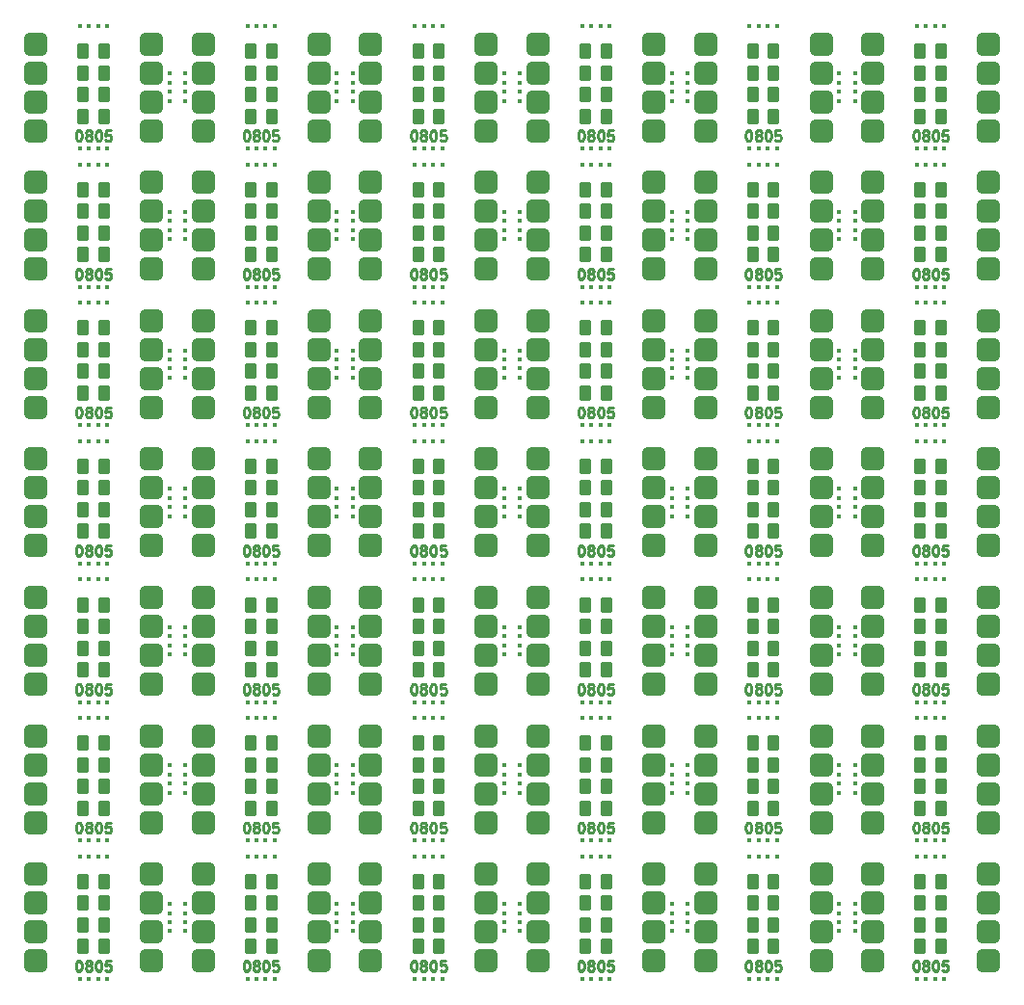
<source format=gbr>
%TF.GenerationSoftware,KiCad,Pcbnew,7.0.10-7.0.10~ubuntu22.04.1*%
%TF.CreationDate,2024-02-06T07:23:41+01:00*%
%TF.ProjectId,ManhattanPanels-0805,4d616e68-6174-4746-916e-50616e656c73,rev?*%
%TF.SameCoordinates,Original*%
%TF.FileFunction,Soldermask,Top*%
%TF.FilePolarity,Negative*%
%FSLAX46Y46*%
G04 Gerber Fmt 4.6, Leading zero omitted, Abs format (unit mm)*
G04 Created by KiCad (PCBNEW 7.0.10-7.0.10~ubuntu22.04.1) date 2024-02-06 07:23:41*
%MOMM*%
%LPD*%
G01*
G04 APERTURE LIST*
G04 Aperture macros list*
%AMRoundRect*
0 Rectangle with rounded corners*
0 $1 Rounding radius*
0 $2 $3 $4 $5 $6 $7 $8 $9 X,Y pos of 4 corners*
0 Add a 4 corners polygon primitive as box body*
4,1,4,$2,$3,$4,$5,$6,$7,$8,$9,$2,$3,0*
0 Add four circle primitives for the rounded corners*
1,1,$1+$1,$2,$3*
1,1,$1+$1,$4,$5*
1,1,$1+$1,$6,$7*
1,1,$1+$1,$8,$9*
0 Add four rect primitives between the rounded corners*
20,1,$1+$1,$2,$3,$4,$5,0*
20,1,$1+$1,$4,$5,$6,$7,0*
20,1,$1+$1,$6,$7,$8,$9,0*
20,1,$1+$1,$8,$9,$2,$3,0*%
G04 Aperture macros list end*
%ADD10C,0.225000*%
%ADD11RoundRect,0.400000X-0.600000X-0.600000X0.600000X-0.600000X0.600000X0.600000X-0.600000X0.600000X0*%
%ADD12C,0.400000*%
%ADD13RoundRect,0.250000X-0.262500X-0.450000X0.262500X-0.450000X0.262500X0.450000X-0.262500X0.450000X0*%
G04 APERTURE END LIST*
D10*
X110421428Y-59204157D02*
X110507142Y-59204157D01*
X110507142Y-59204157D02*
X110592856Y-59247014D01*
X110592856Y-59247014D02*
X110635714Y-59289871D01*
X110635714Y-59289871D02*
X110678571Y-59375585D01*
X110678571Y-59375585D02*
X110721428Y-59547014D01*
X110721428Y-59547014D02*
X110721428Y-59761300D01*
X110721428Y-59761300D02*
X110678571Y-59932728D01*
X110678571Y-59932728D02*
X110635714Y-60018442D01*
X110635714Y-60018442D02*
X110592856Y-60061300D01*
X110592856Y-60061300D02*
X110507142Y-60104157D01*
X110507142Y-60104157D02*
X110421428Y-60104157D01*
X110421428Y-60104157D02*
X110335714Y-60061300D01*
X110335714Y-60061300D02*
X110292856Y-60018442D01*
X110292856Y-60018442D02*
X110249999Y-59932728D01*
X110249999Y-59932728D02*
X110207142Y-59761300D01*
X110207142Y-59761300D02*
X110207142Y-59547014D01*
X110207142Y-59547014D02*
X110249999Y-59375585D01*
X110249999Y-59375585D02*
X110292856Y-59289871D01*
X110292856Y-59289871D02*
X110335714Y-59247014D01*
X110335714Y-59247014D02*
X110421428Y-59204157D01*
X111235714Y-59589871D02*
X111149999Y-59547014D01*
X111149999Y-59547014D02*
X111107142Y-59504157D01*
X111107142Y-59504157D02*
X111064285Y-59418442D01*
X111064285Y-59418442D02*
X111064285Y-59375585D01*
X111064285Y-59375585D02*
X111107142Y-59289871D01*
X111107142Y-59289871D02*
X111149999Y-59247014D01*
X111149999Y-59247014D02*
X111235714Y-59204157D01*
X111235714Y-59204157D02*
X111407142Y-59204157D01*
X111407142Y-59204157D02*
X111492857Y-59247014D01*
X111492857Y-59247014D02*
X111535714Y-59289871D01*
X111535714Y-59289871D02*
X111578571Y-59375585D01*
X111578571Y-59375585D02*
X111578571Y-59418442D01*
X111578571Y-59418442D02*
X111535714Y-59504157D01*
X111535714Y-59504157D02*
X111492857Y-59547014D01*
X111492857Y-59547014D02*
X111407142Y-59589871D01*
X111407142Y-59589871D02*
X111235714Y-59589871D01*
X111235714Y-59589871D02*
X111149999Y-59632728D01*
X111149999Y-59632728D02*
X111107142Y-59675585D01*
X111107142Y-59675585D02*
X111064285Y-59761300D01*
X111064285Y-59761300D02*
X111064285Y-59932728D01*
X111064285Y-59932728D02*
X111107142Y-60018442D01*
X111107142Y-60018442D02*
X111149999Y-60061300D01*
X111149999Y-60061300D02*
X111235714Y-60104157D01*
X111235714Y-60104157D02*
X111407142Y-60104157D01*
X111407142Y-60104157D02*
X111492857Y-60061300D01*
X111492857Y-60061300D02*
X111535714Y-60018442D01*
X111535714Y-60018442D02*
X111578571Y-59932728D01*
X111578571Y-59932728D02*
X111578571Y-59761300D01*
X111578571Y-59761300D02*
X111535714Y-59675585D01*
X111535714Y-59675585D02*
X111492857Y-59632728D01*
X111492857Y-59632728D02*
X111407142Y-59589871D01*
X112135714Y-59204157D02*
X112221428Y-59204157D01*
X112221428Y-59204157D02*
X112307142Y-59247014D01*
X112307142Y-59247014D02*
X112350000Y-59289871D01*
X112350000Y-59289871D02*
X112392857Y-59375585D01*
X112392857Y-59375585D02*
X112435714Y-59547014D01*
X112435714Y-59547014D02*
X112435714Y-59761300D01*
X112435714Y-59761300D02*
X112392857Y-59932728D01*
X112392857Y-59932728D02*
X112350000Y-60018442D01*
X112350000Y-60018442D02*
X112307142Y-60061300D01*
X112307142Y-60061300D02*
X112221428Y-60104157D01*
X112221428Y-60104157D02*
X112135714Y-60104157D01*
X112135714Y-60104157D02*
X112050000Y-60061300D01*
X112050000Y-60061300D02*
X112007142Y-60018442D01*
X112007142Y-60018442D02*
X111964285Y-59932728D01*
X111964285Y-59932728D02*
X111921428Y-59761300D01*
X111921428Y-59761300D02*
X111921428Y-59547014D01*
X111921428Y-59547014D02*
X111964285Y-59375585D01*
X111964285Y-59375585D02*
X112007142Y-59289871D01*
X112007142Y-59289871D02*
X112050000Y-59247014D01*
X112050000Y-59247014D02*
X112135714Y-59204157D01*
X113250000Y-59204157D02*
X112821428Y-59204157D01*
X112821428Y-59204157D02*
X112778571Y-59632728D01*
X112778571Y-59632728D02*
X112821428Y-59589871D01*
X112821428Y-59589871D02*
X112907143Y-59547014D01*
X112907143Y-59547014D02*
X113121428Y-59547014D01*
X113121428Y-59547014D02*
X113207143Y-59589871D01*
X113207143Y-59589871D02*
X113250000Y-59632728D01*
X113250000Y-59632728D02*
X113292857Y-59718442D01*
X113292857Y-59718442D02*
X113292857Y-59932728D01*
X113292857Y-59932728D02*
X113250000Y-60018442D01*
X113250000Y-60018442D02*
X113207143Y-60061300D01*
X113207143Y-60061300D02*
X113121428Y-60104157D01*
X113121428Y-60104157D02*
X112907143Y-60104157D01*
X112907143Y-60104157D02*
X112821428Y-60061300D01*
X112821428Y-60061300D02*
X112778571Y-60018442D01*
X139821428Y-34884157D02*
X139907142Y-34884157D01*
X139907142Y-34884157D02*
X139992856Y-34927014D01*
X139992856Y-34927014D02*
X140035714Y-34969871D01*
X140035714Y-34969871D02*
X140078571Y-35055585D01*
X140078571Y-35055585D02*
X140121428Y-35227014D01*
X140121428Y-35227014D02*
X140121428Y-35441300D01*
X140121428Y-35441300D02*
X140078571Y-35612728D01*
X140078571Y-35612728D02*
X140035714Y-35698442D01*
X140035714Y-35698442D02*
X139992856Y-35741300D01*
X139992856Y-35741300D02*
X139907142Y-35784157D01*
X139907142Y-35784157D02*
X139821428Y-35784157D01*
X139821428Y-35784157D02*
X139735714Y-35741300D01*
X139735714Y-35741300D02*
X139692856Y-35698442D01*
X139692856Y-35698442D02*
X139649999Y-35612728D01*
X139649999Y-35612728D02*
X139607142Y-35441300D01*
X139607142Y-35441300D02*
X139607142Y-35227014D01*
X139607142Y-35227014D02*
X139649999Y-35055585D01*
X139649999Y-35055585D02*
X139692856Y-34969871D01*
X139692856Y-34969871D02*
X139735714Y-34927014D01*
X139735714Y-34927014D02*
X139821428Y-34884157D01*
X140635714Y-35269871D02*
X140549999Y-35227014D01*
X140549999Y-35227014D02*
X140507142Y-35184157D01*
X140507142Y-35184157D02*
X140464285Y-35098442D01*
X140464285Y-35098442D02*
X140464285Y-35055585D01*
X140464285Y-35055585D02*
X140507142Y-34969871D01*
X140507142Y-34969871D02*
X140549999Y-34927014D01*
X140549999Y-34927014D02*
X140635714Y-34884157D01*
X140635714Y-34884157D02*
X140807142Y-34884157D01*
X140807142Y-34884157D02*
X140892857Y-34927014D01*
X140892857Y-34927014D02*
X140935714Y-34969871D01*
X140935714Y-34969871D02*
X140978571Y-35055585D01*
X140978571Y-35055585D02*
X140978571Y-35098442D01*
X140978571Y-35098442D02*
X140935714Y-35184157D01*
X140935714Y-35184157D02*
X140892857Y-35227014D01*
X140892857Y-35227014D02*
X140807142Y-35269871D01*
X140807142Y-35269871D02*
X140635714Y-35269871D01*
X140635714Y-35269871D02*
X140549999Y-35312728D01*
X140549999Y-35312728D02*
X140507142Y-35355585D01*
X140507142Y-35355585D02*
X140464285Y-35441300D01*
X140464285Y-35441300D02*
X140464285Y-35612728D01*
X140464285Y-35612728D02*
X140507142Y-35698442D01*
X140507142Y-35698442D02*
X140549999Y-35741300D01*
X140549999Y-35741300D02*
X140635714Y-35784157D01*
X140635714Y-35784157D02*
X140807142Y-35784157D01*
X140807142Y-35784157D02*
X140892857Y-35741300D01*
X140892857Y-35741300D02*
X140935714Y-35698442D01*
X140935714Y-35698442D02*
X140978571Y-35612728D01*
X140978571Y-35612728D02*
X140978571Y-35441300D01*
X140978571Y-35441300D02*
X140935714Y-35355585D01*
X140935714Y-35355585D02*
X140892857Y-35312728D01*
X140892857Y-35312728D02*
X140807142Y-35269871D01*
X141535714Y-34884157D02*
X141621428Y-34884157D01*
X141621428Y-34884157D02*
X141707142Y-34927014D01*
X141707142Y-34927014D02*
X141750000Y-34969871D01*
X141750000Y-34969871D02*
X141792857Y-35055585D01*
X141792857Y-35055585D02*
X141835714Y-35227014D01*
X141835714Y-35227014D02*
X141835714Y-35441300D01*
X141835714Y-35441300D02*
X141792857Y-35612728D01*
X141792857Y-35612728D02*
X141750000Y-35698442D01*
X141750000Y-35698442D02*
X141707142Y-35741300D01*
X141707142Y-35741300D02*
X141621428Y-35784157D01*
X141621428Y-35784157D02*
X141535714Y-35784157D01*
X141535714Y-35784157D02*
X141450000Y-35741300D01*
X141450000Y-35741300D02*
X141407142Y-35698442D01*
X141407142Y-35698442D02*
X141364285Y-35612728D01*
X141364285Y-35612728D02*
X141321428Y-35441300D01*
X141321428Y-35441300D02*
X141321428Y-35227014D01*
X141321428Y-35227014D02*
X141364285Y-35055585D01*
X141364285Y-35055585D02*
X141407142Y-34969871D01*
X141407142Y-34969871D02*
X141450000Y-34927014D01*
X141450000Y-34927014D02*
X141535714Y-34884157D01*
X142650000Y-34884157D02*
X142221428Y-34884157D01*
X142221428Y-34884157D02*
X142178571Y-35312728D01*
X142178571Y-35312728D02*
X142221428Y-35269871D01*
X142221428Y-35269871D02*
X142307143Y-35227014D01*
X142307143Y-35227014D02*
X142521428Y-35227014D01*
X142521428Y-35227014D02*
X142607143Y-35269871D01*
X142607143Y-35269871D02*
X142650000Y-35312728D01*
X142650000Y-35312728D02*
X142692857Y-35398442D01*
X142692857Y-35398442D02*
X142692857Y-35612728D01*
X142692857Y-35612728D02*
X142650000Y-35698442D01*
X142650000Y-35698442D02*
X142607143Y-35741300D01*
X142607143Y-35741300D02*
X142521428Y-35784157D01*
X142521428Y-35784157D02*
X142307143Y-35784157D01*
X142307143Y-35784157D02*
X142221428Y-35741300D01*
X142221428Y-35741300D02*
X142178571Y-35698442D01*
X139821428Y-71364157D02*
X139907142Y-71364157D01*
X139907142Y-71364157D02*
X139992856Y-71407014D01*
X139992856Y-71407014D02*
X140035714Y-71449871D01*
X140035714Y-71449871D02*
X140078571Y-71535585D01*
X140078571Y-71535585D02*
X140121428Y-71707014D01*
X140121428Y-71707014D02*
X140121428Y-71921300D01*
X140121428Y-71921300D02*
X140078571Y-72092728D01*
X140078571Y-72092728D02*
X140035714Y-72178442D01*
X140035714Y-72178442D02*
X139992856Y-72221300D01*
X139992856Y-72221300D02*
X139907142Y-72264157D01*
X139907142Y-72264157D02*
X139821428Y-72264157D01*
X139821428Y-72264157D02*
X139735714Y-72221300D01*
X139735714Y-72221300D02*
X139692856Y-72178442D01*
X139692856Y-72178442D02*
X139649999Y-72092728D01*
X139649999Y-72092728D02*
X139607142Y-71921300D01*
X139607142Y-71921300D02*
X139607142Y-71707014D01*
X139607142Y-71707014D02*
X139649999Y-71535585D01*
X139649999Y-71535585D02*
X139692856Y-71449871D01*
X139692856Y-71449871D02*
X139735714Y-71407014D01*
X139735714Y-71407014D02*
X139821428Y-71364157D01*
X140635714Y-71749871D02*
X140549999Y-71707014D01*
X140549999Y-71707014D02*
X140507142Y-71664157D01*
X140507142Y-71664157D02*
X140464285Y-71578442D01*
X140464285Y-71578442D02*
X140464285Y-71535585D01*
X140464285Y-71535585D02*
X140507142Y-71449871D01*
X140507142Y-71449871D02*
X140549999Y-71407014D01*
X140549999Y-71407014D02*
X140635714Y-71364157D01*
X140635714Y-71364157D02*
X140807142Y-71364157D01*
X140807142Y-71364157D02*
X140892857Y-71407014D01*
X140892857Y-71407014D02*
X140935714Y-71449871D01*
X140935714Y-71449871D02*
X140978571Y-71535585D01*
X140978571Y-71535585D02*
X140978571Y-71578442D01*
X140978571Y-71578442D02*
X140935714Y-71664157D01*
X140935714Y-71664157D02*
X140892857Y-71707014D01*
X140892857Y-71707014D02*
X140807142Y-71749871D01*
X140807142Y-71749871D02*
X140635714Y-71749871D01*
X140635714Y-71749871D02*
X140549999Y-71792728D01*
X140549999Y-71792728D02*
X140507142Y-71835585D01*
X140507142Y-71835585D02*
X140464285Y-71921300D01*
X140464285Y-71921300D02*
X140464285Y-72092728D01*
X140464285Y-72092728D02*
X140507142Y-72178442D01*
X140507142Y-72178442D02*
X140549999Y-72221300D01*
X140549999Y-72221300D02*
X140635714Y-72264157D01*
X140635714Y-72264157D02*
X140807142Y-72264157D01*
X140807142Y-72264157D02*
X140892857Y-72221300D01*
X140892857Y-72221300D02*
X140935714Y-72178442D01*
X140935714Y-72178442D02*
X140978571Y-72092728D01*
X140978571Y-72092728D02*
X140978571Y-71921300D01*
X140978571Y-71921300D02*
X140935714Y-71835585D01*
X140935714Y-71835585D02*
X140892857Y-71792728D01*
X140892857Y-71792728D02*
X140807142Y-71749871D01*
X141535714Y-71364157D02*
X141621428Y-71364157D01*
X141621428Y-71364157D02*
X141707142Y-71407014D01*
X141707142Y-71407014D02*
X141750000Y-71449871D01*
X141750000Y-71449871D02*
X141792857Y-71535585D01*
X141792857Y-71535585D02*
X141835714Y-71707014D01*
X141835714Y-71707014D02*
X141835714Y-71921300D01*
X141835714Y-71921300D02*
X141792857Y-72092728D01*
X141792857Y-72092728D02*
X141750000Y-72178442D01*
X141750000Y-72178442D02*
X141707142Y-72221300D01*
X141707142Y-72221300D02*
X141621428Y-72264157D01*
X141621428Y-72264157D02*
X141535714Y-72264157D01*
X141535714Y-72264157D02*
X141450000Y-72221300D01*
X141450000Y-72221300D02*
X141407142Y-72178442D01*
X141407142Y-72178442D02*
X141364285Y-72092728D01*
X141364285Y-72092728D02*
X141321428Y-71921300D01*
X141321428Y-71921300D02*
X141321428Y-71707014D01*
X141321428Y-71707014D02*
X141364285Y-71535585D01*
X141364285Y-71535585D02*
X141407142Y-71449871D01*
X141407142Y-71449871D02*
X141450000Y-71407014D01*
X141450000Y-71407014D02*
X141535714Y-71364157D01*
X142650000Y-71364157D02*
X142221428Y-71364157D01*
X142221428Y-71364157D02*
X142178571Y-71792728D01*
X142178571Y-71792728D02*
X142221428Y-71749871D01*
X142221428Y-71749871D02*
X142307143Y-71707014D01*
X142307143Y-71707014D02*
X142521428Y-71707014D01*
X142521428Y-71707014D02*
X142607143Y-71749871D01*
X142607143Y-71749871D02*
X142650000Y-71792728D01*
X142650000Y-71792728D02*
X142692857Y-71878442D01*
X142692857Y-71878442D02*
X142692857Y-72092728D01*
X142692857Y-72092728D02*
X142650000Y-72178442D01*
X142650000Y-72178442D02*
X142607143Y-72221300D01*
X142607143Y-72221300D02*
X142521428Y-72264157D01*
X142521428Y-72264157D02*
X142307143Y-72264157D01*
X142307143Y-72264157D02*
X142221428Y-72221300D01*
X142221428Y-72221300D02*
X142178571Y-72178442D01*
X110421428Y-95684157D02*
X110507142Y-95684157D01*
X110507142Y-95684157D02*
X110592856Y-95727014D01*
X110592856Y-95727014D02*
X110635714Y-95769871D01*
X110635714Y-95769871D02*
X110678571Y-95855585D01*
X110678571Y-95855585D02*
X110721428Y-96027014D01*
X110721428Y-96027014D02*
X110721428Y-96241300D01*
X110721428Y-96241300D02*
X110678571Y-96412728D01*
X110678571Y-96412728D02*
X110635714Y-96498442D01*
X110635714Y-96498442D02*
X110592856Y-96541300D01*
X110592856Y-96541300D02*
X110507142Y-96584157D01*
X110507142Y-96584157D02*
X110421428Y-96584157D01*
X110421428Y-96584157D02*
X110335714Y-96541300D01*
X110335714Y-96541300D02*
X110292856Y-96498442D01*
X110292856Y-96498442D02*
X110249999Y-96412728D01*
X110249999Y-96412728D02*
X110207142Y-96241300D01*
X110207142Y-96241300D02*
X110207142Y-96027014D01*
X110207142Y-96027014D02*
X110249999Y-95855585D01*
X110249999Y-95855585D02*
X110292856Y-95769871D01*
X110292856Y-95769871D02*
X110335714Y-95727014D01*
X110335714Y-95727014D02*
X110421428Y-95684157D01*
X111235714Y-96069871D02*
X111149999Y-96027014D01*
X111149999Y-96027014D02*
X111107142Y-95984157D01*
X111107142Y-95984157D02*
X111064285Y-95898442D01*
X111064285Y-95898442D02*
X111064285Y-95855585D01*
X111064285Y-95855585D02*
X111107142Y-95769871D01*
X111107142Y-95769871D02*
X111149999Y-95727014D01*
X111149999Y-95727014D02*
X111235714Y-95684157D01*
X111235714Y-95684157D02*
X111407142Y-95684157D01*
X111407142Y-95684157D02*
X111492857Y-95727014D01*
X111492857Y-95727014D02*
X111535714Y-95769871D01*
X111535714Y-95769871D02*
X111578571Y-95855585D01*
X111578571Y-95855585D02*
X111578571Y-95898442D01*
X111578571Y-95898442D02*
X111535714Y-95984157D01*
X111535714Y-95984157D02*
X111492857Y-96027014D01*
X111492857Y-96027014D02*
X111407142Y-96069871D01*
X111407142Y-96069871D02*
X111235714Y-96069871D01*
X111235714Y-96069871D02*
X111149999Y-96112728D01*
X111149999Y-96112728D02*
X111107142Y-96155585D01*
X111107142Y-96155585D02*
X111064285Y-96241300D01*
X111064285Y-96241300D02*
X111064285Y-96412728D01*
X111064285Y-96412728D02*
X111107142Y-96498442D01*
X111107142Y-96498442D02*
X111149999Y-96541300D01*
X111149999Y-96541300D02*
X111235714Y-96584157D01*
X111235714Y-96584157D02*
X111407142Y-96584157D01*
X111407142Y-96584157D02*
X111492857Y-96541300D01*
X111492857Y-96541300D02*
X111535714Y-96498442D01*
X111535714Y-96498442D02*
X111578571Y-96412728D01*
X111578571Y-96412728D02*
X111578571Y-96241300D01*
X111578571Y-96241300D02*
X111535714Y-96155585D01*
X111535714Y-96155585D02*
X111492857Y-96112728D01*
X111492857Y-96112728D02*
X111407142Y-96069871D01*
X112135714Y-95684157D02*
X112221428Y-95684157D01*
X112221428Y-95684157D02*
X112307142Y-95727014D01*
X112307142Y-95727014D02*
X112350000Y-95769871D01*
X112350000Y-95769871D02*
X112392857Y-95855585D01*
X112392857Y-95855585D02*
X112435714Y-96027014D01*
X112435714Y-96027014D02*
X112435714Y-96241300D01*
X112435714Y-96241300D02*
X112392857Y-96412728D01*
X112392857Y-96412728D02*
X112350000Y-96498442D01*
X112350000Y-96498442D02*
X112307142Y-96541300D01*
X112307142Y-96541300D02*
X112221428Y-96584157D01*
X112221428Y-96584157D02*
X112135714Y-96584157D01*
X112135714Y-96584157D02*
X112050000Y-96541300D01*
X112050000Y-96541300D02*
X112007142Y-96498442D01*
X112007142Y-96498442D02*
X111964285Y-96412728D01*
X111964285Y-96412728D02*
X111921428Y-96241300D01*
X111921428Y-96241300D02*
X111921428Y-96027014D01*
X111921428Y-96027014D02*
X111964285Y-95855585D01*
X111964285Y-95855585D02*
X112007142Y-95769871D01*
X112007142Y-95769871D02*
X112050000Y-95727014D01*
X112050000Y-95727014D02*
X112135714Y-95684157D01*
X113250000Y-95684157D02*
X112821428Y-95684157D01*
X112821428Y-95684157D02*
X112778571Y-96112728D01*
X112778571Y-96112728D02*
X112821428Y-96069871D01*
X112821428Y-96069871D02*
X112907143Y-96027014D01*
X112907143Y-96027014D02*
X113121428Y-96027014D01*
X113121428Y-96027014D02*
X113207143Y-96069871D01*
X113207143Y-96069871D02*
X113250000Y-96112728D01*
X113250000Y-96112728D02*
X113292857Y-96198442D01*
X113292857Y-96198442D02*
X113292857Y-96412728D01*
X113292857Y-96412728D02*
X113250000Y-96498442D01*
X113250000Y-96498442D02*
X113207143Y-96541300D01*
X113207143Y-96541300D02*
X113121428Y-96584157D01*
X113121428Y-96584157D02*
X112907143Y-96584157D01*
X112907143Y-96584157D02*
X112821428Y-96541300D01*
X112821428Y-96541300D02*
X112778571Y-96498442D01*
X169221428Y-47044157D02*
X169307142Y-47044157D01*
X169307142Y-47044157D02*
X169392856Y-47087014D01*
X169392856Y-47087014D02*
X169435714Y-47129871D01*
X169435714Y-47129871D02*
X169478571Y-47215585D01*
X169478571Y-47215585D02*
X169521428Y-47387014D01*
X169521428Y-47387014D02*
X169521428Y-47601300D01*
X169521428Y-47601300D02*
X169478571Y-47772728D01*
X169478571Y-47772728D02*
X169435714Y-47858442D01*
X169435714Y-47858442D02*
X169392856Y-47901300D01*
X169392856Y-47901300D02*
X169307142Y-47944157D01*
X169307142Y-47944157D02*
X169221428Y-47944157D01*
X169221428Y-47944157D02*
X169135714Y-47901300D01*
X169135714Y-47901300D02*
X169092856Y-47858442D01*
X169092856Y-47858442D02*
X169049999Y-47772728D01*
X169049999Y-47772728D02*
X169007142Y-47601300D01*
X169007142Y-47601300D02*
X169007142Y-47387014D01*
X169007142Y-47387014D02*
X169049999Y-47215585D01*
X169049999Y-47215585D02*
X169092856Y-47129871D01*
X169092856Y-47129871D02*
X169135714Y-47087014D01*
X169135714Y-47087014D02*
X169221428Y-47044157D01*
X170035714Y-47429871D02*
X169949999Y-47387014D01*
X169949999Y-47387014D02*
X169907142Y-47344157D01*
X169907142Y-47344157D02*
X169864285Y-47258442D01*
X169864285Y-47258442D02*
X169864285Y-47215585D01*
X169864285Y-47215585D02*
X169907142Y-47129871D01*
X169907142Y-47129871D02*
X169949999Y-47087014D01*
X169949999Y-47087014D02*
X170035714Y-47044157D01*
X170035714Y-47044157D02*
X170207142Y-47044157D01*
X170207142Y-47044157D02*
X170292857Y-47087014D01*
X170292857Y-47087014D02*
X170335714Y-47129871D01*
X170335714Y-47129871D02*
X170378571Y-47215585D01*
X170378571Y-47215585D02*
X170378571Y-47258442D01*
X170378571Y-47258442D02*
X170335714Y-47344157D01*
X170335714Y-47344157D02*
X170292857Y-47387014D01*
X170292857Y-47387014D02*
X170207142Y-47429871D01*
X170207142Y-47429871D02*
X170035714Y-47429871D01*
X170035714Y-47429871D02*
X169949999Y-47472728D01*
X169949999Y-47472728D02*
X169907142Y-47515585D01*
X169907142Y-47515585D02*
X169864285Y-47601300D01*
X169864285Y-47601300D02*
X169864285Y-47772728D01*
X169864285Y-47772728D02*
X169907142Y-47858442D01*
X169907142Y-47858442D02*
X169949999Y-47901300D01*
X169949999Y-47901300D02*
X170035714Y-47944157D01*
X170035714Y-47944157D02*
X170207142Y-47944157D01*
X170207142Y-47944157D02*
X170292857Y-47901300D01*
X170292857Y-47901300D02*
X170335714Y-47858442D01*
X170335714Y-47858442D02*
X170378571Y-47772728D01*
X170378571Y-47772728D02*
X170378571Y-47601300D01*
X170378571Y-47601300D02*
X170335714Y-47515585D01*
X170335714Y-47515585D02*
X170292857Y-47472728D01*
X170292857Y-47472728D02*
X170207142Y-47429871D01*
X170935714Y-47044157D02*
X171021428Y-47044157D01*
X171021428Y-47044157D02*
X171107142Y-47087014D01*
X171107142Y-47087014D02*
X171150000Y-47129871D01*
X171150000Y-47129871D02*
X171192857Y-47215585D01*
X171192857Y-47215585D02*
X171235714Y-47387014D01*
X171235714Y-47387014D02*
X171235714Y-47601300D01*
X171235714Y-47601300D02*
X171192857Y-47772728D01*
X171192857Y-47772728D02*
X171150000Y-47858442D01*
X171150000Y-47858442D02*
X171107142Y-47901300D01*
X171107142Y-47901300D02*
X171021428Y-47944157D01*
X171021428Y-47944157D02*
X170935714Y-47944157D01*
X170935714Y-47944157D02*
X170850000Y-47901300D01*
X170850000Y-47901300D02*
X170807142Y-47858442D01*
X170807142Y-47858442D02*
X170764285Y-47772728D01*
X170764285Y-47772728D02*
X170721428Y-47601300D01*
X170721428Y-47601300D02*
X170721428Y-47387014D01*
X170721428Y-47387014D02*
X170764285Y-47215585D01*
X170764285Y-47215585D02*
X170807142Y-47129871D01*
X170807142Y-47129871D02*
X170850000Y-47087014D01*
X170850000Y-47087014D02*
X170935714Y-47044157D01*
X172050000Y-47044157D02*
X171621428Y-47044157D01*
X171621428Y-47044157D02*
X171578571Y-47472728D01*
X171578571Y-47472728D02*
X171621428Y-47429871D01*
X171621428Y-47429871D02*
X171707143Y-47387014D01*
X171707143Y-47387014D02*
X171921428Y-47387014D01*
X171921428Y-47387014D02*
X172007143Y-47429871D01*
X172007143Y-47429871D02*
X172050000Y-47472728D01*
X172050000Y-47472728D02*
X172092857Y-47558442D01*
X172092857Y-47558442D02*
X172092857Y-47772728D01*
X172092857Y-47772728D02*
X172050000Y-47858442D01*
X172050000Y-47858442D02*
X172007143Y-47901300D01*
X172007143Y-47901300D02*
X171921428Y-47944157D01*
X171921428Y-47944157D02*
X171707143Y-47944157D01*
X171707143Y-47944157D02*
X171621428Y-47901300D01*
X171621428Y-47901300D02*
X171578571Y-47858442D01*
X110421428Y-107844157D02*
X110507142Y-107844157D01*
X110507142Y-107844157D02*
X110592856Y-107887014D01*
X110592856Y-107887014D02*
X110635714Y-107929871D01*
X110635714Y-107929871D02*
X110678571Y-108015585D01*
X110678571Y-108015585D02*
X110721428Y-108187014D01*
X110721428Y-108187014D02*
X110721428Y-108401300D01*
X110721428Y-108401300D02*
X110678571Y-108572728D01*
X110678571Y-108572728D02*
X110635714Y-108658442D01*
X110635714Y-108658442D02*
X110592856Y-108701300D01*
X110592856Y-108701300D02*
X110507142Y-108744157D01*
X110507142Y-108744157D02*
X110421428Y-108744157D01*
X110421428Y-108744157D02*
X110335714Y-108701300D01*
X110335714Y-108701300D02*
X110292856Y-108658442D01*
X110292856Y-108658442D02*
X110249999Y-108572728D01*
X110249999Y-108572728D02*
X110207142Y-108401300D01*
X110207142Y-108401300D02*
X110207142Y-108187014D01*
X110207142Y-108187014D02*
X110249999Y-108015585D01*
X110249999Y-108015585D02*
X110292856Y-107929871D01*
X110292856Y-107929871D02*
X110335714Y-107887014D01*
X110335714Y-107887014D02*
X110421428Y-107844157D01*
X111235714Y-108229871D02*
X111149999Y-108187014D01*
X111149999Y-108187014D02*
X111107142Y-108144157D01*
X111107142Y-108144157D02*
X111064285Y-108058442D01*
X111064285Y-108058442D02*
X111064285Y-108015585D01*
X111064285Y-108015585D02*
X111107142Y-107929871D01*
X111107142Y-107929871D02*
X111149999Y-107887014D01*
X111149999Y-107887014D02*
X111235714Y-107844157D01*
X111235714Y-107844157D02*
X111407142Y-107844157D01*
X111407142Y-107844157D02*
X111492857Y-107887014D01*
X111492857Y-107887014D02*
X111535714Y-107929871D01*
X111535714Y-107929871D02*
X111578571Y-108015585D01*
X111578571Y-108015585D02*
X111578571Y-108058442D01*
X111578571Y-108058442D02*
X111535714Y-108144157D01*
X111535714Y-108144157D02*
X111492857Y-108187014D01*
X111492857Y-108187014D02*
X111407142Y-108229871D01*
X111407142Y-108229871D02*
X111235714Y-108229871D01*
X111235714Y-108229871D02*
X111149999Y-108272728D01*
X111149999Y-108272728D02*
X111107142Y-108315585D01*
X111107142Y-108315585D02*
X111064285Y-108401300D01*
X111064285Y-108401300D02*
X111064285Y-108572728D01*
X111064285Y-108572728D02*
X111107142Y-108658442D01*
X111107142Y-108658442D02*
X111149999Y-108701300D01*
X111149999Y-108701300D02*
X111235714Y-108744157D01*
X111235714Y-108744157D02*
X111407142Y-108744157D01*
X111407142Y-108744157D02*
X111492857Y-108701300D01*
X111492857Y-108701300D02*
X111535714Y-108658442D01*
X111535714Y-108658442D02*
X111578571Y-108572728D01*
X111578571Y-108572728D02*
X111578571Y-108401300D01*
X111578571Y-108401300D02*
X111535714Y-108315585D01*
X111535714Y-108315585D02*
X111492857Y-108272728D01*
X111492857Y-108272728D02*
X111407142Y-108229871D01*
X112135714Y-107844157D02*
X112221428Y-107844157D01*
X112221428Y-107844157D02*
X112307142Y-107887014D01*
X112307142Y-107887014D02*
X112350000Y-107929871D01*
X112350000Y-107929871D02*
X112392857Y-108015585D01*
X112392857Y-108015585D02*
X112435714Y-108187014D01*
X112435714Y-108187014D02*
X112435714Y-108401300D01*
X112435714Y-108401300D02*
X112392857Y-108572728D01*
X112392857Y-108572728D02*
X112350000Y-108658442D01*
X112350000Y-108658442D02*
X112307142Y-108701300D01*
X112307142Y-108701300D02*
X112221428Y-108744157D01*
X112221428Y-108744157D02*
X112135714Y-108744157D01*
X112135714Y-108744157D02*
X112050000Y-108701300D01*
X112050000Y-108701300D02*
X112007142Y-108658442D01*
X112007142Y-108658442D02*
X111964285Y-108572728D01*
X111964285Y-108572728D02*
X111921428Y-108401300D01*
X111921428Y-108401300D02*
X111921428Y-108187014D01*
X111921428Y-108187014D02*
X111964285Y-108015585D01*
X111964285Y-108015585D02*
X112007142Y-107929871D01*
X112007142Y-107929871D02*
X112050000Y-107887014D01*
X112050000Y-107887014D02*
X112135714Y-107844157D01*
X113250000Y-107844157D02*
X112821428Y-107844157D01*
X112821428Y-107844157D02*
X112778571Y-108272728D01*
X112778571Y-108272728D02*
X112821428Y-108229871D01*
X112821428Y-108229871D02*
X112907143Y-108187014D01*
X112907143Y-108187014D02*
X113121428Y-108187014D01*
X113121428Y-108187014D02*
X113207143Y-108229871D01*
X113207143Y-108229871D02*
X113250000Y-108272728D01*
X113250000Y-108272728D02*
X113292857Y-108358442D01*
X113292857Y-108358442D02*
X113292857Y-108572728D01*
X113292857Y-108572728D02*
X113250000Y-108658442D01*
X113250000Y-108658442D02*
X113207143Y-108701300D01*
X113207143Y-108701300D02*
X113121428Y-108744157D01*
X113121428Y-108744157D02*
X112907143Y-108744157D01*
X112907143Y-108744157D02*
X112821428Y-108701300D01*
X112821428Y-108701300D02*
X112778571Y-108658442D01*
X139821428Y-95684157D02*
X139907142Y-95684157D01*
X139907142Y-95684157D02*
X139992856Y-95727014D01*
X139992856Y-95727014D02*
X140035714Y-95769871D01*
X140035714Y-95769871D02*
X140078571Y-95855585D01*
X140078571Y-95855585D02*
X140121428Y-96027014D01*
X140121428Y-96027014D02*
X140121428Y-96241300D01*
X140121428Y-96241300D02*
X140078571Y-96412728D01*
X140078571Y-96412728D02*
X140035714Y-96498442D01*
X140035714Y-96498442D02*
X139992856Y-96541300D01*
X139992856Y-96541300D02*
X139907142Y-96584157D01*
X139907142Y-96584157D02*
X139821428Y-96584157D01*
X139821428Y-96584157D02*
X139735714Y-96541300D01*
X139735714Y-96541300D02*
X139692856Y-96498442D01*
X139692856Y-96498442D02*
X139649999Y-96412728D01*
X139649999Y-96412728D02*
X139607142Y-96241300D01*
X139607142Y-96241300D02*
X139607142Y-96027014D01*
X139607142Y-96027014D02*
X139649999Y-95855585D01*
X139649999Y-95855585D02*
X139692856Y-95769871D01*
X139692856Y-95769871D02*
X139735714Y-95727014D01*
X139735714Y-95727014D02*
X139821428Y-95684157D01*
X140635714Y-96069871D02*
X140549999Y-96027014D01*
X140549999Y-96027014D02*
X140507142Y-95984157D01*
X140507142Y-95984157D02*
X140464285Y-95898442D01*
X140464285Y-95898442D02*
X140464285Y-95855585D01*
X140464285Y-95855585D02*
X140507142Y-95769871D01*
X140507142Y-95769871D02*
X140549999Y-95727014D01*
X140549999Y-95727014D02*
X140635714Y-95684157D01*
X140635714Y-95684157D02*
X140807142Y-95684157D01*
X140807142Y-95684157D02*
X140892857Y-95727014D01*
X140892857Y-95727014D02*
X140935714Y-95769871D01*
X140935714Y-95769871D02*
X140978571Y-95855585D01*
X140978571Y-95855585D02*
X140978571Y-95898442D01*
X140978571Y-95898442D02*
X140935714Y-95984157D01*
X140935714Y-95984157D02*
X140892857Y-96027014D01*
X140892857Y-96027014D02*
X140807142Y-96069871D01*
X140807142Y-96069871D02*
X140635714Y-96069871D01*
X140635714Y-96069871D02*
X140549999Y-96112728D01*
X140549999Y-96112728D02*
X140507142Y-96155585D01*
X140507142Y-96155585D02*
X140464285Y-96241300D01*
X140464285Y-96241300D02*
X140464285Y-96412728D01*
X140464285Y-96412728D02*
X140507142Y-96498442D01*
X140507142Y-96498442D02*
X140549999Y-96541300D01*
X140549999Y-96541300D02*
X140635714Y-96584157D01*
X140635714Y-96584157D02*
X140807142Y-96584157D01*
X140807142Y-96584157D02*
X140892857Y-96541300D01*
X140892857Y-96541300D02*
X140935714Y-96498442D01*
X140935714Y-96498442D02*
X140978571Y-96412728D01*
X140978571Y-96412728D02*
X140978571Y-96241300D01*
X140978571Y-96241300D02*
X140935714Y-96155585D01*
X140935714Y-96155585D02*
X140892857Y-96112728D01*
X140892857Y-96112728D02*
X140807142Y-96069871D01*
X141535714Y-95684157D02*
X141621428Y-95684157D01*
X141621428Y-95684157D02*
X141707142Y-95727014D01*
X141707142Y-95727014D02*
X141750000Y-95769871D01*
X141750000Y-95769871D02*
X141792857Y-95855585D01*
X141792857Y-95855585D02*
X141835714Y-96027014D01*
X141835714Y-96027014D02*
X141835714Y-96241300D01*
X141835714Y-96241300D02*
X141792857Y-96412728D01*
X141792857Y-96412728D02*
X141750000Y-96498442D01*
X141750000Y-96498442D02*
X141707142Y-96541300D01*
X141707142Y-96541300D02*
X141621428Y-96584157D01*
X141621428Y-96584157D02*
X141535714Y-96584157D01*
X141535714Y-96584157D02*
X141450000Y-96541300D01*
X141450000Y-96541300D02*
X141407142Y-96498442D01*
X141407142Y-96498442D02*
X141364285Y-96412728D01*
X141364285Y-96412728D02*
X141321428Y-96241300D01*
X141321428Y-96241300D02*
X141321428Y-96027014D01*
X141321428Y-96027014D02*
X141364285Y-95855585D01*
X141364285Y-95855585D02*
X141407142Y-95769871D01*
X141407142Y-95769871D02*
X141450000Y-95727014D01*
X141450000Y-95727014D02*
X141535714Y-95684157D01*
X142650000Y-95684157D02*
X142221428Y-95684157D01*
X142221428Y-95684157D02*
X142178571Y-96112728D01*
X142178571Y-96112728D02*
X142221428Y-96069871D01*
X142221428Y-96069871D02*
X142307143Y-96027014D01*
X142307143Y-96027014D02*
X142521428Y-96027014D01*
X142521428Y-96027014D02*
X142607143Y-96069871D01*
X142607143Y-96069871D02*
X142650000Y-96112728D01*
X142650000Y-96112728D02*
X142692857Y-96198442D01*
X142692857Y-96198442D02*
X142692857Y-96412728D01*
X142692857Y-96412728D02*
X142650000Y-96498442D01*
X142650000Y-96498442D02*
X142607143Y-96541300D01*
X142607143Y-96541300D02*
X142521428Y-96584157D01*
X142521428Y-96584157D02*
X142307143Y-96584157D01*
X142307143Y-96584157D02*
X142221428Y-96541300D01*
X142221428Y-96541300D02*
X142178571Y-96498442D01*
X154521428Y-107844157D02*
X154607142Y-107844157D01*
X154607142Y-107844157D02*
X154692856Y-107887014D01*
X154692856Y-107887014D02*
X154735714Y-107929871D01*
X154735714Y-107929871D02*
X154778571Y-108015585D01*
X154778571Y-108015585D02*
X154821428Y-108187014D01*
X154821428Y-108187014D02*
X154821428Y-108401300D01*
X154821428Y-108401300D02*
X154778571Y-108572728D01*
X154778571Y-108572728D02*
X154735714Y-108658442D01*
X154735714Y-108658442D02*
X154692856Y-108701300D01*
X154692856Y-108701300D02*
X154607142Y-108744157D01*
X154607142Y-108744157D02*
X154521428Y-108744157D01*
X154521428Y-108744157D02*
X154435714Y-108701300D01*
X154435714Y-108701300D02*
X154392856Y-108658442D01*
X154392856Y-108658442D02*
X154349999Y-108572728D01*
X154349999Y-108572728D02*
X154307142Y-108401300D01*
X154307142Y-108401300D02*
X154307142Y-108187014D01*
X154307142Y-108187014D02*
X154349999Y-108015585D01*
X154349999Y-108015585D02*
X154392856Y-107929871D01*
X154392856Y-107929871D02*
X154435714Y-107887014D01*
X154435714Y-107887014D02*
X154521428Y-107844157D01*
X155335714Y-108229871D02*
X155249999Y-108187014D01*
X155249999Y-108187014D02*
X155207142Y-108144157D01*
X155207142Y-108144157D02*
X155164285Y-108058442D01*
X155164285Y-108058442D02*
X155164285Y-108015585D01*
X155164285Y-108015585D02*
X155207142Y-107929871D01*
X155207142Y-107929871D02*
X155249999Y-107887014D01*
X155249999Y-107887014D02*
X155335714Y-107844157D01*
X155335714Y-107844157D02*
X155507142Y-107844157D01*
X155507142Y-107844157D02*
X155592857Y-107887014D01*
X155592857Y-107887014D02*
X155635714Y-107929871D01*
X155635714Y-107929871D02*
X155678571Y-108015585D01*
X155678571Y-108015585D02*
X155678571Y-108058442D01*
X155678571Y-108058442D02*
X155635714Y-108144157D01*
X155635714Y-108144157D02*
X155592857Y-108187014D01*
X155592857Y-108187014D02*
X155507142Y-108229871D01*
X155507142Y-108229871D02*
X155335714Y-108229871D01*
X155335714Y-108229871D02*
X155249999Y-108272728D01*
X155249999Y-108272728D02*
X155207142Y-108315585D01*
X155207142Y-108315585D02*
X155164285Y-108401300D01*
X155164285Y-108401300D02*
X155164285Y-108572728D01*
X155164285Y-108572728D02*
X155207142Y-108658442D01*
X155207142Y-108658442D02*
X155249999Y-108701300D01*
X155249999Y-108701300D02*
X155335714Y-108744157D01*
X155335714Y-108744157D02*
X155507142Y-108744157D01*
X155507142Y-108744157D02*
X155592857Y-108701300D01*
X155592857Y-108701300D02*
X155635714Y-108658442D01*
X155635714Y-108658442D02*
X155678571Y-108572728D01*
X155678571Y-108572728D02*
X155678571Y-108401300D01*
X155678571Y-108401300D02*
X155635714Y-108315585D01*
X155635714Y-108315585D02*
X155592857Y-108272728D01*
X155592857Y-108272728D02*
X155507142Y-108229871D01*
X156235714Y-107844157D02*
X156321428Y-107844157D01*
X156321428Y-107844157D02*
X156407142Y-107887014D01*
X156407142Y-107887014D02*
X156450000Y-107929871D01*
X156450000Y-107929871D02*
X156492857Y-108015585D01*
X156492857Y-108015585D02*
X156535714Y-108187014D01*
X156535714Y-108187014D02*
X156535714Y-108401300D01*
X156535714Y-108401300D02*
X156492857Y-108572728D01*
X156492857Y-108572728D02*
X156450000Y-108658442D01*
X156450000Y-108658442D02*
X156407142Y-108701300D01*
X156407142Y-108701300D02*
X156321428Y-108744157D01*
X156321428Y-108744157D02*
X156235714Y-108744157D01*
X156235714Y-108744157D02*
X156150000Y-108701300D01*
X156150000Y-108701300D02*
X156107142Y-108658442D01*
X156107142Y-108658442D02*
X156064285Y-108572728D01*
X156064285Y-108572728D02*
X156021428Y-108401300D01*
X156021428Y-108401300D02*
X156021428Y-108187014D01*
X156021428Y-108187014D02*
X156064285Y-108015585D01*
X156064285Y-108015585D02*
X156107142Y-107929871D01*
X156107142Y-107929871D02*
X156150000Y-107887014D01*
X156150000Y-107887014D02*
X156235714Y-107844157D01*
X157350000Y-107844157D02*
X156921428Y-107844157D01*
X156921428Y-107844157D02*
X156878571Y-108272728D01*
X156878571Y-108272728D02*
X156921428Y-108229871D01*
X156921428Y-108229871D02*
X157007143Y-108187014D01*
X157007143Y-108187014D02*
X157221428Y-108187014D01*
X157221428Y-108187014D02*
X157307143Y-108229871D01*
X157307143Y-108229871D02*
X157350000Y-108272728D01*
X157350000Y-108272728D02*
X157392857Y-108358442D01*
X157392857Y-108358442D02*
X157392857Y-108572728D01*
X157392857Y-108572728D02*
X157350000Y-108658442D01*
X157350000Y-108658442D02*
X157307143Y-108701300D01*
X157307143Y-108701300D02*
X157221428Y-108744157D01*
X157221428Y-108744157D02*
X157007143Y-108744157D01*
X157007143Y-108744157D02*
X156921428Y-108701300D01*
X156921428Y-108701300D02*
X156878571Y-108658442D01*
X125121428Y-83524157D02*
X125207142Y-83524157D01*
X125207142Y-83524157D02*
X125292856Y-83567014D01*
X125292856Y-83567014D02*
X125335714Y-83609871D01*
X125335714Y-83609871D02*
X125378571Y-83695585D01*
X125378571Y-83695585D02*
X125421428Y-83867014D01*
X125421428Y-83867014D02*
X125421428Y-84081300D01*
X125421428Y-84081300D02*
X125378571Y-84252728D01*
X125378571Y-84252728D02*
X125335714Y-84338442D01*
X125335714Y-84338442D02*
X125292856Y-84381300D01*
X125292856Y-84381300D02*
X125207142Y-84424157D01*
X125207142Y-84424157D02*
X125121428Y-84424157D01*
X125121428Y-84424157D02*
X125035714Y-84381300D01*
X125035714Y-84381300D02*
X124992856Y-84338442D01*
X124992856Y-84338442D02*
X124949999Y-84252728D01*
X124949999Y-84252728D02*
X124907142Y-84081300D01*
X124907142Y-84081300D02*
X124907142Y-83867014D01*
X124907142Y-83867014D02*
X124949999Y-83695585D01*
X124949999Y-83695585D02*
X124992856Y-83609871D01*
X124992856Y-83609871D02*
X125035714Y-83567014D01*
X125035714Y-83567014D02*
X125121428Y-83524157D01*
X125935714Y-83909871D02*
X125849999Y-83867014D01*
X125849999Y-83867014D02*
X125807142Y-83824157D01*
X125807142Y-83824157D02*
X125764285Y-83738442D01*
X125764285Y-83738442D02*
X125764285Y-83695585D01*
X125764285Y-83695585D02*
X125807142Y-83609871D01*
X125807142Y-83609871D02*
X125849999Y-83567014D01*
X125849999Y-83567014D02*
X125935714Y-83524157D01*
X125935714Y-83524157D02*
X126107142Y-83524157D01*
X126107142Y-83524157D02*
X126192857Y-83567014D01*
X126192857Y-83567014D02*
X126235714Y-83609871D01*
X126235714Y-83609871D02*
X126278571Y-83695585D01*
X126278571Y-83695585D02*
X126278571Y-83738442D01*
X126278571Y-83738442D02*
X126235714Y-83824157D01*
X126235714Y-83824157D02*
X126192857Y-83867014D01*
X126192857Y-83867014D02*
X126107142Y-83909871D01*
X126107142Y-83909871D02*
X125935714Y-83909871D01*
X125935714Y-83909871D02*
X125849999Y-83952728D01*
X125849999Y-83952728D02*
X125807142Y-83995585D01*
X125807142Y-83995585D02*
X125764285Y-84081300D01*
X125764285Y-84081300D02*
X125764285Y-84252728D01*
X125764285Y-84252728D02*
X125807142Y-84338442D01*
X125807142Y-84338442D02*
X125849999Y-84381300D01*
X125849999Y-84381300D02*
X125935714Y-84424157D01*
X125935714Y-84424157D02*
X126107142Y-84424157D01*
X126107142Y-84424157D02*
X126192857Y-84381300D01*
X126192857Y-84381300D02*
X126235714Y-84338442D01*
X126235714Y-84338442D02*
X126278571Y-84252728D01*
X126278571Y-84252728D02*
X126278571Y-84081300D01*
X126278571Y-84081300D02*
X126235714Y-83995585D01*
X126235714Y-83995585D02*
X126192857Y-83952728D01*
X126192857Y-83952728D02*
X126107142Y-83909871D01*
X126835714Y-83524157D02*
X126921428Y-83524157D01*
X126921428Y-83524157D02*
X127007142Y-83567014D01*
X127007142Y-83567014D02*
X127050000Y-83609871D01*
X127050000Y-83609871D02*
X127092857Y-83695585D01*
X127092857Y-83695585D02*
X127135714Y-83867014D01*
X127135714Y-83867014D02*
X127135714Y-84081300D01*
X127135714Y-84081300D02*
X127092857Y-84252728D01*
X127092857Y-84252728D02*
X127050000Y-84338442D01*
X127050000Y-84338442D02*
X127007142Y-84381300D01*
X127007142Y-84381300D02*
X126921428Y-84424157D01*
X126921428Y-84424157D02*
X126835714Y-84424157D01*
X126835714Y-84424157D02*
X126750000Y-84381300D01*
X126750000Y-84381300D02*
X126707142Y-84338442D01*
X126707142Y-84338442D02*
X126664285Y-84252728D01*
X126664285Y-84252728D02*
X126621428Y-84081300D01*
X126621428Y-84081300D02*
X126621428Y-83867014D01*
X126621428Y-83867014D02*
X126664285Y-83695585D01*
X126664285Y-83695585D02*
X126707142Y-83609871D01*
X126707142Y-83609871D02*
X126750000Y-83567014D01*
X126750000Y-83567014D02*
X126835714Y-83524157D01*
X127950000Y-83524157D02*
X127521428Y-83524157D01*
X127521428Y-83524157D02*
X127478571Y-83952728D01*
X127478571Y-83952728D02*
X127521428Y-83909871D01*
X127521428Y-83909871D02*
X127607143Y-83867014D01*
X127607143Y-83867014D02*
X127821428Y-83867014D01*
X127821428Y-83867014D02*
X127907143Y-83909871D01*
X127907143Y-83909871D02*
X127950000Y-83952728D01*
X127950000Y-83952728D02*
X127992857Y-84038442D01*
X127992857Y-84038442D02*
X127992857Y-84252728D01*
X127992857Y-84252728D02*
X127950000Y-84338442D01*
X127950000Y-84338442D02*
X127907143Y-84381300D01*
X127907143Y-84381300D02*
X127821428Y-84424157D01*
X127821428Y-84424157D02*
X127607143Y-84424157D01*
X127607143Y-84424157D02*
X127521428Y-84381300D01*
X127521428Y-84381300D02*
X127478571Y-84338442D01*
X169221428Y-107844157D02*
X169307142Y-107844157D01*
X169307142Y-107844157D02*
X169392856Y-107887014D01*
X169392856Y-107887014D02*
X169435714Y-107929871D01*
X169435714Y-107929871D02*
X169478571Y-108015585D01*
X169478571Y-108015585D02*
X169521428Y-108187014D01*
X169521428Y-108187014D02*
X169521428Y-108401300D01*
X169521428Y-108401300D02*
X169478571Y-108572728D01*
X169478571Y-108572728D02*
X169435714Y-108658442D01*
X169435714Y-108658442D02*
X169392856Y-108701300D01*
X169392856Y-108701300D02*
X169307142Y-108744157D01*
X169307142Y-108744157D02*
X169221428Y-108744157D01*
X169221428Y-108744157D02*
X169135714Y-108701300D01*
X169135714Y-108701300D02*
X169092856Y-108658442D01*
X169092856Y-108658442D02*
X169049999Y-108572728D01*
X169049999Y-108572728D02*
X169007142Y-108401300D01*
X169007142Y-108401300D02*
X169007142Y-108187014D01*
X169007142Y-108187014D02*
X169049999Y-108015585D01*
X169049999Y-108015585D02*
X169092856Y-107929871D01*
X169092856Y-107929871D02*
X169135714Y-107887014D01*
X169135714Y-107887014D02*
X169221428Y-107844157D01*
X170035714Y-108229871D02*
X169949999Y-108187014D01*
X169949999Y-108187014D02*
X169907142Y-108144157D01*
X169907142Y-108144157D02*
X169864285Y-108058442D01*
X169864285Y-108058442D02*
X169864285Y-108015585D01*
X169864285Y-108015585D02*
X169907142Y-107929871D01*
X169907142Y-107929871D02*
X169949999Y-107887014D01*
X169949999Y-107887014D02*
X170035714Y-107844157D01*
X170035714Y-107844157D02*
X170207142Y-107844157D01*
X170207142Y-107844157D02*
X170292857Y-107887014D01*
X170292857Y-107887014D02*
X170335714Y-107929871D01*
X170335714Y-107929871D02*
X170378571Y-108015585D01*
X170378571Y-108015585D02*
X170378571Y-108058442D01*
X170378571Y-108058442D02*
X170335714Y-108144157D01*
X170335714Y-108144157D02*
X170292857Y-108187014D01*
X170292857Y-108187014D02*
X170207142Y-108229871D01*
X170207142Y-108229871D02*
X170035714Y-108229871D01*
X170035714Y-108229871D02*
X169949999Y-108272728D01*
X169949999Y-108272728D02*
X169907142Y-108315585D01*
X169907142Y-108315585D02*
X169864285Y-108401300D01*
X169864285Y-108401300D02*
X169864285Y-108572728D01*
X169864285Y-108572728D02*
X169907142Y-108658442D01*
X169907142Y-108658442D02*
X169949999Y-108701300D01*
X169949999Y-108701300D02*
X170035714Y-108744157D01*
X170035714Y-108744157D02*
X170207142Y-108744157D01*
X170207142Y-108744157D02*
X170292857Y-108701300D01*
X170292857Y-108701300D02*
X170335714Y-108658442D01*
X170335714Y-108658442D02*
X170378571Y-108572728D01*
X170378571Y-108572728D02*
X170378571Y-108401300D01*
X170378571Y-108401300D02*
X170335714Y-108315585D01*
X170335714Y-108315585D02*
X170292857Y-108272728D01*
X170292857Y-108272728D02*
X170207142Y-108229871D01*
X170935714Y-107844157D02*
X171021428Y-107844157D01*
X171021428Y-107844157D02*
X171107142Y-107887014D01*
X171107142Y-107887014D02*
X171150000Y-107929871D01*
X171150000Y-107929871D02*
X171192857Y-108015585D01*
X171192857Y-108015585D02*
X171235714Y-108187014D01*
X171235714Y-108187014D02*
X171235714Y-108401300D01*
X171235714Y-108401300D02*
X171192857Y-108572728D01*
X171192857Y-108572728D02*
X171150000Y-108658442D01*
X171150000Y-108658442D02*
X171107142Y-108701300D01*
X171107142Y-108701300D02*
X171021428Y-108744157D01*
X171021428Y-108744157D02*
X170935714Y-108744157D01*
X170935714Y-108744157D02*
X170850000Y-108701300D01*
X170850000Y-108701300D02*
X170807142Y-108658442D01*
X170807142Y-108658442D02*
X170764285Y-108572728D01*
X170764285Y-108572728D02*
X170721428Y-108401300D01*
X170721428Y-108401300D02*
X170721428Y-108187014D01*
X170721428Y-108187014D02*
X170764285Y-108015585D01*
X170764285Y-108015585D02*
X170807142Y-107929871D01*
X170807142Y-107929871D02*
X170850000Y-107887014D01*
X170850000Y-107887014D02*
X170935714Y-107844157D01*
X172050000Y-107844157D02*
X171621428Y-107844157D01*
X171621428Y-107844157D02*
X171578571Y-108272728D01*
X171578571Y-108272728D02*
X171621428Y-108229871D01*
X171621428Y-108229871D02*
X171707143Y-108187014D01*
X171707143Y-108187014D02*
X171921428Y-108187014D01*
X171921428Y-108187014D02*
X172007143Y-108229871D01*
X172007143Y-108229871D02*
X172050000Y-108272728D01*
X172050000Y-108272728D02*
X172092857Y-108358442D01*
X172092857Y-108358442D02*
X172092857Y-108572728D01*
X172092857Y-108572728D02*
X172050000Y-108658442D01*
X172050000Y-108658442D02*
X172007143Y-108701300D01*
X172007143Y-108701300D02*
X171921428Y-108744157D01*
X171921428Y-108744157D02*
X171707143Y-108744157D01*
X171707143Y-108744157D02*
X171621428Y-108701300D01*
X171621428Y-108701300D02*
X171578571Y-108658442D01*
X110421428Y-83524157D02*
X110507142Y-83524157D01*
X110507142Y-83524157D02*
X110592856Y-83567014D01*
X110592856Y-83567014D02*
X110635714Y-83609871D01*
X110635714Y-83609871D02*
X110678571Y-83695585D01*
X110678571Y-83695585D02*
X110721428Y-83867014D01*
X110721428Y-83867014D02*
X110721428Y-84081300D01*
X110721428Y-84081300D02*
X110678571Y-84252728D01*
X110678571Y-84252728D02*
X110635714Y-84338442D01*
X110635714Y-84338442D02*
X110592856Y-84381300D01*
X110592856Y-84381300D02*
X110507142Y-84424157D01*
X110507142Y-84424157D02*
X110421428Y-84424157D01*
X110421428Y-84424157D02*
X110335714Y-84381300D01*
X110335714Y-84381300D02*
X110292856Y-84338442D01*
X110292856Y-84338442D02*
X110249999Y-84252728D01*
X110249999Y-84252728D02*
X110207142Y-84081300D01*
X110207142Y-84081300D02*
X110207142Y-83867014D01*
X110207142Y-83867014D02*
X110249999Y-83695585D01*
X110249999Y-83695585D02*
X110292856Y-83609871D01*
X110292856Y-83609871D02*
X110335714Y-83567014D01*
X110335714Y-83567014D02*
X110421428Y-83524157D01*
X111235714Y-83909871D02*
X111149999Y-83867014D01*
X111149999Y-83867014D02*
X111107142Y-83824157D01*
X111107142Y-83824157D02*
X111064285Y-83738442D01*
X111064285Y-83738442D02*
X111064285Y-83695585D01*
X111064285Y-83695585D02*
X111107142Y-83609871D01*
X111107142Y-83609871D02*
X111149999Y-83567014D01*
X111149999Y-83567014D02*
X111235714Y-83524157D01*
X111235714Y-83524157D02*
X111407142Y-83524157D01*
X111407142Y-83524157D02*
X111492857Y-83567014D01*
X111492857Y-83567014D02*
X111535714Y-83609871D01*
X111535714Y-83609871D02*
X111578571Y-83695585D01*
X111578571Y-83695585D02*
X111578571Y-83738442D01*
X111578571Y-83738442D02*
X111535714Y-83824157D01*
X111535714Y-83824157D02*
X111492857Y-83867014D01*
X111492857Y-83867014D02*
X111407142Y-83909871D01*
X111407142Y-83909871D02*
X111235714Y-83909871D01*
X111235714Y-83909871D02*
X111149999Y-83952728D01*
X111149999Y-83952728D02*
X111107142Y-83995585D01*
X111107142Y-83995585D02*
X111064285Y-84081300D01*
X111064285Y-84081300D02*
X111064285Y-84252728D01*
X111064285Y-84252728D02*
X111107142Y-84338442D01*
X111107142Y-84338442D02*
X111149999Y-84381300D01*
X111149999Y-84381300D02*
X111235714Y-84424157D01*
X111235714Y-84424157D02*
X111407142Y-84424157D01*
X111407142Y-84424157D02*
X111492857Y-84381300D01*
X111492857Y-84381300D02*
X111535714Y-84338442D01*
X111535714Y-84338442D02*
X111578571Y-84252728D01*
X111578571Y-84252728D02*
X111578571Y-84081300D01*
X111578571Y-84081300D02*
X111535714Y-83995585D01*
X111535714Y-83995585D02*
X111492857Y-83952728D01*
X111492857Y-83952728D02*
X111407142Y-83909871D01*
X112135714Y-83524157D02*
X112221428Y-83524157D01*
X112221428Y-83524157D02*
X112307142Y-83567014D01*
X112307142Y-83567014D02*
X112350000Y-83609871D01*
X112350000Y-83609871D02*
X112392857Y-83695585D01*
X112392857Y-83695585D02*
X112435714Y-83867014D01*
X112435714Y-83867014D02*
X112435714Y-84081300D01*
X112435714Y-84081300D02*
X112392857Y-84252728D01*
X112392857Y-84252728D02*
X112350000Y-84338442D01*
X112350000Y-84338442D02*
X112307142Y-84381300D01*
X112307142Y-84381300D02*
X112221428Y-84424157D01*
X112221428Y-84424157D02*
X112135714Y-84424157D01*
X112135714Y-84424157D02*
X112050000Y-84381300D01*
X112050000Y-84381300D02*
X112007142Y-84338442D01*
X112007142Y-84338442D02*
X111964285Y-84252728D01*
X111964285Y-84252728D02*
X111921428Y-84081300D01*
X111921428Y-84081300D02*
X111921428Y-83867014D01*
X111921428Y-83867014D02*
X111964285Y-83695585D01*
X111964285Y-83695585D02*
X112007142Y-83609871D01*
X112007142Y-83609871D02*
X112050000Y-83567014D01*
X112050000Y-83567014D02*
X112135714Y-83524157D01*
X113250000Y-83524157D02*
X112821428Y-83524157D01*
X112821428Y-83524157D02*
X112778571Y-83952728D01*
X112778571Y-83952728D02*
X112821428Y-83909871D01*
X112821428Y-83909871D02*
X112907143Y-83867014D01*
X112907143Y-83867014D02*
X113121428Y-83867014D01*
X113121428Y-83867014D02*
X113207143Y-83909871D01*
X113207143Y-83909871D02*
X113250000Y-83952728D01*
X113250000Y-83952728D02*
X113292857Y-84038442D01*
X113292857Y-84038442D02*
X113292857Y-84252728D01*
X113292857Y-84252728D02*
X113250000Y-84338442D01*
X113250000Y-84338442D02*
X113207143Y-84381300D01*
X113207143Y-84381300D02*
X113121428Y-84424157D01*
X113121428Y-84424157D02*
X112907143Y-84424157D01*
X112907143Y-84424157D02*
X112821428Y-84381300D01*
X112821428Y-84381300D02*
X112778571Y-84338442D01*
X169221428Y-59204157D02*
X169307142Y-59204157D01*
X169307142Y-59204157D02*
X169392856Y-59247014D01*
X169392856Y-59247014D02*
X169435714Y-59289871D01*
X169435714Y-59289871D02*
X169478571Y-59375585D01*
X169478571Y-59375585D02*
X169521428Y-59547014D01*
X169521428Y-59547014D02*
X169521428Y-59761300D01*
X169521428Y-59761300D02*
X169478571Y-59932728D01*
X169478571Y-59932728D02*
X169435714Y-60018442D01*
X169435714Y-60018442D02*
X169392856Y-60061300D01*
X169392856Y-60061300D02*
X169307142Y-60104157D01*
X169307142Y-60104157D02*
X169221428Y-60104157D01*
X169221428Y-60104157D02*
X169135714Y-60061300D01*
X169135714Y-60061300D02*
X169092856Y-60018442D01*
X169092856Y-60018442D02*
X169049999Y-59932728D01*
X169049999Y-59932728D02*
X169007142Y-59761300D01*
X169007142Y-59761300D02*
X169007142Y-59547014D01*
X169007142Y-59547014D02*
X169049999Y-59375585D01*
X169049999Y-59375585D02*
X169092856Y-59289871D01*
X169092856Y-59289871D02*
X169135714Y-59247014D01*
X169135714Y-59247014D02*
X169221428Y-59204157D01*
X170035714Y-59589871D02*
X169949999Y-59547014D01*
X169949999Y-59547014D02*
X169907142Y-59504157D01*
X169907142Y-59504157D02*
X169864285Y-59418442D01*
X169864285Y-59418442D02*
X169864285Y-59375585D01*
X169864285Y-59375585D02*
X169907142Y-59289871D01*
X169907142Y-59289871D02*
X169949999Y-59247014D01*
X169949999Y-59247014D02*
X170035714Y-59204157D01*
X170035714Y-59204157D02*
X170207142Y-59204157D01*
X170207142Y-59204157D02*
X170292857Y-59247014D01*
X170292857Y-59247014D02*
X170335714Y-59289871D01*
X170335714Y-59289871D02*
X170378571Y-59375585D01*
X170378571Y-59375585D02*
X170378571Y-59418442D01*
X170378571Y-59418442D02*
X170335714Y-59504157D01*
X170335714Y-59504157D02*
X170292857Y-59547014D01*
X170292857Y-59547014D02*
X170207142Y-59589871D01*
X170207142Y-59589871D02*
X170035714Y-59589871D01*
X170035714Y-59589871D02*
X169949999Y-59632728D01*
X169949999Y-59632728D02*
X169907142Y-59675585D01*
X169907142Y-59675585D02*
X169864285Y-59761300D01*
X169864285Y-59761300D02*
X169864285Y-59932728D01*
X169864285Y-59932728D02*
X169907142Y-60018442D01*
X169907142Y-60018442D02*
X169949999Y-60061300D01*
X169949999Y-60061300D02*
X170035714Y-60104157D01*
X170035714Y-60104157D02*
X170207142Y-60104157D01*
X170207142Y-60104157D02*
X170292857Y-60061300D01*
X170292857Y-60061300D02*
X170335714Y-60018442D01*
X170335714Y-60018442D02*
X170378571Y-59932728D01*
X170378571Y-59932728D02*
X170378571Y-59761300D01*
X170378571Y-59761300D02*
X170335714Y-59675585D01*
X170335714Y-59675585D02*
X170292857Y-59632728D01*
X170292857Y-59632728D02*
X170207142Y-59589871D01*
X170935714Y-59204157D02*
X171021428Y-59204157D01*
X171021428Y-59204157D02*
X171107142Y-59247014D01*
X171107142Y-59247014D02*
X171150000Y-59289871D01*
X171150000Y-59289871D02*
X171192857Y-59375585D01*
X171192857Y-59375585D02*
X171235714Y-59547014D01*
X171235714Y-59547014D02*
X171235714Y-59761300D01*
X171235714Y-59761300D02*
X171192857Y-59932728D01*
X171192857Y-59932728D02*
X171150000Y-60018442D01*
X171150000Y-60018442D02*
X171107142Y-60061300D01*
X171107142Y-60061300D02*
X171021428Y-60104157D01*
X171021428Y-60104157D02*
X170935714Y-60104157D01*
X170935714Y-60104157D02*
X170850000Y-60061300D01*
X170850000Y-60061300D02*
X170807142Y-60018442D01*
X170807142Y-60018442D02*
X170764285Y-59932728D01*
X170764285Y-59932728D02*
X170721428Y-59761300D01*
X170721428Y-59761300D02*
X170721428Y-59547014D01*
X170721428Y-59547014D02*
X170764285Y-59375585D01*
X170764285Y-59375585D02*
X170807142Y-59289871D01*
X170807142Y-59289871D02*
X170850000Y-59247014D01*
X170850000Y-59247014D02*
X170935714Y-59204157D01*
X172050000Y-59204157D02*
X171621428Y-59204157D01*
X171621428Y-59204157D02*
X171578571Y-59632728D01*
X171578571Y-59632728D02*
X171621428Y-59589871D01*
X171621428Y-59589871D02*
X171707143Y-59547014D01*
X171707143Y-59547014D02*
X171921428Y-59547014D01*
X171921428Y-59547014D02*
X172007143Y-59589871D01*
X172007143Y-59589871D02*
X172050000Y-59632728D01*
X172050000Y-59632728D02*
X172092857Y-59718442D01*
X172092857Y-59718442D02*
X172092857Y-59932728D01*
X172092857Y-59932728D02*
X172050000Y-60018442D01*
X172050000Y-60018442D02*
X172007143Y-60061300D01*
X172007143Y-60061300D02*
X171921428Y-60104157D01*
X171921428Y-60104157D02*
X171707143Y-60104157D01*
X171707143Y-60104157D02*
X171621428Y-60061300D01*
X171621428Y-60061300D02*
X171578571Y-60018442D01*
X154521428Y-34884157D02*
X154607142Y-34884157D01*
X154607142Y-34884157D02*
X154692856Y-34927014D01*
X154692856Y-34927014D02*
X154735714Y-34969871D01*
X154735714Y-34969871D02*
X154778571Y-35055585D01*
X154778571Y-35055585D02*
X154821428Y-35227014D01*
X154821428Y-35227014D02*
X154821428Y-35441300D01*
X154821428Y-35441300D02*
X154778571Y-35612728D01*
X154778571Y-35612728D02*
X154735714Y-35698442D01*
X154735714Y-35698442D02*
X154692856Y-35741300D01*
X154692856Y-35741300D02*
X154607142Y-35784157D01*
X154607142Y-35784157D02*
X154521428Y-35784157D01*
X154521428Y-35784157D02*
X154435714Y-35741300D01*
X154435714Y-35741300D02*
X154392856Y-35698442D01*
X154392856Y-35698442D02*
X154349999Y-35612728D01*
X154349999Y-35612728D02*
X154307142Y-35441300D01*
X154307142Y-35441300D02*
X154307142Y-35227014D01*
X154307142Y-35227014D02*
X154349999Y-35055585D01*
X154349999Y-35055585D02*
X154392856Y-34969871D01*
X154392856Y-34969871D02*
X154435714Y-34927014D01*
X154435714Y-34927014D02*
X154521428Y-34884157D01*
X155335714Y-35269871D02*
X155249999Y-35227014D01*
X155249999Y-35227014D02*
X155207142Y-35184157D01*
X155207142Y-35184157D02*
X155164285Y-35098442D01*
X155164285Y-35098442D02*
X155164285Y-35055585D01*
X155164285Y-35055585D02*
X155207142Y-34969871D01*
X155207142Y-34969871D02*
X155249999Y-34927014D01*
X155249999Y-34927014D02*
X155335714Y-34884157D01*
X155335714Y-34884157D02*
X155507142Y-34884157D01*
X155507142Y-34884157D02*
X155592857Y-34927014D01*
X155592857Y-34927014D02*
X155635714Y-34969871D01*
X155635714Y-34969871D02*
X155678571Y-35055585D01*
X155678571Y-35055585D02*
X155678571Y-35098442D01*
X155678571Y-35098442D02*
X155635714Y-35184157D01*
X155635714Y-35184157D02*
X155592857Y-35227014D01*
X155592857Y-35227014D02*
X155507142Y-35269871D01*
X155507142Y-35269871D02*
X155335714Y-35269871D01*
X155335714Y-35269871D02*
X155249999Y-35312728D01*
X155249999Y-35312728D02*
X155207142Y-35355585D01*
X155207142Y-35355585D02*
X155164285Y-35441300D01*
X155164285Y-35441300D02*
X155164285Y-35612728D01*
X155164285Y-35612728D02*
X155207142Y-35698442D01*
X155207142Y-35698442D02*
X155249999Y-35741300D01*
X155249999Y-35741300D02*
X155335714Y-35784157D01*
X155335714Y-35784157D02*
X155507142Y-35784157D01*
X155507142Y-35784157D02*
X155592857Y-35741300D01*
X155592857Y-35741300D02*
X155635714Y-35698442D01*
X155635714Y-35698442D02*
X155678571Y-35612728D01*
X155678571Y-35612728D02*
X155678571Y-35441300D01*
X155678571Y-35441300D02*
X155635714Y-35355585D01*
X155635714Y-35355585D02*
X155592857Y-35312728D01*
X155592857Y-35312728D02*
X155507142Y-35269871D01*
X156235714Y-34884157D02*
X156321428Y-34884157D01*
X156321428Y-34884157D02*
X156407142Y-34927014D01*
X156407142Y-34927014D02*
X156450000Y-34969871D01*
X156450000Y-34969871D02*
X156492857Y-35055585D01*
X156492857Y-35055585D02*
X156535714Y-35227014D01*
X156535714Y-35227014D02*
X156535714Y-35441300D01*
X156535714Y-35441300D02*
X156492857Y-35612728D01*
X156492857Y-35612728D02*
X156450000Y-35698442D01*
X156450000Y-35698442D02*
X156407142Y-35741300D01*
X156407142Y-35741300D02*
X156321428Y-35784157D01*
X156321428Y-35784157D02*
X156235714Y-35784157D01*
X156235714Y-35784157D02*
X156150000Y-35741300D01*
X156150000Y-35741300D02*
X156107142Y-35698442D01*
X156107142Y-35698442D02*
X156064285Y-35612728D01*
X156064285Y-35612728D02*
X156021428Y-35441300D01*
X156021428Y-35441300D02*
X156021428Y-35227014D01*
X156021428Y-35227014D02*
X156064285Y-35055585D01*
X156064285Y-35055585D02*
X156107142Y-34969871D01*
X156107142Y-34969871D02*
X156150000Y-34927014D01*
X156150000Y-34927014D02*
X156235714Y-34884157D01*
X157350000Y-34884157D02*
X156921428Y-34884157D01*
X156921428Y-34884157D02*
X156878571Y-35312728D01*
X156878571Y-35312728D02*
X156921428Y-35269871D01*
X156921428Y-35269871D02*
X157007143Y-35227014D01*
X157007143Y-35227014D02*
X157221428Y-35227014D01*
X157221428Y-35227014D02*
X157307143Y-35269871D01*
X157307143Y-35269871D02*
X157350000Y-35312728D01*
X157350000Y-35312728D02*
X157392857Y-35398442D01*
X157392857Y-35398442D02*
X157392857Y-35612728D01*
X157392857Y-35612728D02*
X157350000Y-35698442D01*
X157350000Y-35698442D02*
X157307143Y-35741300D01*
X157307143Y-35741300D02*
X157221428Y-35784157D01*
X157221428Y-35784157D02*
X157007143Y-35784157D01*
X157007143Y-35784157D02*
X156921428Y-35741300D01*
X156921428Y-35741300D02*
X156878571Y-35698442D01*
X183921428Y-71364157D02*
X184007142Y-71364157D01*
X184007142Y-71364157D02*
X184092856Y-71407014D01*
X184092856Y-71407014D02*
X184135714Y-71449871D01*
X184135714Y-71449871D02*
X184178571Y-71535585D01*
X184178571Y-71535585D02*
X184221428Y-71707014D01*
X184221428Y-71707014D02*
X184221428Y-71921300D01*
X184221428Y-71921300D02*
X184178571Y-72092728D01*
X184178571Y-72092728D02*
X184135714Y-72178442D01*
X184135714Y-72178442D02*
X184092856Y-72221300D01*
X184092856Y-72221300D02*
X184007142Y-72264157D01*
X184007142Y-72264157D02*
X183921428Y-72264157D01*
X183921428Y-72264157D02*
X183835714Y-72221300D01*
X183835714Y-72221300D02*
X183792856Y-72178442D01*
X183792856Y-72178442D02*
X183749999Y-72092728D01*
X183749999Y-72092728D02*
X183707142Y-71921300D01*
X183707142Y-71921300D02*
X183707142Y-71707014D01*
X183707142Y-71707014D02*
X183749999Y-71535585D01*
X183749999Y-71535585D02*
X183792856Y-71449871D01*
X183792856Y-71449871D02*
X183835714Y-71407014D01*
X183835714Y-71407014D02*
X183921428Y-71364157D01*
X184735714Y-71749871D02*
X184649999Y-71707014D01*
X184649999Y-71707014D02*
X184607142Y-71664157D01*
X184607142Y-71664157D02*
X184564285Y-71578442D01*
X184564285Y-71578442D02*
X184564285Y-71535585D01*
X184564285Y-71535585D02*
X184607142Y-71449871D01*
X184607142Y-71449871D02*
X184649999Y-71407014D01*
X184649999Y-71407014D02*
X184735714Y-71364157D01*
X184735714Y-71364157D02*
X184907142Y-71364157D01*
X184907142Y-71364157D02*
X184992857Y-71407014D01*
X184992857Y-71407014D02*
X185035714Y-71449871D01*
X185035714Y-71449871D02*
X185078571Y-71535585D01*
X185078571Y-71535585D02*
X185078571Y-71578442D01*
X185078571Y-71578442D02*
X185035714Y-71664157D01*
X185035714Y-71664157D02*
X184992857Y-71707014D01*
X184992857Y-71707014D02*
X184907142Y-71749871D01*
X184907142Y-71749871D02*
X184735714Y-71749871D01*
X184735714Y-71749871D02*
X184649999Y-71792728D01*
X184649999Y-71792728D02*
X184607142Y-71835585D01*
X184607142Y-71835585D02*
X184564285Y-71921300D01*
X184564285Y-71921300D02*
X184564285Y-72092728D01*
X184564285Y-72092728D02*
X184607142Y-72178442D01*
X184607142Y-72178442D02*
X184649999Y-72221300D01*
X184649999Y-72221300D02*
X184735714Y-72264157D01*
X184735714Y-72264157D02*
X184907142Y-72264157D01*
X184907142Y-72264157D02*
X184992857Y-72221300D01*
X184992857Y-72221300D02*
X185035714Y-72178442D01*
X185035714Y-72178442D02*
X185078571Y-72092728D01*
X185078571Y-72092728D02*
X185078571Y-71921300D01*
X185078571Y-71921300D02*
X185035714Y-71835585D01*
X185035714Y-71835585D02*
X184992857Y-71792728D01*
X184992857Y-71792728D02*
X184907142Y-71749871D01*
X185635714Y-71364157D02*
X185721428Y-71364157D01*
X185721428Y-71364157D02*
X185807142Y-71407014D01*
X185807142Y-71407014D02*
X185850000Y-71449871D01*
X185850000Y-71449871D02*
X185892857Y-71535585D01*
X185892857Y-71535585D02*
X185935714Y-71707014D01*
X185935714Y-71707014D02*
X185935714Y-71921300D01*
X185935714Y-71921300D02*
X185892857Y-72092728D01*
X185892857Y-72092728D02*
X185850000Y-72178442D01*
X185850000Y-72178442D02*
X185807142Y-72221300D01*
X185807142Y-72221300D02*
X185721428Y-72264157D01*
X185721428Y-72264157D02*
X185635714Y-72264157D01*
X185635714Y-72264157D02*
X185550000Y-72221300D01*
X185550000Y-72221300D02*
X185507142Y-72178442D01*
X185507142Y-72178442D02*
X185464285Y-72092728D01*
X185464285Y-72092728D02*
X185421428Y-71921300D01*
X185421428Y-71921300D02*
X185421428Y-71707014D01*
X185421428Y-71707014D02*
X185464285Y-71535585D01*
X185464285Y-71535585D02*
X185507142Y-71449871D01*
X185507142Y-71449871D02*
X185550000Y-71407014D01*
X185550000Y-71407014D02*
X185635714Y-71364157D01*
X186750000Y-71364157D02*
X186321428Y-71364157D01*
X186321428Y-71364157D02*
X186278571Y-71792728D01*
X186278571Y-71792728D02*
X186321428Y-71749871D01*
X186321428Y-71749871D02*
X186407143Y-71707014D01*
X186407143Y-71707014D02*
X186621428Y-71707014D01*
X186621428Y-71707014D02*
X186707143Y-71749871D01*
X186707143Y-71749871D02*
X186750000Y-71792728D01*
X186750000Y-71792728D02*
X186792857Y-71878442D01*
X186792857Y-71878442D02*
X186792857Y-72092728D01*
X186792857Y-72092728D02*
X186750000Y-72178442D01*
X186750000Y-72178442D02*
X186707143Y-72221300D01*
X186707143Y-72221300D02*
X186621428Y-72264157D01*
X186621428Y-72264157D02*
X186407143Y-72264157D01*
X186407143Y-72264157D02*
X186321428Y-72221300D01*
X186321428Y-72221300D02*
X186278571Y-72178442D01*
X139821428Y-47044157D02*
X139907142Y-47044157D01*
X139907142Y-47044157D02*
X139992856Y-47087014D01*
X139992856Y-47087014D02*
X140035714Y-47129871D01*
X140035714Y-47129871D02*
X140078571Y-47215585D01*
X140078571Y-47215585D02*
X140121428Y-47387014D01*
X140121428Y-47387014D02*
X140121428Y-47601300D01*
X140121428Y-47601300D02*
X140078571Y-47772728D01*
X140078571Y-47772728D02*
X140035714Y-47858442D01*
X140035714Y-47858442D02*
X139992856Y-47901300D01*
X139992856Y-47901300D02*
X139907142Y-47944157D01*
X139907142Y-47944157D02*
X139821428Y-47944157D01*
X139821428Y-47944157D02*
X139735714Y-47901300D01*
X139735714Y-47901300D02*
X139692856Y-47858442D01*
X139692856Y-47858442D02*
X139649999Y-47772728D01*
X139649999Y-47772728D02*
X139607142Y-47601300D01*
X139607142Y-47601300D02*
X139607142Y-47387014D01*
X139607142Y-47387014D02*
X139649999Y-47215585D01*
X139649999Y-47215585D02*
X139692856Y-47129871D01*
X139692856Y-47129871D02*
X139735714Y-47087014D01*
X139735714Y-47087014D02*
X139821428Y-47044157D01*
X140635714Y-47429871D02*
X140549999Y-47387014D01*
X140549999Y-47387014D02*
X140507142Y-47344157D01*
X140507142Y-47344157D02*
X140464285Y-47258442D01*
X140464285Y-47258442D02*
X140464285Y-47215585D01*
X140464285Y-47215585D02*
X140507142Y-47129871D01*
X140507142Y-47129871D02*
X140549999Y-47087014D01*
X140549999Y-47087014D02*
X140635714Y-47044157D01*
X140635714Y-47044157D02*
X140807142Y-47044157D01*
X140807142Y-47044157D02*
X140892857Y-47087014D01*
X140892857Y-47087014D02*
X140935714Y-47129871D01*
X140935714Y-47129871D02*
X140978571Y-47215585D01*
X140978571Y-47215585D02*
X140978571Y-47258442D01*
X140978571Y-47258442D02*
X140935714Y-47344157D01*
X140935714Y-47344157D02*
X140892857Y-47387014D01*
X140892857Y-47387014D02*
X140807142Y-47429871D01*
X140807142Y-47429871D02*
X140635714Y-47429871D01*
X140635714Y-47429871D02*
X140549999Y-47472728D01*
X140549999Y-47472728D02*
X140507142Y-47515585D01*
X140507142Y-47515585D02*
X140464285Y-47601300D01*
X140464285Y-47601300D02*
X140464285Y-47772728D01*
X140464285Y-47772728D02*
X140507142Y-47858442D01*
X140507142Y-47858442D02*
X140549999Y-47901300D01*
X140549999Y-47901300D02*
X140635714Y-47944157D01*
X140635714Y-47944157D02*
X140807142Y-47944157D01*
X140807142Y-47944157D02*
X140892857Y-47901300D01*
X140892857Y-47901300D02*
X140935714Y-47858442D01*
X140935714Y-47858442D02*
X140978571Y-47772728D01*
X140978571Y-47772728D02*
X140978571Y-47601300D01*
X140978571Y-47601300D02*
X140935714Y-47515585D01*
X140935714Y-47515585D02*
X140892857Y-47472728D01*
X140892857Y-47472728D02*
X140807142Y-47429871D01*
X141535714Y-47044157D02*
X141621428Y-47044157D01*
X141621428Y-47044157D02*
X141707142Y-47087014D01*
X141707142Y-47087014D02*
X141750000Y-47129871D01*
X141750000Y-47129871D02*
X141792857Y-47215585D01*
X141792857Y-47215585D02*
X141835714Y-47387014D01*
X141835714Y-47387014D02*
X141835714Y-47601300D01*
X141835714Y-47601300D02*
X141792857Y-47772728D01*
X141792857Y-47772728D02*
X141750000Y-47858442D01*
X141750000Y-47858442D02*
X141707142Y-47901300D01*
X141707142Y-47901300D02*
X141621428Y-47944157D01*
X141621428Y-47944157D02*
X141535714Y-47944157D01*
X141535714Y-47944157D02*
X141450000Y-47901300D01*
X141450000Y-47901300D02*
X141407142Y-47858442D01*
X141407142Y-47858442D02*
X141364285Y-47772728D01*
X141364285Y-47772728D02*
X141321428Y-47601300D01*
X141321428Y-47601300D02*
X141321428Y-47387014D01*
X141321428Y-47387014D02*
X141364285Y-47215585D01*
X141364285Y-47215585D02*
X141407142Y-47129871D01*
X141407142Y-47129871D02*
X141450000Y-47087014D01*
X141450000Y-47087014D02*
X141535714Y-47044157D01*
X142650000Y-47044157D02*
X142221428Y-47044157D01*
X142221428Y-47044157D02*
X142178571Y-47472728D01*
X142178571Y-47472728D02*
X142221428Y-47429871D01*
X142221428Y-47429871D02*
X142307143Y-47387014D01*
X142307143Y-47387014D02*
X142521428Y-47387014D01*
X142521428Y-47387014D02*
X142607143Y-47429871D01*
X142607143Y-47429871D02*
X142650000Y-47472728D01*
X142650000Y-47472728D02*
X142692857Y-47558442D01*
X142692857Y-47558442D02*
X142692857Y-47772728D01*
X142692857Y-47772728D02*
X142650000Y-47858442D01*
X142650000Y-47858442D02*
X142607143Y-47901300D01*
X142607143Y-47901300D02*
X142521428Y-47944157D01*
X142521428Y-47944157D02*
X142307143Y-47944157D01*
X142307143Y-47944157D02*
X142221428Y-47901300D01*
X142221428Y-47901300D02*
X142178571Y-47858442D01*
X154521428Y-47044157D02*
X154607142Y-47044157D01*
X154607142Y-47044157D02*
X154692856Y-47087014D01*
X154692856Y-47087014D02*
X154735714Y-47129871D01*
X154735714Y-47129871D02*
X154778571Y-47215585D01*
X154778571Y-47215585D02*
X154821428Y-47387014D01*
X154821428Y-47387014D02*
X154821428Y-47601300D01*
X154821428Y-47601300D02*
X154778571Y-47772728D01*
X154778571Y-47772728D02*
X154735714Y-47858442D01*
X154735714Y-47858442D02*
X154692856Y-47901300D01*
X154692856Y-47901300D02*
X154607142Y-47944157D01*
X154607142Y-47944157D02*
X154521428Y-47944157D01*
X154521428Y-47944157D02*
X154435714Y-47901300D01*
X154435714Y-47901300D02*
X154392856Y-47858442D01*
X154392856Y-47858442D02*
X154349999Y-47772728D01*
X154349999Y-47772728D02*
X154307142Y-47601300D01*
X154307142Y-47601300D02*
X154307142Y-47387014D01*
X154307142Y-47387014D02*
X154349999Y-47215585D01*
X154349999Y-47215585D02*
X154392856Y-47129871D01*
X154392856Y-47129871D02*
X154435714Y-47087014D01*
X154435714Y-47087014D02*
X154521428Y-47044157D01*
X155335714Y-47429871D02*
X155249999Y-47387014D01*
X155249999Y-47387014D02*
X155207142Y-47344157D01*
X155207142Y-47344157D02*
X155164285Y-47258442D01*
X155164285Y-47258442D02*
X155164285Y-47215585D01*
X155164285Y-47215585D02*
X155207142Y-47129871D01*
X155207142Y-47129871D02*
X155249999Y-47087014D01*
X155249999Y-47087014D02*
X155335714Y-47044157D01*
X155335714Y-47044157D02*
X155507142Y-47044157D01*
X155507142Y-47044157D02*
X155592857Y-47087014D01*
X155592857Y-47087014D02*
X155635714Y-47129871D01*
X155635714Y-47129871D02*
X155678571Y-47215585D01*
X155678571Y-47215585D02*
X155678571Y-47258442D01*
X155678571Y-47258442D02*
X155635714Y-47344157D01*
X155635714Y-47344157D02*
X155592857Y-47387014D01*
X155592857Y-47387014D02*
X155507142Y-47429871D01*
X155507142Y-47429871D02*
X155335714Y-47429871D01*
X155335714Y-47429871D02*
X155249999Y-47472728D01*
X155249999Y-47472728D02*
X155207142Y-47515585D01*
X155207142Y-47515585D02*
X155164285Y-47601300D01*
X155164285Y-47601300D02*
X155164285Y-47772728D01*
X155164285Y-47772728D02*
X155207142Y-47858442D01*
X155207142Y-47858442D02*
X155249999Y-47901300D01*
X155249999Y-47901300D02*
X155335714Y-47944157D01*
X155335714Y-47944157D02*
X155507142Y-47944157D01*
X155507142Y-47944157D02*
X155592857Y-47901300D01*
X155592857Y-47901300D02*
X155635714Y-47858442D01*
X155635714Y-47858442D02*
X155678571Y-47772728D01*
X155678571Y-47772728D02*
X155678571Y-47601300D01*
X155678571Y-47601300D02*
X155635714Y-47515585D01*
X155635714Y-47515585D02*
X155592857Y-47472728D01*
X155592857Y-47472728D02*
X155507142Y-47429871D01*
X156235714Y-47044157D02*
X156321428Y-47044157D01*
X156321428Y-47044157D02*
X156407142Y-47087014D01*
X156407142Y-47087014D02*
X156450000Y-47129871D01*
X156450000Y-47129871D02*
X156492857Y-47215585D01*
X156492857Y-47215585D02*
X156535714Y-47387014D01*
X156535714Y-47387014D02*
X156535714Y-47601300D01*
X156535714Y-47601300D02*
X156492857Y-47772728D01*
X156492857Y-47772728D02*
X156450000Y-47858442D01*
X156450000Y-47858442D02*
X156407142Y-47901300D01*
X156407142Y-47901300D02*
X156321428Y-47944157D01*
X156321428Y-47944157D02*
X156235714Y-47944157D01*
X156235714Y-47944157D02*
X156150000Y-47901300D01*
X156150000Y-47901300D02*
X156107142Y-47858442D01*
X156107142Y-47858442D02*
X156064285Y-47772728D01*
X156064285Y-47772728D02*
X156021428Y-47601300D01*
X156021428Y-47601300D02*
X156021428Y-47387014D01*
X156021428Y-47387014D02*
X156064285Y-47215585D01*
X156064285Y-47215585D02*
X156107142Y-47129871D01*
X156107142Y-47129871D02*
X156150000Y-47087014D01*
X156150000Y-47087014D02*
X156235714Y-47044157D01*
X157350000Y-47044157D02*
X156921428Y-47044157D01*
X156921428Y-47044157D02*
X156878571Y-47472728D01*
X156878571Y-47472728D02*
X156921428Y-47429871D01*
X156921428Y-47429871D02*
X157007143Y-47387014D01*
X157007143Y-47387014D02*
X157221428Y-47387014D01*
X157221428Y-47387014D02*
X157307143Y-47429871D01*
X157307143Y-47429871D02*
X157350000Y-47472728D01*
X157350000Y-47472728D02*
X157392857Y-47558442D01*
X157392857Y-47558442D02*
X157392857Y-47772728D01*
X157392857Y-47772728D02*
X157350000Y-47858442D01*
X157350000Y-47858442D02*
X157307143Y-47901300D01*
X157307143Y-47901300D02*
X157221428Y-47944157D01*
X157221428Y-47944157D02*
X157007143Y-47944157D01*
X157007143Y-47944157D02*
X156921428Y-47901300D01*
X156921428Y-47901300D02*
X156878571Y-47858442D01*
X183921428Y-95684157D02*
X184007142Y-95684157D01*
X184007142Y-95684157D02*
X184092856Y-95727014D01*
X184092856Y-95727014D02*
X184135714Y-95769871D01*
X184135714Y-95769871D02*
X184178571Y-95855585D01*
X184178571Y-95855585D02*
X184221428Y-96027014D01*
X184221428Y-96027014D02*
X184221428Y-96241300D01*
X184221428Y-96241300D02*
X184178571Y-96412728D01*
X184178571Y-96412728D02*
X184135714Y-96498442D01*
X184135714Y-96498442D02*
X184092856Y-96541300D01*
X184092856Y-96541300D02*
X184007142Y-96584157D01*
X184007142Y-96584157D02*
X183921428Y-96584157D01*
X183921428Y-96584157D02*
X183835714Y-96541300D01*
X183835714Y-96541300D02*
X183792856Y-96498442D01*
X183792856Y-96498442D02*
X183749999Y-96412728D01*
X183749999Y-96412728D02*
X183707142Y-96241300D01*
X183707142Y-96241300D02*
X183707142Y-96027014D01*
X183707142Y-96027014D02*
X183749999Y-95855585D01*
X183749999Y-95855585D02*
X183792856Y-95769871D01*
X183792856Y-95769871D02*
X183835714Y-95727014D01*
X183835714Y-95727014D02*
X183921428Y-95684157D01*
X184735714Y-96069871D02*
X184649999Y-96027014D01*
X184649999Y-96027014D02*
X184607142Y-95984157D01*
X184607142Y-95984157D02*
X184564285Y-95898442D01*
X184564285Y-95898442D02*
X184564285Y-95855585D01*
X184564285Y-95855585D02*
X184607142Y-95769871D01*
X184607142Y-95769871D02*
X184649999Y-95727014D01*
X184649999Y-95727014D02*
X184735714Y-95684157D01*
X184735714Y-95684157D02*
X184907142Y-95684157D01*
X184907142Y-95684157D02*
X184992857Y-95727014D01*
X184992857Y-95727014D02*
X185035714Y-95769871D01*
X185035714Y-95769871D02*
X185078571Y-95855585D01*
X185078571Y-95855585D02*
X185078571Y-95898442D01*
X185078571Y-95898442D02*
X185035714Y-95984157D01*
X185035714Y-95984157D02*
X184992857Y-96027014D01*
X184992857Y-96027014D02*
X184907142Y-96069871D01*
X184907142Y-96069871D02*
X184735714Y-96069871D01*
X184735714Y-96069871D02*
X184649999Y-96112728D01*
X184649999Y-96112728D02*
X184607142Y-96155585D01*
X184607142Y-96155585D02*
X184564285Y-96241300D01*
X184564285Y-96241300D02*
X184564285Y-96412728D01*
X184564285Y-96412728D02*
X184607142Y-96498442D01*
X184607142Y-96498442D02*
X184649999Y-96541300D01*
X184649999Y-96541300D02*
X184735714Y-96584157D01*
X184735714Y-96584157D02*
X184907142Y-96584157D01*
X184907142Y-96584157D02*
X184992857Y-96541300D01*
X184992857Y-96541300D02*
X185035714Y-96498442D01*
X185035714Y-96498442D02*
X185078571Y-96412728D01*
X185078571Y-96412728D02*
X185078571Y-96241300D01*
X185078571Y-96241300D02*
X185035714Y-96155585D01*
X185035714Y-96155585D02*
X184992857Y-96112728D01*
X184992857Y-96112728D02*
X184907142Y-96069871D01*
X185635714Y-95684157D02*
X185721428Y-95684157D01*
X185721428Y-95684157D02*
X185807142Y-95727014D01*
X185807142Y-95727014D02*
X185850000Y-95769871D01*
X185850000Y-95769871D02*
X185892857Y-95855585D01*
X185892857Y-95855585D02*
X185935714Y-96027014D01*
X185935714Y-96027014D02*
X185935714Y-96241300D01*
X185935714Y-96241300D02*
X185892857Y-96412728D01*
X185892857Y-96412728D02*
X185850000Y-96498442D01*
X185850000Y-96498442D02*
X185807142Y-96541300D01*
X185807142Y-96541300D02*
X185721428Y-96584157D01*
X185721428Y-96584157D02*
X185635714Y-96584157D01*
X185635714Y-96584157D02*
X185550000Y-96541300D01*
X185550000Y-96541300D02*
X185507142Y-96498442D01*
X185507142Y-96498442D02*
X185464285Y-96412728D01*
X185464285Y-96412728D02*
X185421428Y-96241300D01*
X185421428Y-96241300D02*
X185421428Y-96027014D01*
X185421428Y-96027014D02*
X185464285Y-95855585D01*
X185464285Y-95855585D02*
X185507142Y-95769871D01*
X185507142Y-95769871D02*
X185550000Y-95727014D01*
X185550000Y-95727014D02*
X185635714Y-95684157D01*
X186750000Y-95684157D02*
X186321428Y-95684157D01*
X186321428Y-95684157D02*
X186278571Y-96112728D01*
X186278571Y-96112728D02*
X186321428Y-96069871D01*
X186321428Y-96069871D02*
X186407143Y-96027014D01*
X186407143Y-96027014D02*
X186621428Y-96027014D01*
X186621428Y-96027014D02*
X186707143Y-96069871D01*
X186707143Y-96069871D02*
X186750000Y-96112728D01*
X186750000Y-96112728D02*
X186792857Y-96198442D01*
X186792857Y-96198442D02*
X186792857Y-96412728D01*
X186792857Y-96412728D02*
X186750000Y-96498442D01*
X186750000Y-96498442D02*
X186707143Y-96541300D01*
X186707143Y-96541300D02*
X186621428Y-96584157D01*
X186621428Y-96584157D02*
X186407143Y-96584157D01*
X186407143Y-96584157D02*
X186321428Y-96541300D01*
X186321428Y-96541300D02*
X186278571Y-96498442D01*
X125121428Y-59204157D02*
X125207142Y-59204157D01*
X125207142Y-59204157D02*
X125292856Y-59247014D01*
X125292856Y-59247014D02*
X125335714Y-59289871D01*
X125335714Y-59289871D02*
X125378571Y-59375585D01*
X125378571Y-59375585D02*
X125421428Y-59547014D01*
X125421428Y-59547014D02*
X125421428Y-59761300D01*
X125421428Y-59761300D02*
X125378571Y-59932728D01*
X125378571Y-59932728D02*
X125335714Y-60018442D01*
X125335714Y-60018442D02*
X125292856Y-60061300D01*
X125292856Y-60061300D02*
X125207142Y-60104157D01*
X125207142Y-60104157D02*
X125121428Y-60104157D01*
X125121428Y-60104157D02*
X125035714Y-60061300D01*
X125035714Y-60061300D02*
X124992856Y-60018442D01*
X124992856Y-60018442D02*
X124949999Y-59932728D01*
X124949999Y-59932728D02*
X124907142Y-59761300D01*
X124907142Y-59761300D02*
X124907142Y-59547014D01*
X124907142Y-59547014D02*
X124949999Y-59375585D01*
X124949999Y-59375585D02*
X124992856Y-59289871D01*
X124992856Y-59289871D02*
X125035714Y-59247014D01*
X125035714Y-59247014D02*
X125121428Y-59204157D01*
X125935714Y-59589871D02*
X125849999Y-59547014D01*
X125849999Y-59547014D02*
X125807142Y-59504157D01*
X125807142Y-59504157D02*
X125764285Y-59418442D01*
X125764285Y-59418442D02*
X125764285Y-59375585D01*
X125764285Y-59375585D02*
X125807142Y-59289871D01*
X125807142Y-59289871D02*
X125849999Y-59247014D01*
X125849999Y-59247014D02*
X125935714Y-59204157D01*
X125935714Y-59204157D02*
X126107142Y-59204157D01*
X126107142Y-59204157D02*
X126192857Y-59247014D01*
X126192857Y-59247014D02*
X126235714Y-59289871D01*
X126235714Y-59289871D02*
X126278571Y-59375585D01*
X126278571Y-59375585D02*
X126278571Y-59418442D01*
X126278571Y-59418442D02*
X126235714Y-59504157D01*
X126235714Y-59504157D02*
X126192857Y-59547014D01*
X126192857Y-59547014D02*
X126107142Y-59589871D01*
X126107142Y-59589871D02*
X125935714Y-59589871D01*
X125935714Y-59589871D02*
X125849999Y-59632728D01*
X125849999Y-59632728D02*
X125807142Y-59675585D01*
X125807142Y-59675585D02*
X125764285Y-59761300D01*
X125764285Y-59761300D02*
X125764285Y-59932728D01*
X125764285Y-59932728D02*
X125807142Y-60018442D01*
X125807142Y-60018442D02*
X125849999Y-60061300D01*
X125849999Y-60061300D02*
X125935714Y-60104157D01*
X125935714Y-60104157D02*
X126107142Y-60104157D01*
X126107142Y-60104157D02*
X126192857Y-60061300D01*
X126192857Y-60061300D02*
X126235714Y-60018442D01*
X126235714Y-60018442D02*
X126278571Y-59932728D01*
X126278571Y-59932728D02*
X126278571Y-59761300D01*
X126278571Y-59761300D02*
X126235714Y-59675585D01*
X126235714Y-59675585D02*
X126192857Y-59632728D01*
X126192857Y-59632728D02*
X126107142Y-59589871D01*
X126835714Y-59204157D02*
X126921428Y-59204157D01*
X126921428Y-59204157D02*
X127007142Y-59247014D01*
X127007142Y-59247014D02*
X127050000Y-59289871D01*
X127050000Y-59289871D02*
X127092857Y-59375585D01*
X127092857Y-59375585D02*
X127135714Y-59547014D01*
X127135714Y-59547014D02*
X127135714Y-59761300D01*
X127135714Y-59761300D02*
X127092857Y-59932728D01*
X127092857Y-59932728D02*
X127050000Y-60018442D01*
X127050000Y-60018442D02*
X127007142Y-60061300D01*
X127007142Y-60061300D02*
X126921428Y-60104157D01*
X126921428Y-60104157D02*
X126835714Y-60104157D01*
X126835714Y-60104157D02*
X126750000Y-60061300D01*
X126750000Y-60061300D02*
X126707142Y-60018442D01*
X126707142Y-60018442D02*
X126664285Y-59932728D01*
X126664285Y-59932728D02*
X126621428Y-59761300D01*
X126621428Y-59761300D02*
X126621428Y-59547014D01*
X126621428Y-59547014D02*
X126664285Y-59375585D01*
X126664285Y-59375585D02*
X126707142Y-59289871D01*
X126707142Y-59289871D02*
X126750000Y-59247014D01*
X126750000Y-59247014D02*
X126835714Y-59204157D01*
X127950000Y-59204157D02*
X127521428Y-59204157D01*
X127521428Y-59204157D02*
X127478571Y-59632728D01*
X127478571Y-59632728D02*
X127521428Y-59589871D01*
X127521428Y-59589871D02*
X127607143Y-59547014D01*
X127607143Y-59547014D02*
X127821428Y-59547014D01*
X127821428Y-59547014D02*
X127907143Y-59589871D01*
X127907143Y-59589871D02*
X127950000Y-59632728D01*
X127950000Y-59632728D02*
X127992857Y-59718442D01*
X127992857Y-59718442D02*
X127992857Y-59932728D01*
X127992857Y-59932728D02*
X127950000Y-60018442D01*
X127950000Y-60018442D02*
X127907143Y-60061300D01*
X127907143Y-60061300D02*
X127821428Y-60104157D01*
X127821428Y-60104157D02*
X127607143Y-60104157D01*
X127607143Y-60104157D02*
X127521428Y-60061300D01*
X127521428Y-60061300D02*
X127478571Y-60018442D01*
X154521428Y-95684157D02*
X154607142Y-95684157D01*
X154607142Y-95684157D02*
X154692856Y-95727014D01*
X154692856Y-95727014D02*
X154735714Y-95769871D01*
X154735714Y-95769871D02*
X154778571Y-95855585D01*
X154778571Y-95855585D02*
X154821428Y-96027014D01*
X154821428Y-96027014D02*
X154821428Y-96241300D01*
X154821428Y-96241300D02*
X154778571Y-96412728D01*
X154778571Y-96412728D02*
X154735714Y-96498442D01*
X154735714Y-96498442D02*
X154692856Y-96541300D01*
X154692856Y-96541300D02*
X154607142Y-96584157D01*
X154607142Y-96584157D02*
X154521428Y-96584157D01*
X154521428Y-96584157D02*
X154435714Y-96541300D01*
X154435714Y-96541300D02*
X154392856Y-96498442D01*
X154392856Y-96498442D02*
X154349999Y-96412728D01*
X154349999Y-96412728D02*
X154307142Y-96241300D01*
X154307142Y-96241300D02*
X154307142Y-96027014D01*
X154307142Y-96027014D02*
X154349999Y-95855585D01*
X154349999Y-95855585D02*
X154392856Y-95769871D01*
X154392856Y-95769871D02*
X154435714Y-95727014D01*
X154435714Y-95727014D02*
X154521428Y-95684157D01*
X155335714Y-96069871D02*
X155249999Y-96027014D01*
X155249999Y-96027014D02*
X155207142Y-95984157D01*
X155207142Y-95984157D02*
X155164285Y-95898442D01*
X155164285Y-95898442D02*
X155164285Y-95855585D01*
X155164285Y-95855585D02*
X155207142Y-95769871D01*
X155207142Y-95769871D02*
X155249999Y-95727014D01*
X155249999Y-95727014D02*
X155335714Y-95684157D01*
X155335714Y-95684157D02*
X155507142Y-95684157D01*
X155507142Y-95684157D02*
X155592857Y-95727014D01*
X155592857Y-95727014D02*
X155635714Y-95769871D01*
X155635714Y-95769871D02*
X155678571Y-95855585D01*
X155678571Y-95855585D02*
X155678571Y-95898442D01*
X155678571Y-95898442D02*
X155635714Y-95984157D01*
X155635714Y-95984157D02*
X155592857Y-96027014D01*
X155592857Y-96027014D02*
X155507142Y-96069871D01*
X155507142Y-96069871D02*
X155335714Y-96069871D01*
X155335714Y-96069871D02*
X155249999Y-96112728D01*
X155249999Y-96112728D02*
X155207142Y-96155585D01*
X155207142Y-96155585D02*
X155164285Y-96241300D01*
X155164285Y-96241300D02*
X155164285Y-96412728D01*
X155164285Y-96412728D02*
X155207142Y-96498442D01*
X155207142Y-96498442D02*
X155249999Y-96541300D01*
X155249999Y-96541300D02*
X155335714Y-96584157D01*
X155335714Y-96584157D02*
X155507142Y-96584157D01*
X155507142Y-96584157D02*
X155592857Y-96541300D01*
X155592857Y-96541300D02*
X155635714Y-96498442D01*
X155635714Y-96498442D02*
X155678571Y-96412728D01*
X155678571Y-96412728D02*
X155678571Y-96241300D01*
X155678571Y-96241300D02*
X155635714Y-96155585D01*
X155635714Y-96155585D02*
X155592857Y-96112728D01*
X155592857Y-96112728D02*
X155507142Y-96069871D01*
X156235714Y-95684157D02*
X156321428Y-95684157D01*
X156321428Y-95684157D02*
X156407142Y-95727014D01*
X156407142Y-95727014D02*
X156450000Y-95769871D01*
X156450000Y-95769871D02*
X156492857Y-95855585D01*
X156492857Y-95855585D02*
X156535714Y-96027014D01*
X156535714Y-96027014D02*
X156535714Y-96241300D01*
X156535714Y-96241300D02*
X156492857Y-96412728D01*
X156492857Y-96412728D02*
X156450000Y-96498442D01*
X156450000Y-96498442D02*
X156407142Y-96541300D01*
X156407142Y-96541300D02*
X156321428Y-96584157D01*
X156321428Y-96584157D02*
X156235714Y-96584157D01*
X156235714Y-96584157D02*
X156150000Y-96541300D01*
X156150000Y-96541300D02*
X156107142Y-96498442D01*
X156107142Y-96498442D02*
X156064285Y-96412728D01*
X156064285Y-96412728D02*
X156021428Y-96241300D01*
X156021428Y-96241300D02*
X156021428Y-96027014D01*
X156021428Y-96027014D02*
X156064285Y-95855585D01*
X156064285Y-95855585D02*
X156107142Y-95769871D01*
X156107142Y-95769871D02*
X156150000Y-95727014D01*
X156150000Y-95727014D02*
X156235714Y-95684157D01*
X157350000Y-95684157D02*
X156921428Y-95684157D01*
X156921428Y-95684157D02*
X156878571Y-96112728D01*
X156878571Y-96112728D02*
X156921428Y-96069871D01*
X156921428Y-96069871D02*
X157007143Y-96027014D01*
X157007143Y-96027014D02*
X157221428Y-96027014D01*
X157221428Y-96027014D02*
X157307143Y-96069871D01*
X157307143Y-96069871D02*
X157350000Y-96112728D01*
X157350000Y-96112728D02*
X157392857Y-96198442D01*
X157392857Y-96198442D02*
X157392857Y-96412728D01*
X157392857Y-96412728D02*
X157350000Y-96498442D01*
X157350000Y-96498442D02*
X157307143Y-96541300D01*
X157307143Y-96541300D02*
X157221428Y-96584157D01*
X157221428Y-96584157D02*
X157007143Y-96584157D01*
X157007143Y-96584157D02*
X156921428Y-96541300D01*
X156921428Y-96541300D02*
X156878571Y-96498442D01*
X125121428Y-47044157D02*
X125207142Y-47044157D01*
X125207142Y-47044157D02*
X125292856Y-47087014D01*
X125292856Y-47087014D02*
X125335714Y-47129871D01*
X125335714Y-47129871D02*
X125378571Y-47215585D01*
X125378571Y-47215585D02*
X125421428Y-47387014D01*
X125421428Y-47387014D02*
X125421428Y-47601300D01*
X125421428Y-47601300D02*
X125378571Y-47772728D01*
X125378571Y-47772728D02*
X125335714Y-47858442D01*
X125335714Y-47858442D02*
X125292856Y-47901300D01*
X125292856Y-47901300D02*
X125207142Y-47944157D01*
X125207142Y-47944157D02*
X125121428Y-47944157D01*
X125121428Y-47944157D02*
X125035714Y-47901300D01*
X125035714Y-47901300D02*
X124992856Y-47858442D01*
X124992856Y-47858442D02*
X124949999Y-47772728D01*
X124949999Y-47772728D02*
X124907142Y-47601300D01*
X124907142Y-47601300D02*
X124907142Y-47387014D01*
X124907142Y-47387014D02*
X124949999Y-47215585D01*
X124949999Y-47215585D02*
X124992856Y-47129871D01*
X124992856Y-47129871D02*
X125035714Y-47087014D01*
X125035714Y-47087014D02*
X125121428Y-47044157D01*
X125935714Y-47429871D02*
X125849999Y-47387014D01*
X125849999Y-47387014D02*
X125807142Y-47344157D01*
X125807142Y-47344157D02*
X125764285Y-47258442D01*
X125764285Y-47258442D02*
X125764285Y-47215585D01*
X125764285Y-47215585D02*
X125807142Y-47129871D01*
X125807142Y-47129871D02*
X125849999Y-47087014D01*
X125849999Y-47087014D02*
X125935714Y-47044157D01*
X125935714Y-47044157D02*
X126107142Y-47044157D01*
X126107142Y-47044157D02*
X126192857Y-47087014D01*
X126192857Y-47087014D02*
X126235714Y-47129871D01*
X126235714Y-47129871D02*
X126278571Y-47215585D01*
X126278571Y-47215585D02*
X126278571Y-47258442D01*
X126278571Y-47258442D02*
X126235714Y-47344157D01*
X126235714Y-47344157D02*
X126192857Y-47387014D01*
X126192857Y-47387014D02*
X126107142Y-47429871D01*
X126107142Y-47429871D02*
X125935714Y-47429871D01*
X125935714Y-47429871D02*
X125849999Y-47472728D01*
X125849999Y-47472728D02*
X125807142Y-47515585D01*
X125807142Y-47515585D02*
X125764285Y-47601300D01*
X125764285Y-47601300D02*
X125764285Y-47772728D01*
X125764285Y-47772728D02*
X125807142Y-47858442D01*
X125807142Y-47858442D02*
X125849999Y-47901300D01*
X125849999Y-47901300D02*
X125935714Y-47944157D01*
X125935714Y-47944157D02*
X126107142Y-47944157D01*
X126107142Y-47944157D02*
X126192857Y-47901300D01*
X126192857Y-47901300D02*
X126235714Y-47858442D01*
X126235714Y-47858442D02*
X126278571Y-47772728D01*
X126278571Y-47772728D02*
X126278571Y-47601300D01*
X126278571Y-47601300D02*
X126235714Y-47515585D01*
X126235714Y-47515585D02*
X126192857Y-47472728D01*
X126192857Y-47472728D02*
X126107142Y-47429871D01*
X126835714Y-47044157D02*
X126921428Y-47044157D01*
X126921428Y-47044157D02*
X127007142Y-47087014D01*
X127007142Y-47087014D02*
X127050000Y-47129871D01*
X127050000Y-47129871D02*
X127092857Y-47215585D01*
X127092857Y-47215585D02*
X127135714Y-47387014D01*
X127135714Y-47387014D02*
X127135714Y-47601300D01*
X127135714Y-47601300D02*
X127092857Y-47772728D01*
X127092857Y-47772728D02*
X127050000Y-47858442D01*
X127050000Y-47858442D02*
X127007142Y-47901300D01*
X127007142Y-47901300D02*
X126921428Y-47944157D01*
X126921428Y-47944157D02*
X126835714Y-47944157D01*
X126835714Y-47944157D02*
X126750000Y-47901300D01*
X126750000Y-47901300D02*
X126707142Y-47858442D01*
X126707142Y-47858442D02*
X126664285Y-47772728D01*
X126664285Y-47772728D02*
X126621428Y-47601300D01*
X126621428Y-47601300D02*
X126621428Y-47387014D01*
X126621428Y-47387014D02*
X126664285Y-47215585D01*
X126664285Y-47215585D02*
X126707142Y-47129871D01*
X126707142Y-47129871D02*
X126750000Y-47087014D01*
X126750000Y-47087014D02*
X126835714Y-47044157D01*
X127950000Y-47044157D02*
X127521428Y-47044157D01*
X127521428Y-47044157D02*
X127478571Y-47472728D01*
X127478571Y-47472728D02*
X127521428Y-47429871D01*
X127521428Y-47429871D02*
X127607143Y-47387014D01*
X127607143Y-47387014D02*
X127821428Y-47387014D01*
X127821428Y-47387014D02*
X127907143Y-47429871D01*
X127907143Y-47429871D02*
X127950000Y-47472728D01*
X127950000Y-47472728D02*
X127992857Y-47558442D01*
X127992857Y-47558442D02*
X127992857Y-47772728D01*
X127992857Y-47772728D02*
X127950000Y-47858442D01*
X127950000Y-47858442D02*
X127907143Y-47901300D01*
X127907143Y-47901300D02*
X127821428Y-47944157D01*
X127821428Y-47944157D02*
X127607143Y-47944157D01*
X127607143Y-47944157D02*
X127521428Y-47901300D01*
X127521428Y-47901300D02*
X127478571Y-47858442D01*
X183921428Y-59204157D02*
X184007142Y-59204157D01*
X184007142Y-59204157D02*
X184092856Y-59247014D01*
X184092856Y-59247014D02*
X184135714Y-59289871D01*
X184135714Y-59289871D02*
X184178571Y-59375585D01*
X184178571Y-59375585D02*
X184221428Y-59547014D01*
X184221428Y-59547014D02*
X184221428Y-59761300D01*
X184221428Y-59761300D02*
X184178571Y-59932728D01*
X184178571Y-59932728D02*
X184135714Y-60018442D01*
X184135714Y-60018442D02*
X184092856Y-60061300D01*
X184092856Y-60061300D02*
X184007142Y-60104157D01*
X184007142Y-60104157D02*
X183921428Y-60104157D01*
X183921428Y-60104157D02*
X183835714Y-60061300D01*
X183835714Y-60061300D02*
X183792856Y-60018442D01*
X183792856Y-60018442D02*
X183749999Y-59932728D01*
X183749999Y-59932728D02*
X183707142Y-59761300D01*
X183707142Y-59761300D02*
X183707142Y-59547014D01*
X183707142Y-59547014D02*
X183749999Y-59375585D01*
X183749999Y-59375585D02*
X183792856Y-59289871D01*
X183792856Y-59289871D02*
X183835714Y-59247014D01*
X183835714Y-59247014D02*
X183921428Y-59204157D01*
X184735714Y-59589871D02*
X184649999Y-59547014D01*
X184649999Y-59547014D02*
X184607142Y-59504157D01*
X184607142Y-59504157D02*
X184564285Y-59418442D01*
X184564285Y-59418442D02*
X184564285Y-59375585D01*
X184564285Y-59375585D02*
X184607142Y-59289871D01*
X184607142Y-59289871D02*
X184649999Y-59247014D01*
X184649999Y-59247014D02*
X184735714Y-59204157D01*
X184735714Y-59204157D02*
X184907142Y-59204157D01*
X184907142Y-59204157D02*
X184992857Y-59247014D01*
X184992857Y-59247014D02*
X185035714Y-59289871D01*
X185035714Y-59289871D02*
X185078571Y-59375585D01*
X185078571Y-59375585D02*
X185078571Y-59418442D01*
X185078571Y-59418442D02*
X185035714Y-59504157D01*
X185035714Y-59504157D02*
X184992857Y-59547014D01*
X184992857Y-59547014D02*
X184907142Y-59589871D01*
X184907142Y-59589871D02*
X184735714Y-59589871D01*
X184735714Y-59589871D02*
X184649999Y-59632728D01*
X184649999Y-59632728D02*
X184607142Y-59675585D01*
X184607142Y-59675585D02*
X184564285Y-59761300D01*
X184564285Y-59761300D02*
X184564285Y-59932728D01*
X184564285Y-59932728D02*
X184607142Y-60018442D01*
X184607142Y-60018442D02*
X184649999Y-60061300D01*
X184649999Y-60061300D02*
X184735714Y-60104157D01*
X184735714Y-60104157D02*
X184907142Y-60104157D01*
X184907142Y-60104157D02*
X184992857Y-60061300D01*
X184992857Y-60061300D02*
X185035714Y-60018442D01*
X185035714Y-60018442D02*
X185078571Y-59932728D01*
X185078571Y-59932728D02*
X185078571Y-59761300D01*
X185078571Y-59761300D02*
X185035714Y-59675585D01*
X185035714Y-59675585D02*
X184992857Y-59632728D01*
X184992857Y-59632728D02*
X184907142Y-59589871D01*
X185635714Y-59204157D02*
X185721428Y-59204157D01*
X185721428Y-59204157D02*
X185807142Y-59247014D01*
X185807142Y-59247014D02*
X185850000Y-59289871D01*
X185850000Y-59289871D02*
X185892857Y-59375585D01*
X185892857Y-59375585D02*
X185935714Y-59547014D01*
X185935714Y-59547014D02*
X185935714Y-59761300D01*
X185935714Y-59761300D02*
X185892857Y-59932728D01*
X185892857Y-59932728D02*
X185850000Y-60018442D01*
X185850000Y-60018442D02*
X185807142Y-60061300D01*
X185807142Y-60061300D02*
X185721428Y-60104157D01*
X185721428Y-60104157D02*
X185635714Y-60104157D01*
X185635714Y-60104157D02*
X185550000Y-60061300D01*
X185550000Y-60061300D02*
X185507142Y-60018442D01*
X185507142Y-60018442D02*
X185464285Y-59932728D01*
X185464285Y-59932728D02*
X185421428Y-59761300D01*
X185421428Y-59761300D02*
X185421428Y-59547014D01*
X185421428Y-59547014D02*
X185464285Y-59375585D01*
X185464285Y-59375585D02*
X185507142Y-59289871D01*
X185507142Y-59289871D02*
X185550000Y-59247014D01*
X185550000Y-59247014D02*
X185635714Y-59204157D01*
X186750000Y-59204157D02*
X186321428Y-59204157D01*
X186321428Y-59204157D02*
X186278571Y-59632728D01*
X186278571Y-59632728D02*
X186321428Y-59589871D01*
X186321428Y-59589871D02*
X186407143Y-59547014D01*
X186407143Y-59547014D02*
X186621428Y-59547014D01*
X186621428Y-59547014D02*
X186707143Y-59589871D01*
X186707143Y-59589871D02*
X186750000Y-59632728D01*
X186750000Y-59632728D02*
X186792857Y-59718442D01*
X186792857Y-59718442D02*
X186792857Y-59932728D01*
X186792857Y-59932728D02*
X186750000Y-60018442D01*
X186750000Y-60018442D02*
X186707143Y-60061300D01*
X186707143Y-60061300D02*
X186621428Y-60104157D01*
X186621428Y-60104157D02*
X186407143Y-60104157D01*
X186407143Y-60104157D02*
X186321428Y-60061300D01*
X186321428Y-60061300D02*
X186278571Y-60018442D01*
X154521428Y-71364157D02*
X154607142Y-71364157D01*
X154607142Y-71364157D02*
X154692856Y-71407014D01*
X154692856Y-71407014D02*
X154735714Y-71449871D01*
X154735714Y-71449871D02*
X154778571Y-71535585D01*
X154778571Y-71535585D02*
X154821428Y-71707014D01*
X154821428Y-71707014D02*
X154821428Y-71921300D01*
X154821428Y-71921300D02*
X154778571Y-72092728D01*
X154778571Y-72092728D02*
X154735714Y-72178442D01*
X154735714Y-72178442D02*
X154692856Y-72221300D01*
X154692856Y-72221300D02*
X154607142Y-72264157D01*
X154607142Y-72264157D02*
X154521428Y-72264157D01*
X154521428Y-72264157D02*
X154435714Y-72221300D01*
X154435714Y-72221300D02*
X154392856Y-72178442D01*
X154392856Y-72178442D02*
X154349999Y-72092728D01*
X154349999Y-72092728D02*
X154307142Y-71921300D01*
X154307142Y-71921300D02*
X154307142Y-71707014D01*
X154307142Y-71707014D02*
X154349999Y-71535585D01*
X154349999Y-71535585D02*
X154392856Y-71449871D01*
X154392856Y-71449871D02*
X154435714Y-71407014D01*
X154435714Y-71407014D02*
X154521428Y-71364157D01*
X155335714Y-71749871D02*
X155249999Y-71707014D01*
X155249999Y-71707014D02*
X155207142Y-71664157D01*
X155207142Y-71664157D02*
X155164285Y-71578442D01*
X155164285Y-71578442D02*
X155164285Y-71535585D01*
X155164285Y-71535585D02*
X155207142Y-71449871D01*
X155207142Y-71449871D02*
X155249999Y-71407014D01*
X155249999Y-71407014D02*
X155335714Y-71364157D01*
X155335714Y-71364157D02*
X155507142Y-71364157D01*
X155507142Y-71364157D02*
X155592857Y-71407014D01*
X155592857Y-71407014D02*
X155635714Y-71449871D01*
X155635714Y-71449871D02*
X155678571Y-71535585D01*
X155678571Y-71535585D02*
X155678571Y-71578442D01*
X155678571Y-71578442D02*
X155635714Y-71664157D01*
X155635714Y-71664157D02*
X155592857Y-71707014D01*
X155592857Y-71707014D02*
X155507142Y-71749871D01*
X155507142Y-71749871D02*
X155335714Y-71749871D01*
X155335714Y-71749871D02*
X155249999Y-71792728D01*
X155249999Y-71792728D02*
X155207142Y-71835585D01*
X155207142Y-71835585D02*
X155164285Y-71921300D01*
X155164285Y-71921300D02*
X155164285Y-72092728D01*
X155164285Y-72092728D02*
X155207142Y-72178442D01*
X155207142Y-72178442D02*
X155249999Y-72221300D01*
X155249999Y-72221300D02*
X155335714Y-72264157D01*
X155335714Y-72264157D02*
X155507142Y-72264157D01*
X155507142Y-72264157D02*
X155592857Y-72221300D01*
X155592857Y-72221300D02*
X155635714Y-72178442D01*
X155635714Y-72178442D02*
X155678571Y-72092728D01*
X155678571Y-72092728D02*
X155678571Y-71921300D01*
X155678571Y-71921300D02*
X155635714Y-71835585D01*
X155635714Y-71835585D02*
X155592857Y-71792728D01*
X155592857Y-71792728D02*
X155507142Y-71749871D01*
X156235714Y-71364157D02*
X156321428Y-71364157D01*
X156321428Y-71364157D02*
X156407142Y-71407014D01*
X156407142Y-71407014D02*
X156450000Y-71449871D01*
X156450000Y-71449871D02*
X156492857Y-71535585D01*
X156492857Y-71535585D02*
X156535714Y-71707014D01*
X156535714Y-71707014D02*
X156535714Y-71921300D01*
X156535714Y-71921300D02*
X156492857Y-72092728D01*
X156492857Y-72092728D02*
X156450000Y-72178442D01*
X156450000Y-72178442D02*
X156407142Y-72221300D01*
X156407142Y-72221300D02*
X156321428Y-72264157D01*
X156321428Y-72264157D02*
X156235714Y-72264157D01*
X156235714Y-72264157D02*
X156150000Y-72221300D01*
X156150000Y-72221300D02*
X156107142Y-72178442D01*
X156107142Y-72178442D02*
X156064285Y-72092728D01*
X156064285Y-72092728D02*
X156021428Y-71921300D01*
X156021428Y-71921300D02*
X156021428Y-71707014D01*
X156021428Y-71707014D02*
X156064285Y-71535585D01*
X156064285Y-71535585D02*
X156107142Y-71449871D01*
X156107142Y-71449871D02*
X156150000Y-71407014D01*
X156150000Y-71407014D02*
X156235714Y-71364157D01*
X157350000Y-71364157D02*
X156921428Y-71364157D01*
X156921428Y-71364157D02*
X156878571Y-71792728D01*
X156878571Y-71792728D02*
X156921428Y-71749871D01*
X156921428Y-71749871D02*
X157007143Y-71707014D01*
X157007143Y-71707014D02*
X157221428Y-71707014D01*
X157221428Y-71707014D02*
X157307143Y-71749871D01*
X157307143Y-71749871D02*
X157350000Y-71792728D01*
X157350000Y-71792728D02*
X157392857Y-71878442D01*
X157392857Y-71878442D02*
X157392857Y-72092728D01*
X157392857Y-72092728D02*
X157350000Y-72178442D01*
X157350000Y-72178442D02*
X157307143Y-72221300D01*
X157307143Y-72221300D02*
X157221428Y-72264157D01*
X157221428Y-72264157D02*
X157007143Y-72264157D01*
X157007143Y-72264157D02*
X156921428Y-72221300D01*
X156921428Y-72221300D02*
X156878571Y-72178442D01*
X169221428Y-34884157D02*
X169307142Y-34884157D01*
X169307142Y-34884157D02*
X169392856Y-34927014D01*
X169392856Y-34927014D02*
X169435714Y-34969871D01*
X169435714Y-34969871D02*
X169478571Y-35055585D01*
X169478571Y-35055585D02*
X169521428Y-35227014D01*
X169521428Y-35227014D02*
X169521428Y-35441300D01*
X169521428Y-35441300D02*
X169478571Y-35612728D01*
X169478571Y-35612728D02*
X169435714Y-35698442D01*
X169435714Y-35698442D02*
X169392856Y-35741300D01*
X169392856Y-35741300D02*
X169307142Y-35784157D01*
X169307142Y-35784157D02*
X169221428Y-35784157D01*
X169221428Y-35784157D02*
X169135714Y-35741300D01*
X169135714Y-35741300D02*
X169092856Y-35698442D01*
X169092856Y-35698442D02*
X169049999Y-35612728D01*
X169049999Y-35612728D02*
X169007142Y-35441300D01*
X169007142Y-35441300D02*
X169007142Y-35227014D01*
X169007142Y-35227014D02*
X169049999Y-35055585D01*
X169049999Y-35055585D02*
X169092856Y-34969871D01*
X169092856Y-34969871D02*
X169135714Y-34927014D01*
X169135714Y-34927014D02*
X169221428Y-34884157D01*
X170035714Y-35269871D02*
X169949999Y-35227014D01*
X169949999Y-35227014D02*
X169907142Y-35184157D01*
X169907142Y-35184157D02*
X169864285Y-35098442D01*
X169864285Y-35098442D02*
X169864285Y-35055585D01*
X169864285Y-35055585D02*
X169907142Y-34969871D01*
X169907142Y-34969871D02*
X169949999Y-34927014D01*
X169949999Y-34927014D02*
X170035714Y-34884157D01*
X170035714Y-34884157D02*
X170207142Y-34884157D01*
X170207142Y-34884157D02*
X170292857Y-34927014D01*
X170292857Y-34927014D02*
X170335714Y-34969871D01*
X170335714Y-34969871D02*
X170378571Y-35055585D01*
X170378571Y-35055585D02*
X170378571Y-35098442D01*
X170378571Y-35098442D02*
X170335714Y-35184157D01*
X170335714Y-35184157D02*
X170292857Y-35227014D01*
X170292857Y-35227014D02*
X170207142Y-35269871D01*
X170207142Y-35269871D02*
X170035714Y-35269871D01*
X170035714Y-35269871D02*
X169949999Y-35312728D01*
X169949999Y-35312728D02*
X169907142Y-35355585D01*
X169907142Y-35355585D02*
X169864285Y-35441300D01*
X169864285Y-35441300D02*
X169864285Y-35612728D01*
X169864285Y-35612728D02*
X169907142Y-35698442D01*
X169907142Y-35698442D02*
X169949999Y-35741300D01*
X169949999Y-35741300D02*
X170035714Y-35784157D01*
X170035714Y-35784157D02*
X170207142Y-35784157D01*
X170207142Y-35784157D02*
X170292857Y-35741300D01*
X170292857Y-35741300D02*
X170335714Y-35698442D01*
X170335714Y-35698442D02*
X170378571Y-35612728D01*
X170378571Y-35612728D02*
X170378571Y-35441300D01*
X170378571Y-35441300D02*
X170335714Y-35355585D01*
X170335714Y-35355585D02*
X170292857Y-35312728D01*
X170292857Y-35312728D02*
X170207142Y-35269871D01*
X170935714Y-34884157D02*
X171021428Y-34884157D01*
X171021428Y-34884157D02*
X171107142Y-34927014D01*
X171107142Y-34927014D02*
X171150000Y-34969871D01*
X171150000Y-34969871D02*
X171192857Y-35055585D01*
X171192857Y-35055585D02*
X171235714Y-35227014D01*
X171235714Y-35227014D02*
X171235714Y-35441300D01*
X171235714Y-35441300D02*
X171192857Y-35612728D01*
X171192857Y-35612728D02*
X171150000Y-35698442D01*
X171150000Y-35698442D02*
X171107142Y-35741300D01*
X171107142Y-35741300D02*
X171021428Y-35784157D01*
X171021428Y-35784157D02*
X170935714Y-35784157D01*
X170935714Y-35784157D02*
X170850000Y-35741300D01*
X170850000Y-35741300D02*
X170807142Y-35698442D01*
X170807142Y-35698442D02*
X170764285Y-35612728D01*
X170764285Y-35612728D02*
X170721428Y-35441300D01*
X170721428Y-35441300D02*
X170721428Y-35227014D01*
X170721428Y-35227014D02*
X170764285Y-35055585D01*
X170764285Y-35055585D02*
X170807142Y-34969871D01*
X170807142Y-34969871D02*
X170850000Y-34927014D01*
X170850000Y-34927014D02*
X170935714Y-34884157D01*
X172050000Y-34884157D02*
X171621428Y-34884157D01*
X171621428Y-34884157D02*
X171578571Y-35312728D01*
X171578571Y-35312728D02*
X171621428Y-35269871D01*
X171621428Y-35269871D02*
X171707143Y-35227014D01*
X171707143Y-35227014D02*
X171921428Y-35227014D01*
X171921428Y-35227014D02*
X172007143Y-35269871D01*
X172007143Y-35269871D02*
X172050000Y-35312728D01*
X172050000Y-35312728D02*
X172092857Y-35398442D01*
X172092857Y-35398442D02*
X172092857Y-35612728D01*
X172092857Y-35612728D02*
X172050000Y-35698442D01*
X172050000Y-35698442D02*
X172007143Y-35741300D01*
X172007143Y-35741300D02*
X171921428Y-35784157D01*
X171921428Y-35784157D02*
X171707143Y-35784157D01*
X171707143Y-35784157D02*
X171621428Y-35741300D01*
X171621428Y-35741300D02*
X171578571Y-35698442D01*
X169221428Y-71364157D02*
X169307142Y-71364157D01*
X169307142Y-71364157D02*
X169392856Y-71407014D01*
X169392856Y-71407014D02*
X169435714Y-71449871D01*
X169435714Y-71449871D02*
X169478571Y-71535585D01*
X169478571Y-71535585D02*
X169521428Y-71707014D01*
X169521428Y-71707014D02*
X169521428Y-71921300D01*
X169521428Y-71921300D02*
X169478571Y-72092728D01*
X169478571Y-72092728D02*
X169435714Y-72178442D01*
X169435714Y-72178442D02*
X169392856Y-72221300D01*
X169392856Y-72221300D02*
X169307142Y-72264157D01*
X169307142Y-72264157D02*
X169221428Y-72264157D01*
X169221428Y-72264157D02*
X169135714Y-72221300D01*
X169135714Y-72221300D02*
X169092856Y-72178442D01*
X169092856Y-72178442D02*
X169049999Y-72092728D01*
X169049999Y-72092728D02*
X169007142Y-71921300D01*
X169007142Y-71921300D02*
X169007142Y-71707014D01*
X169007142Y-71707014D02*
X169049999Y-71535585D01*
X169049999Y-71535585D02*
X169092856Y-71449871D01*
X169092856Y-71449871D02*
X169135714Y-71407014D01*
X169135714Y-71407014D02*
X169221428Y-71364157D01*
X170035714Y-71749871D02*
X169949999Y-71707014D01*
X169949999Y-71707014D02*
X169907142Y-71664157D01*
X169907142Y-71664157D02*
X169864285Y-71578442D01*
X169864285Y-71578442D02*
X169864285Y-71535585D01*
X169864285Y-71535585D02*
X169907142Y-71449871D01*
X169907142Y-71449871D02*
X169949999Y-71407014D01*
X169949999Y-71407014D02*
X170035714Y-71364157D01*
X170035714Y-71364157D02*
X170207142Y-71364157D01*
X170207142Y-71364157D02*
X170292857Y-71407014D01*
X170292857Y-71407014D02*
X170335714Y-71449871D01*
X170335714Y-71449871D02*
X170378571Y-71535585D01*
X170378571Y-71535585D02*
X170378571Y-71578442D01*
X170378571Y-71578442D02*
X170335714Y-71664157D01*
X170335714Y-71664157D02*
X170292857Y-71707014D01*
X170292857Y-71707014D02*
X170207142Y-71749871D01*
X170207142Y-71749871D02*
X170035714Y-71749871D01*
X170035714Y-71749871D02*
X169949999Y-71792728D01*
X169949999Y-71792728D02*
X169907142Y-71835585D01*
X169907142Y-71835585D02*
X169864285Y-71921300D01*
X169864285Y-71921300D02*
X169864285Y-72092728D01*
X169864285Y-72092728D02*
X169907142Y-72178442D01*
X169907142Y-72178442D02*
X169949999Y-72221300D01*
X169949999Y-72221300D02*
X170035714Y-72264157D01*
X170035714Y-72264157D02*
X170207142Y-72264157D01*
X170207142Y-72264157D02*
X170292857Y-72221300D01*
X170292857Y-72221300D02*
X170335714Y-72178442D01*
X170335714Y-72178442D02*
X170378571Y-72092728D01*
X170378571Y-72092728D02*
X170378571Y-71921300D01*
X170378571Y-71921300D02*
X170335714Y-71835585D01*
X170335714Y-71835585D02*
X170292857Y-71792728D01*
X170292857Y-71792728D02*
X170207142Y-71749871D01*
X170935714Y-71364157D02*
X171021428Y-71364157D01*
X171021428Y-71364157D02*
X171107142Y-71407014D01*
X171107142Y-71407014D02*
X171150000Y-71449871D01*
X171150000Y-71449871D02*
X171192857Y-71535585D01*
X171192857Y-71535585D02*
X171235714Y-71707014D01*
X171235714Y-71707014D02*
X171235714Y-71921300D01*
X171235714Y-71921300D02*
X171192857Y-72092728D01*
X171192857Y-72092728D02*
X171150000Y-72178442D01*
X171150000Y-72178442D02*
X171107142Y-72221300D01*
X171107142Y-72221300D02*
X171021428Y-72264157D01*
X171021428Y-72264157D02*
X170935714Y-72264157D01*
X170935714Y-72264157D02*
X170850000Y-72221300D01*
X170850000Y-72221300D02*
X170807142Y-72178442D01*
X170807142Y-72178442D02*
X170764285Y-72092728D01*
X170764285Y-72092728D02*
X170721428Y-71921300D01*
X170721428Y-71921300D02*
X170721428Y-71707014D01*
X170721428Y-71707014D02*
X170764285Y-71535585D01*
X170764285Y-71535585D02*
X170807142Y-71449871D01*
X170807142Y-71449871D02*
X170850000Y-71407014D01*
X170850000Y-71407014D02*
X170935714Y-71364157D01*
X172050000Y-71364157D02*
X171621428Y-71364157D01*
X171621428Y-71364157D02*
X171578571Y-71792728D01*
X171578571Y-71792728D02*
X171621428Y-71749871D01*
X171621428Y-71749871D02*
X171707143Y-71707014D01*
X171707143Y-71707014D02*
X171921428Y-71707014D01*
X171921428Y-71707014D02*
X172007143Y-71749871D01*
X172007143Y-71749871D02*
X172050000Y-71792728D01*
X172050000Y-71792728D02*
X172092857Y-71878442D01*
X172092857Y-71878442D02*
X172092857Y-72092728D01*
X172092857Y-72092728D02*
X172050000Y-72178442D01*
X172050000Y-72178442D02*
X172007143Y-72221300D01*
X172007143Y-72221300D02*
X171921428Y-72264157D01*
X171921428Y-72264157D02*
X171707143Y-72264157D01*
X171707143Y-72264157D02*
X171621428Y-72221300D01*
X171621428Y-72221300D02*
X171578571Y-72178442D01*
X139821428Y-107844157D02*
X139907142Y-107844157D01*
X139907142Y-107844157D02*
X139992856Y-107887014D01*
X139992856Y-107887014D02*
X140035714Y-107929871D01*
X140035714Y-107929871D02*
X140078571Y-108015585D01*
X140078571Y-108015585D02*
X140121428Y-108187014D01*
X140121428Y-108187014D02*
X140121428Y-108401300D01*
X140121428Y-108401300D02*
X140078571Y-108572728D01*
X140078571Y-108572728D02*
X140035714Y-108658442D01*
X140035714Y-108658442D02*
X139992856Y-108701300D01*
X139992856Y-108701300D02*
X139907142Y-108744157D01*
X139907142Y-108744157D02*
X139821428Y-108744157D01*
X139821428Y-108744157D02*
X139735714Y-108701300D01*
X139735714Y-108701300D02*
X139692856Y-108658442D01*
X139692856Y-108658442D02*
X139649999Y-108572728D01*
X139649999Y-108572728D02*
X139607142Y-108401300D01*
X139607142Y-108401300D02*
X139607142Y-108187014D01*
X139607142Y-108187014D02*
X139649999Y-108015585D01*
X139649999Y-108015585D02*
X139692856Y-107929871D01*
X139692856Y-107929871D02*
X139735714Y-107887014D01*
X139735714Y-107887014D02*
X139821428Y-107844157D01*
X140635714Y-108229871D02*
X140549999Y-108187014D01*
X140549999Y-108187014D02*
X140507142Y-108144157D01*
X140507142Y-108144157D02*
X140464285Y-108058442D01*
X140464285Y-108058442D02*
X140464285Y-108015585D01*
X140464285Y-108015585D02*
X140507142Y-107929871D01*
X140507142Y-107929871D02*
X140549999Y-107887014D01*
X140549999Y-107887014D02*
X140635714Y-107844157D01*
X140635714Y-107844157D02*
X140807142Y-107844157D01*
X140807142Y-107844157D02*
X140892857Y-107887014D01*
X140892857Y-107887014D02*
X140935714Y-107929871D01*
X140935714Y-107929871D02*
X140978571Y-108015585D01*
X140978571Y-108015585D02*
X140978571Y-108058442D01*
X140978571Y-108058442D02*
X140935714Y-108144157D01*
X140935714Y-108144157D02*
X140892857Y-108187014D01*
X140892857Y-108187014D02*
X140807142Y-108229871D01*
X140807142Y-108229871D02*
X140635714Y-108229871D01*
X140635714Y-108229871D02*
X140549999Y-108272728D01*
X140549999Y-108272728D02*
X140507142Y-108315585D01*
X140507142Y-108315585D02*
X140464285Y-108401300D01*
X140464285Y-108401300D02*
X140464285Y-108572728D01*
X140464285Y-108572728D02*
X140507142Y-108658442D01*
X140507142Y-108658442D02*
X140549999Y-108701300D01*
X140549999Y-108701300D02*
X140635714Y-108744157D01*
X140635714Y-108744157D02*
X140807142Y-108744157D01*
X140807142Y-108744157D02*
X140892857Y-108701300D01*
X140892857Y-108701300D02*
X140935714Y-108658442D01*
X140935714Y-108658442D02*
X140978571Y-108572728D01*
X140978571Y-108572728D02*
X140978571Y-108401300D01*
X140978571Y-108401300D02*
X140935714Y-108315585D01*
X140935714Y-108315585D02*
X140892857Y-108272728D01*
X140892857Y-108272728D02*
X140807142Y-108229871D01*
X141535714Y-107844157D02*
X141621428Y-107844157D01*
X141621428Y-107844157D02*
X141707142Y-107887014D01*
X141707142Y-107887014D02*
X141750000Y-107929871D01*
X141750000Y-107929871D02*
X141792857Y-108015585D01*
X141792857Y-108015585D02*
X141835714Y-108187014D01*
X141835714Y-108187014D02*
X141835714Y-108401300D01*
X141835714Y-108401300D02*
X141792857Y-108572728D01*
X141792857Y-108572728D02*
X141750000Y-108658442D01*
X141750000Y-108658442D02*
X141707142Y-108701300D01*
X141707142Y-108701300D02*
X141621428Y-108744157D01*
X141621428Y-108744157D02*
X141535714Y-108744157D01*
X141535714Y-108744157D02*
X141450000Y-108701300D01*
X141450000Y-108701300D02*
X141407142Y-108658442D01*
X141407142Y-108658442D02*
X141364285Y-108572728D01*
X141364285Y-108572728D02*
X141321428Y-108401300D01*
X141321428Y-108401300D02*
X141321428Y-108187014D01*
X141321428Y-108187014D02*
X141364285Y-108015585D01*
X141364285Y-108015585D02*
X141407142Y-107929871D01*
X141407142Y-107929871D02*
X141450000Y-107887014D01*
X141450000Y-107887014D02*
X141535714Y-107844157D01*
X142650000Y-107844157D02*
X142221428Y-107844157D01*
X142221428Y-107844157D02*
X142178571Y-108272728D01*
X142178571Y-108272728D02*
X142221428Y-108229871D01*
X142221428Y-108229871D02*
X142307143Y-108187014D01*
X142307143Y-108187014D02*
X142521428Y-108187014D01*
X142521428Y-108187014D02*
X142607143Y-108229871D01*
X142607143Y-108229871D02*
X142650000Y-108272728D01*
X142650000Y-108272728D02*
X142692857Y-108358442D01*
X142692857Y-108358442D02*
X142692857Y-108572728D01*
X142692857Y-108572728D02*
X142650000Y-108658442D01*
X142650000Y-108658442D02*
X142607143Y-108701300D01*
X142607143Y-108701300D02*
X142521428Y-108744157D01*
X142521428Y-108744157D02*
X142307143Y-108744157D01*
X142307143Y-108744157D02*
X142221428Y-108701300D01*
X142221428Y-108701300D02*
X142178571Y-108658442D01*
X139821428Y-83524157D02*
X139907142Y-83524157D01*
X139907142Y-83524157D02*
X139992856Y-83567014D01*
X139992856Y-83567014D02*
X140035714Y-83609871D01*
X140035714Y-83609871D02*
X140078571Y-83695585D01*
X140078571Y-83695585D02*
X140121428Y-83867014D01*
X140121428Y-83867014D02*
X140121428Y-84081300D01*
X140121428Y-84081300D02*
X140078571Y-84252728D01*
X140078571Y-84252728D02*
X140035714Y-84338442D01*
X140035714Y-84338442D02*
X139992856Y-84381300D01*
X139992856Y-84381300D02*
X139907142Y-84424157D01*
X139907142Y-84424157D02*
X139821428Y-84424157D01*
X139821428Y-84424157D02*
X139735714Y-84381300D01*
X139735714Y-84381300D02*
X139692856Y-84338442D01*
X139692856Y-84338442D02*
X139649999Y-84252728D01*
X139649999Y-84252728D02*
X139607142Y-84081300D01*
X139607142Y-84081300D02*
X139607142Y-83867014D01*
X139607142Y-83867014D02*
X139649999Y-83695585D01*
X139649999Y-83695585D02*
X139692856Y-83609871D01*
X139692856Y-83609871D02*
X139735714Y-83567014D01*
X139735714Y-83567014D02*
X139821428Y-83524157D01*
X140635714Y-83909871D02*
X140549999Y-83867014D01*
X140549999Y-83867014D02*
X140507142Y-83824157D01*
X140507142Y-83824157D02*
X140464285Y-83738442D01*
X140464285Y-83738442D02*
X140464285Y-83695585D01*
X140464285Y-83695585D02*
X140507142Y-83609871D01*
X140507142Y-83609871D02*
X140549999Y-83567014D01*
X140549999Y-83567014D02*
X140635714Y-83524157D01*
X140635714Y-83524157D02*
X140807142Y-83524157D01*
X140807142Y-83524157D02*
X140892857Y-83567014D01*
X140892857Y-83567014D02*
X140935714Y-83609871D01*
X140935714Y-83609871D02*
X140978571Y-83695585D01*
X140978571Y-83695585D02*
X140978571Y-83738442D01*
X140978571Y-83738442D02*
X140935714Y-83824157D01*
X140935714Y-83824157D02*
X140892857Y-83867014D01*
X140892857Y-83867014D02*
X140807142Y-83909871D01*
X140807142Y-83909871D02*
X140635714Y-83909871D01*
X140635714Y-83909871D02*
X140549999Y-83952728D01*
X140549999Y-83952728D02*
X140507142Y-83995585D01*
X140507142Y-83995585D02*
X140464285Y-84081300D01*
X140464285Y-84081300D02*
X140464285Y-84252728D01*
X140464285Y-84252728D02*
X140507142Y-84338442D01*
X140507142Y-84338442D02*
X140549999Y-84381300D01*
X140549999Y-84381300D02*
X140635714Y-84424157D01*
X140635714Y-84424157D02*
X140807142Y-84424157D01*
X140807142Y-84424157D02*
X140892857Y-84381300D01*
X140892857Y-84381300D02*
X140935714Y-84338442D01*
X140935714Y-84338442D02*
X140978571Y-84252728D01*
X140978571Y-84252728D02*
X140978571Y-84081300D01*
X140978571Y-84081300D02*
X140935714Y-83995585D01*
X140935714Y-83995585D02*
X140892857Y-83952728D01*
X140892857Y-83952728D02*
X140807142Y-83909871D01*
X141535714Y-83524157D02*
X141621428Y-83524157D01*
X141621428Y-83524157D02*
X141707142Y-83567014D01*
X141707142Y-83567014D02*
X141750000Y-83609871D01*
X141750000Y-83609871D02*
X141792857Y-83695585D01*
X141792857Y-83695585D02*
X141835714Y-83867014D01*
X141835714Y-83867014D02*
X141835714Y-84081300D01*
X141835714Y-84081300D02*
X141792857Y-84252728D01*
X141792857Y-84252728D02*
X141750000Y-84338442D01*
X141750000Y-84338442D02*
X141707142Y-84381300D01*
X141707142Y-84381300D02*
X141621428Y-84424157D01*
X141621428Y-84424157D02*
X141535714Y-84424157D01*
X141535714Y-84424157D02*
X141450000Y-84381300D01*
X141450000Y-84381300D02*
X141407142Y-84338442D01*
X141407142Y-84338442D02*
X141364285Y-84252728D01*
X141364285Y-84252728D02*
X141321428Y-84081300D01*
X141321428Y-84081300D02*
X141321428Y-83867014D01*
X141321428Y-83867014D02*
X141364285Y-83695585D01*
X141364285Y-83695585D02*
X141407142Y-83609871D01*
X141407142Y-83609871D02*
X141450000Y-83567014D01*
X141450000Y-83567014D02*
X141535714Y-83524157D01*
X142650000Y-83524157D02*
X142221428Y-83524157D01*
X142221428Y-83524157D02*
X142178571Y-83952728D01*
X142178571Y-83952728D02*
X142221428Y-83909871D01*
X142221428Y-83909871D02*
X142307143Y-83867014D01*
X142307143Y-83867014D02*
X142521428Y-83867014D01*
X142521428Y-83867014D02*
X142607143Y-83909871D01*
X142607143Y-83909871D02*
X142650000Y-83952728D01*
X142650000Y-83952728D02*
X142692857Y-84038442D01*
X142692857Y-84038442D02*
X142692857Y-84252728D01*
X142692857Y-84252728D02*
X142650000Y-84338442D01*
X142650000Y-84338442D02*
X142607143Y-84381300D01*
X142607143Y-84381300D02*
X142521428Y-84424157D01*
X142521428Y-84424157D02*
X142307143Y-84424157D01*
X142307143Y-84424157D02*
X142221428Y-84381300D01*
X142221428Y-84381300D02*
X142178571Y-84338442D01*
X183921428Y-83524157D02*
X184007142Y-83524157D01*
X184007142Y-83524157D02*
X184092856Y-83567014D01*
X184092856Y-83567014D02*
X184135714Y-83609871D01*
X184135714Y-83609871D02*
X184178571Y-83695585D01*
X184178571Y-83695585D02*
X184221428Y-83867014D01*
X184221428Y-83867014D02*
X184221428Y-84081300D01*
X184221428Y-84081300D02*
X184178571Y-84252728D01*
X184178571Y-84252728D02*
X184135714Y-84338442D01*
X184135714Y-84338442D02*
X184092856Y-84381300D01*
X184092856Y-84381300D02*
X184007142Y-84424157D01*
X184007142Y-84424157D02*
X183921428Y-84424157D01*
X183921428Y-84424157D02*
X183835714Y-84381300D01*
X183835714Y-84381300D02*
X183792856Y-84338442D01*
X183792856Y-84338442D02*
X183749999Y-84252728D01*
X183749999Y-84252728D02*
X183707142Y-84081300D01*
X183707142Y-84081300D02*
X183707142Y-83867014D01*
X183707142Y-83867014D02*
X183749999Y-83695585D01*
X183749999Y-83695585D02*
X183792856Y-83609871D01*
X183792856Y-83609871D02*
X183835714Y-83567014D01*
X183835714Y-83567014D02*
X183921428Y-83524157D01*
X184735714Y-83909871D02*
X184649999Y-83867014D01*
X184649999Y-83867014D02*
X184607142Y-83824157D01*
X184607142Y-83824157D02*
X184564285Y-83738442D01*
X184564285Y-83738442D02*
X184564285Y-83695585D01*
X184564285Y-83695585D02*
X184607142Y-83609871D01*
X184607142Y-83609871D02*
X184649999Y-83567014D01*
X184649999Y-83567014D02*
X184735714Y-83524157D01*
X184735714Y-83524157D02*
X184907142Y-83524157D01*
X184907142Y-83524157D02*
X184992857Y-83567014D01*
X184992857Y-83567014D02*
X185035714Y-83609871D01*
X185035714Y-83609871D02*
X185078571Y-83695585D01*
X185078571Y-83695585D02*
X185078571Y-83738442D01*
X185078571Y-83738442D02*
X185035714Y-83824157D01*
X185035714Y-83824157D02*
X184992857Y-83867014D01*
X184992857Y-83867014D02*
X184907142Y-83909871D01*
X184907142Y-83909871D02*
X184735714Y-83909871D01*
X184735714Y-83909871D02*
X184649999Y-83952728D01*
X184649999Y-83952728D02*
X184607142Y-83995585D01*
X184607142Y-83995585D02*
X184564285Y-84081300D01*
X184564285Y-84081300D02*
X184564285Y-84252728D01*
X184564285Y-84252728D02*
X184607142Y-84338442D01*
X184607142Y-84338442D02*
X184649999Y-84381300D01*
X184649999Y-84381300D02*
X184735714Y-84424157D01*
X184735714Y-84424157D02*
X184907142Y-84424157D01*
X184907142Y-84424157D02*
X184992857Y-84381300D01*
X184992857Y-84381300D02*
X185035714Y-84338442D01*
X185035714Y-84338442D02*
X185078571Y-84252728D01*
X185078571Y-84252728D02*
X185078571Y-84081300D01*
X185078571Y-84081300D02*
X185035714Y-83995585D01*
X185035714Y-83995585D02*
X184992857Y-83952728D01*
X184992857Y-83952728D02*
X184907142Y-83909871D01*
X185635714Y-83524157D02*
X185721428Y-83524157D01*
X185721428Y-83524157D02*
X185807142Y-83567014D01*
X185807142Y-83567014D02*
X185850000Y-83609871D01*
X185850000Y-83609871D02*
X185892857Y-83695585D01*
X185892857Y-83695585D02*
X185935714Y-83867014D01*
X185935714Y-83867014D02*
X185935714Y-84081300D01*
X185935714Y-84081300D02*
X185892857Y-84252728D01*
X185892857Y-84252728D02*
X185850000Y-84338442D01*
X185850000Y-84338442D02*
X185807142Y-84381300D01*
X185807142Y-84381300D02*
X185721428Y-84424157D01*
X185721428Y-84424157D02*
X185635714Y-84424157D01*
X185635714Y-84424157D02*
X185550000Y-84381300D01*
X185550000Y-84381300D02*
X185507142Y-84338442D01*
X185507142Y-84338442D02*
X185464285Y-84252728D01*
X185464285Y-84252728D02*
X185421428Y-84081300D01*
X185421428Y-84081300D02*
X185421428Y-83867014D01*
X185421428Y-83867014D02*
X185464285Y-83695585D01*
X185464285Y-83695585D02*
X185507142Y-83609871D01*
X185507142Y-83609871D02*
X185550000Y-83567014D01*
X185550000Y-83567014D02*
X185635714Y-83524157D01*
X186750000Y-83524157D02*
X186321428Y-83524157D01*
X186321428Y-83524157D02*
X186278571Y-83952728D01*
X186278571Y-83952728D02*
X186321428Y-83909871D01*
X186321428Y-83909871D02*
X186407143Y-83867014D01*
X186407143Y-83867014D02*
X186621428Y-83867014D01*
X186621428Y-83867014D02*
X186707143Y-83909871D01*
X186707143Y-83909871D02*
X186750000Y-83952728D01*
X186750000Y-83952728D02*
X186792857Y-84038442D01*
X186792857Y-84038442D02*
X186792857Y-84252728D01*
X186792857Y-84252728D02*
X186750000Y-84338442D01*
X186750000Y-84338442D02*
X186707143Y-84381300D01*
X186707143Y-84381300D02*
X186621428Y-84424157D01*
X186621428Y-84424157D02*
X186407143Y-84424157D01*
X186407143Y-84424157D02*
X186321428Y-84381300D01*
X186321428Y-84381300D02*
X186278571Y-84338442D01*
X125121428Y-107844157D02*
X125207142Y-107844157D01*
X125207142Y-107844157D02*
X125292856Y-107887014D01*
X125292856Y-107887014D02*
X125335714Y-107929871D01*
X125335714Y-107929871D02*
X125378571Y-108015585D01*
X125378571Y-108015585D02*
X125421428Y-108187014D01*
X125421428Y-108187014D02*
X125421428Y-108401300D01*
X125421428Y-108401300D02*
X125378571Y-108572728D01*
X125378571Y-108572728D02*
X125335714Y-108658442D01*
X125335714Y-108658442D02*
X125292856Y-108701300D01*
X125292856Y-108701300D02*
X125207142Y-108744157D01*
X125207142Y-108744157D02*
X125121428Y-108744157D01*
X125121428Y-108744157D02*
X125035714Y-108701300D01*
X125035714Y-108701300D02*
X124992856Y-108658442D01*
X124992856Y-108658442D02*
X124949999Y-108572728D01*
X124949999Y-108572728D02*
X124907142Y-108401300D01*
X124907142Y-108401300D02*
X124907142Y-108187014D01*
X124907142Y-108187014D02*
X124949999Y-108015585D01*
X124949999Y-108015585D02*
X124992856Y-107929871D01*
X124992856Y-107929871D02*
X125035714Y-107887014D01*
X125035714Y-107887014D02*
X125121428Y-107844157D01*
X125935714Y-108229871D02*
X125849999Y-108187014D01*
X125849999Y-108187014D02*
X125807142Y-108144157D01*
X125807142Y-108144157D02*
X125764285Y-108058442D01*
X125764285Y-108058442D02*
X125764285Y-108015585D01*
X125764285Y-108015585D02*
X125807142Y-107929871D01*
X125807142Y-107929871D02*
X125849999Y-107887014D01*
X125849999Y-107887014D02*
X125935714Y-107844157D01*
X125935714Y-107844157D02*
X126107142Y-107844157D01*
X126107142Y-107844157D02*
X126192857Y-107887014D01*
X126192857Y-107887014D02*
X126235714Y-107929871D01*
X126235714Y-107929871D02*
X126278571Y-108015585D01*
X126278571Y-108015585D02*
X126278571Y-108058442D01*
X126278571Y-108058442D02*
X126235714Y-108144157D01*
X126235714Y-108144157D02*
X126192857Y-108187014D01*
X126192857Y-108187014D02*
X126107142Y-108229871D01*
X126107142Y-108229871D02*
X125935714Y-108229871D01*
X125935714Y-108229871D02*
X125849999Y-108272728D01*
X125849999Y-108272728D02*
X125807142Y-108315585D01*
X125807142Y-108315585D02*
X125764285Y-108401300D01*
X125764285Y-108401300D02*
X125764285Y-108572728D01*
X125764285Y-108572728D02*
X125807142Y-108658442D01*
X125807142Y-108658442D02*
X125849999Y-108701300D01*
X125849999Y-108701300D02*
X125935714Y-108744157D01*
X125935714Y-108744157D02*
X126107142Y-108744157D01*
X126107142Y-108744157D02*
X126192857Y-108701300D01*
X126192857Y-108701300D02*
X126235714Y-108658442D01*
X126235714Y-108658442D02*
X126278571Y-108572728D01*
X126278571Y-108572728D02*
X126278571Y-108401300D01*
X126278571Y-108401300D02*
X126235714Y-108315585D01*
X126235714Y-108315585D02*
X126192857Y-108272728D01*
X126192857Y-108272728D02*
X126107142Y-108229871D01*
X126835714Y-107844157D02*
X126921428Y-107844157D01*
X126921428Y-107844157D02*
X127007142Y-107887014D01*
X127007142Y-107887014D02*
X127050000Y-107929871D01*
X127050000Y-107929871D02*
X127092857Y-108015585D01*
X127092857Y-108015585D02*
X127135714Y-108187014D01*
X127135714Y-108187014D02*
X127135714Y-108401300D01*
X127135714Y-108401300D02*
X127092857Y-108572728D01*
X127092857Y-108572728D02*
X127050000Y-108658442D01*
X127050000Y-108658442D02*
X127007142Y-108701300D01*
X127007142Y-108701300D02*
X126921428Y-108744157D01*
X126921428Y-108744157D02*
X126835714Y-108744157D01*
X126835714Y-108744157D02*
X126750000Y-108701300D01*
X126750000Y-108701300D02*
X126707142Y-108658442D01*
X126707142Y-108658442D02*
X126664285Y-108572728D01*
X126664285Y-108572728D02*
X126621428Y-108401300D01*
X126621428Y-108401300D02*
X126621428Y-108187014D01*
X126621428Y-108187014D02*
X126664285Y-108015585D01*
X126664285Y-108015585D02*
X126707142Y-107929871D01*
X126707142Y-107929871D02*
X126750000Y-107887014D01*
X126750000Y-107887014D02*
X126835714Y-107844157D01*
X127950000Y-107844157D02*
X127521428Y-107844157D01*
X127521428Y-107844157D02*
X127478571Y-108272728D01*
X127478571Y-108272728D02*
X127521428Y-108229871D01*
X127521428Y-108229871D02*
X127607143Y-108187014D01*
X127607143Y-108187014D02*
X127821428Y-108187014D01*
X127821428Y-108187014D02*
X127907143Y-108229871D01*
X127907143Y-108229871D02*
X127950000Y-108272728D01*
X127950000Y-108272728D02*
X127992857Y-108358442D01*
X127992857Y-108358442D02*
X127992857Y-108572728D01*
X127992857Y-108572728D02*
X127950000Y-108658442D01*
X127950000Y-108658442D02*
X127907143Y-108701300D01*
X127907143Y-108701300D02*
X127821428Y-108744157D01*
X127821428Y-108744157D02*
X127607143Y-108744157D01*
X127607143Y-108744157D02*
X127521428Y-108701300D01*
X127521428Y-108701300D02*
X127478571Y-108658442D01*
X125121428Y-71364157D02*
X125207142Y-71364157D01*
X125207142Y-71364157D02*
X125292856Y-71407014D01*
X125292856Y-71407014D02*
X125335714Y-71449871D01*
X125335714Y-71449871D02*
X125378571Y-71535585D01*
X125378571Y-71535585D02*
X125421428Y-71707014D01*
X125421428Y-71707014D02*
X125421428Y-71921300D01*
X125421428Y-71921300D02*
X125378571Y-72092728D01*
X125378571Y-72092728D02*
X125335714Y-72178442D01*
X125335714Y-72178442D02*
X125292856Y-72221300D01*
X125292856Y-72221300D02*
X125207142Y-72264157D01*
X125207142Y-72264157D02*
X125121428Y-72264157D01*
X125121428Y-72264157D02*
X125035714Y-72221300D01*
X125035714Y-72221300D02*
X124992856Y-72178442D01*
X124992856Y-72178442D02*
X124949999Y-72092728D01*
X124949999Y-72092728D02*
X124907142Y-71921300D01*
X124907142Y-71921300D02*
X124907142Y-71707014D01*
X124907142Y-71707014D02*
X124949999Y-71535585D01*
X124949999Y-71535585D02*
X124992856Y-71449871D01*
X124992856Y-71449871D02*
X125035714Y-71407014D01*
X125035714Y-71407014D02*
X125121428Y-71364157D01*
X125935714Y-71749871D02*
X125849999Y-71707014D01*
X125849999Y-71707014D02*
X125807142Y-71664157D01*
X125807142Y-71664157D02*
X125764285Y-71578442D01*
X125764285Y-71578442D02*
X125764285Y-71535585D01*
X125764285Y-71535585D02*
X125807142Y-71449871D01*
X125807142Y-71449871D02*
X125849999Y-71407014D01*
X125849999Y-71407014D02*
X125935714Y-71364157D01*
X125935714Y-71364157D02*
X126107142Y-71364157D01*
X126107142Y-71364157D02*
X126192857Y-71407014D01*
X126192857Y-71407014D02*
X126235714Y-71449871D01*
X126235714Y-71449871D02*
X126278571Y-71535585D01*
X126278571Y-71535585D02*
X126278571Y-71578442D01*
X126278571Y-71578442D02*
X126235714Y-71664157D01*
X126235714Y-71664157D02*
X126192857Y-71707014D01*
X126192857Y-71707014D02*
X126107142Y-71749871D01*
X126107142Y-71749871D02*
X125935714Y-71749871D01*
X125935714Y-71749871D02*
X125849999Y-71792728D01*
X125849999Y-71792728D02*
X125807142Y-71835585D01*
X125807142Y-71835585D02*
X125764285Y-71921300D01*
X125764285Y-71921300D02*
X125764285Y-72092728D01*
X125764285Y-72092728D02*
X125807142Y-72178442D01*
X125807142Y-72178442D02*
X125849999Y-72221300D01*
X125849999Y-72221300D02*
X125935714Y-72264157D01*
X125935714Y-72264157D02*
X126107142Y-72264157D01*
X126107142Y-72264157D02*
X126192857Y-72221300D01*
X126192857Y-72221300D02*
X126235714Y-72178442D01*
X126235714Y-72178442D02*
X126278571Y-72092728D01*
X126278571Y-72092728D02*
X126278571Y-71921300D01*
X126278571Y-71921300D02*
X126235714Y-71835585D01*
X126235714Y-71835585D02*
X126192857Y-71792728D01*
X126192857Y-71792728D02*
X126107142Y-71749871D01*
X126835714Y-71364157D02*
X126921428Y-71364157D01*
X126921428Y-71364157D02*
X127007142Y-71407014D01*
X127007142Y-71407014D02*
X127050000Y-71449871D01*
X127050000Y-71449871D02*
X127092857Y-71535585D01*
X127092857Y-71535585D02*
X127135714Y-71707014D01*
X127135714Y-71707014D02*
X127135714Y-71921300D01*
X127135714Y-71921300D02*
X127092857Y-72092728D01*
X127092857Y-72092728D02*
X127050000Y-72178442D01*
X127050000Y-72178442D02*
X127007142Y-72221300D01*
X127007142Y-72221300D02*
X126921428Y-72264157D01*
X126921428Y-72264157D02*
X126835714Y-72264157D01*
X126835714Y-72264157D02*
X126750000Y-72221300D01*
X126750000Y-72221300D02*
X126707142Y-72178442D01*
X126707142Y-72178442D02*
X126664285Y-72092728D01*
X126664285Y-72092728D02*
X126621428Y-71921300D01*
X126621428Y-71921300D02*
X126621428Y-71707014D01*
X126621428Y-71707014D02*
X126664285Y-71535585D01*
X126664285Y-71535585D02*
X126707142Y-71449871D01*
X126707142Y-71449871D02*
X126750000Y-71407014D01*
X126750000Y-71407014D02*
X126835714Y-71364157D01*
X127950000Y-71364157D02*
X127521428Y-71364157D01*
X127521428Y-71364157D02*
X127478571Y-71792728D01*
X127478571Y-71792728D02*
X127521428Y-71749871D01*
X127521428Y-71749871D02*
X127607143Y-71707014D01*
X127607143Y-71707014D02*
X127821428Y-71707014D01*
X127821428Y-71707014D02*
X127907143Y-71749871D01*
X127907143Y-71749871D02*
X127950000Y-71792728D01*
X127950000Y-71792728D02*
X127992857Y-71878442D01*
X127992857Y-71878442D02*
X127992857Y-72092728D01*
X127992857Y-72092728D02*
X127950000Y-72178442D01*
X127950000Y-72178442D02*
X127907143Y-72221300D01*
X127907143Y-72221300D02*
X127821428Y-72264157D01*
X127821428Y-72264157D02*
X127607143Y-72264157D01*
X127607143Y-72264157D02*
X127521428Y-72221300D01*
X127521428Y-72221300D02*
X127478571Y-72178442D01*
X125121428Y-34884157D02*
X125207142Y-34884157D01*
X125207142Y-34884157D02*
X125292856Y-34927014D01*
X125292856Y-34927014D02*
X125335714Y-34969871D01*
X125335714Y-34969871D02*
X125378571Y-35055585D01*
X125378571Y-35055585D02*
X125421428Y-35227014D01*
X125421428Y-35227014D02*
X125421428Y-35441300D01*
X125421428Y-35441300D02*
X125378571Y-35612728D01*
X125378571Y-35612728D02*
X125335714Y-35698442D01*
X125335714Y-35698442D02*
X125292856Y-35741300D01*
X125292856Y-35741300D02*
X125207142Y-35784157D01*
X125207142Y-35784157D02*
X125121428Y-35784157D01*
X125121428Y-35784157D02*
X125035714Y-35741300D01*
X125035714Y-35741300D02*
X124992856Y-35698442D01*
X124992856Y-35698442D02*
X124949999Y-35612728D01*
X124949999Y-35612728D02*
X124907142Y-35441300D01*
X124907142Y-35441300D02*
X124907142Y-35227014D01*
X124907142Y-35227014D02*
X124949999Y-35055585D01*
X124949999Y-35055585D02*
X124992856Y-34969871D01*
X124992856Y-34969871D02*
X125035714Y-34927014D01*
X125035714Y-34927014D02*
X125121428Y-34884157D01*
X125935714Y-35269871D02*
X125849999Y-35227014D01*
X125849999Y-35227014D02*
X125807142Y-35184157D01*
X125807142Y-35184157D02*
X125764285Y-35098442D01*
X125764285Y-35098442D02*
X125764285Y-35055585D01*
X125764285Y-35055585D02*
X125807142Y-34969871D01*
X125807142Y-34969871D02*
X125849999Y-34927014D01*
X125849999Y-34927014D02*
X125935714Y-34884157D01*
X125935714Y-34884157D02*
X126107142Y-34884157D01*
X126107142Y-34884157D02*
X126192857Y-34927014D01*
X126192857Y-34927014D02*
X126235714Y-34969871D01*
X126235714Y-34969871D02*
X126278571Y-35055585D01*
X126278571Y-35055585D02*
X126278571Y-35098442D01*
X126278571Y-35098442D02*
X126235714Y-35184157D01*
X126235714Y-35184157D02*
X126192857Y-35227014D01*
X126192857Y-35227014D02*
X126107142Y-35269871D01*
X126107142Y-35269871D02*
X125935714Y-35269871D01*
X125935714Y-35269871D02*
X125849999Y-35312728D01*
X125849999Y-35312728D02*
X125807142Y-35355585D01*
X125807142Y-35355585D02*
X125764285Y-35441300D01*
X125764285Y-35441300D02*
X125764285Y-35612728D01*
X125764285Y-35612728D02*
X125807142Y-35698442D01*
X125807142Y-35698442D02*
X125849999Y-35741300D01*
X125849999Y-35741300D02*
X125935714Y-35784157D01*
X125935714Y-35784157D02*
X126107142Y-35784157D01*
X126107142Y-35784157D02*
X126192857Y-35741300D01*
X126192857Y-35741300D02*
X126235714Y-35698442D01*
X126235714Y-35698442D02*
X126278571Y-35612728D01*
X126278571Y-35612728D02*
X126278571Y-35441300D01*
X126278571Y-35441300D02*
X126235714Y-35355585D01*
X126235714Y-35355585D02*
X126192857Y-35312728D01*
X126192857Y-35312728D02*
X126107142Y-35269871D01*
X126835714Y-34884157D02*
X126921428Y-34884157D01*
X126921428Y-34884157D02*
X127007142Y-34927014D01*
X127007142Y-34927014D02*
X127050000Y-34969871D01*
X127050000Y-34969871D02*
X127092857Y-35055585D01*
X127092857Y-35055585D02*
X127135714Y-35227014D01*
X127135714Y-35227014D02*
X127135714Y-35441300D01*
X127135714Y-35441300D02*
X127092857Y-35612728D01*
X127092857Y-35612728D02*
X127050000Y-35698442D01*
X127050000Y-35698442D02*
X127007142Y-35741300D01*
X127007142Y-35741300D02*
X126921428Y-35784157D01*
X126921428Y-35784157D02*
X126835714Y-35784157D01*
X126835714Y-35784157D02*
X126750000Y-35741300D01*
X126750000Y-35741300D02*
X126707142Y-35698442D01*
X126707142Y-35698442D02*
X126664285Y-35612728D01*
X126664285Y-35612728D02*
X126621428Y-35441300D01*
X126621428Y-35441300D02*
X126621428Y-35227014D01*
X126621428Y-35227014D02*
X126664285Y-35055585D01*
X126664285Y-35055585D02*
X126707142Y-34969871D01*
X126707142Y-34969871D02*
X126750000Y-34927014D01*
X126750000Y-34927014D02*
X126835714Y-34884157D01*
X127950000Y-34884157D02*
X127521428Y-34884157D01*
X127521428Y-34884157D02*
X127478571Y-35312728D01*
X127478571Y-35312728D02*
X127521428Y-35269871D01*
X127521428Y-35269871D02*
X127607143Y-35227014D01*
X127607143Y-35227014D02*
X127821428Y-35227014D01*
X127821428Y-35227014D02*
X127907143Y-35269871D01*
X127907143Y-35269871D02*
X127950000Y-35312728D01*
X127950000Y-35312728D02*
X127992857Y-35398442D01*
X127992857Y-35398442D02*
X127992857Y-35612728D01*
X127992857Y-35612728D02*
X127950000Y-35698442D01*
X127950000Y-35698442D02*
X127907143Y-35741300D01*
X127907143Y-35741300D02*
X127821428Y-35784157D01*
X127821428Y-35784157D02*
X127607143Y-35784157D01*
X127607143Y-35784157D02*
X127521428Y-35741300D01*
X127521428Y-35741300D02*
X127478571Y-35698442D01*
X110421428Y-71364157D02*
X110507142Y-71364157D01*
X110507142Y-71364157D02*
X110592856Y-71407014D01*
X110592856Y-71407014D02*
X110635714Y-71449871D01*
X110635714Y-71449871D02*
X110678571Y-71535585D01*
X110678571Y-71535585D02*
X110721428Y-71707014D01*
X110721428Y-71707014D02*
X110721428Y-71921300D01*
X110721428Y-71921300D02*
X110678571Y-72092728D01*
X110678571Y-72092728D02*
X110635714Y-72178442D01*
X110635714Y-72178442D02*
X110592856Y-72221300D01*
X110592856Y-72221300D02*
X110507142Y-72264157D01*
X110507142Y-72264157D02*
X110421428Y-72264157D01*
X110421428Y-72264157D02*
X110335714Y-72221300D01*
X110335714Y-72221300D02*
X110292856Y-72178442D01*
X110292856Y-72178442D02*
X110249999Y-72092728D01*
X110249999Y-72092728D02*
X110207142Y-71921300D01*
X110207142Y-71921300D02*
X110207142Y-71707014D01*
X110207142Y-71707014D02*
X110249999Y-71535585D01*
X110249999Y-71535585D02*
X110292856Y-71449871D01*
X110292856Y-71449871D02*
X110335714Y-71407014D01*
X110335714Y-71407014D02*
X110421428Y-71364157D01*
X111235714Y-71749871D02*
X111149999Y-71707014D01*
X111149999Y-71707014D02*
X111107142Y-71664157D01*
X111107142Y-71664157D02*
X111064285Y-71578442D01*
X111064285Y-71578442D02*
X111064285Y-71535585D01*
X111064285Y-71535585D02*
X111107142Y-71449871D01*
X111107142Y-71449871D02*
X111149999Y-71407014D01*
X111149999Y-71407014D02*
X111235714Y-71364157D01*
X111235714Y-71364157D02*
X111407142Y-71364157D01*
X111407142Y-71364157D02*
X111492857Y-71407014D01*
X111492857Y-71407014D02*
X111535714Y-71449871D01*
X111535714Y-71449871D02*
X111578571Y-71535585D01*
X111578571Y-71535585D02*
X111578571Y-71578442D01*
X111578571Y-71578442D02*
X111535714Y-71664157D01*
X111535714Y-71664157D02*
X111492857Y-71707014D01*
X111492857Y-71707014D02*
X111407142Y-71749871D01*
X111407142Y-71749871D02*
X111235714Y-71749871D01*
X111235714Y-71749871D02*
X111149999Y-71792728D01*
X111149999Y-71792728D02*
X111107142Y-71835585D01*
X111107142Y-71835585D02*
X111064285Y-71921300D01*
X111064285Y-71921300D02*
X111064285Y-72092728D01*
X111064285Y-72092728D02*
X111107142Y-72178442D01*
X111107142Y-72178442D02*
X111149999Y-72221300D01*
X111149999Y-72221300D02*
X111235714Y-72264157D01*
X111235714Y-72264157D02*
X111407142Y-72264157D01*
X111407142Y-72264157D02*
X111492857Y-72221300D01*
X111492857Y-72221300D02*
X111535714Y-72178442D01*
X111535714Y-72178442D02*
X111578571Y-72092728D01*
X111578571Y-72092728D02*
X111578571Y-71921300D01*
X111578571Y-71921300D02*
X111535714Y-71835585D01*
X111535714Y-71835585D02*
X111492857Y-71792728D01*
X111492857Y-71792728D02*
X111407142Y-71749871D01*
X112135714Y-71364157D02*
X112221428Y-71364157D01*
X112221428Y-71364157D02*
X112307142Y-71407014D01*
X112307142Y-71407014D02*
X112350000Y-71449871D01*
X112350000Y-71449871D02*
X112392857Y-71535585D01*
X112392857Y-71535585D02*
X112435714Y-71707014D01*
X112435714Y-71707014D02*
X112435714Y-71921300D01*
X112435714Y-71921300D02*
X112392857Y-72092728D01*
X112392857Y-72092728D02*
X112350000Y-72178442D01*
X112350000Y-72178442D02*
X112307142Y-72221300D01*
X112307142Y-72221300D02*
X112221428Y-72264157D01*
X112221428Y-72264157D02*
X112135714Y-72264157D01*
X112135714Y-72264157D02*
X112050000Y-72221300D01*
X112050000Y-72221300D02*
X112007142Y-72178442D01*
X112007142Y-72178442D02*
X111964285Y-72092728D01*
X111964285Y-72092728D02*
X111921428Y-71921300D01*
X111921428Y-71921300D02*
X111921428Y-71707014D01*
X111921428Y-71707014D02*
X111964285Y-71535585D01*
X111964285Y-71535585D02*
X112007142Y-71449871D01*
X112007142Y-71449871D02*
X112050000Y-71407014D01*
X112050000Y-71407014D02*
X112135714Y-71364157D01*
X113250000Y-71364157D02*
X112821428Y-71364157D01*
X112821428Y-71364157D02*
X112778571Y-71792728D01*
X112778571Y-71792728D02*
X112821428Y-71749871D01*
X112821428Y-71749871D02*
X112907143Y-71707014D01*
X112907143Y-71707014D02*
X113121428Y-71707014D01*
X113121428Y-71707014D02*
X113207143Y-71749871D01*
X113207143Y-71749871D02*
X113250000Y-71792728D01*
X113250000Y-71792728D02*
X113292857Y-71878442D01*
X113292857Y-71878442D02*
X113292857Y-72092728D01*
X113292857Y-72092728D02*
X113250000Y-72178442D01*
X113250000Y-72178442D02*
X113207143Y-72221300D01*
X113207143Y-72221300D02*
X113121428Y-72264157D01*
X113121428Y-72264157D02*
X112907143Y-72264157D01*
X112907143Y-72264157D02*
X112821428Y-72221300D01*
X112821428Y-72221300D02*
X112778571Y-72178442D01*
X183921428Y-34884157D02*
X184007142Y-34884157D01*
X184007142Y-34884157D02*
X184092856Y-34927014D01*
X184092856Y-34927014D02*
X184135714Y-34969871D01*
X184135714Y-34969871D02*
X184178571Y-35055585D01*
X184178571Y-35055585D02*
X184221428Y-35227014D01*
X184221428Y-35227014D02*
X184221428Y-35441300D01*
X184221428Y-35441300D02*
X184178571Y-35612728D01*
X184178571Y-35612728D02*
X184135714Y-35698442D01*
X184135714Y-35698442D02*
X184092856Y-35741300D01*
X184092856Y-35741300D02*
X184007142Y-35784157D01*
X184007142Y-35784157D02*
X183921428Y-35784157D01*
X183921428Y-35784157D02*
X183835714Y-35741300D01*
X183835714Y-35741300D02*
X183792856Y-35698442D01*
X183792856Y-35698442D02*
X183749999Y-35612728D01*
X183749999Y-35612728D02*
X183707142Y-35441300D01*
X183707142Y-35441300D02*
X183707142Y-35227014D01*
X183707142Y-35227014D02*
X183749999Y-35055585D01*
X183749999Y-35055585D02*
X183792856Y-34969871D01*
X183792856Y-34969871D02*
X183835714Y-34927014D01*
X183835714Y-34927014D02*
X183921428Y-34884157D01*
X184735714Y-35269871D02*
X184649999Y-35227014D01*
X184649999Y-35227014D02*
X184607142Y-35184157D01*
X184607142Y-35184157D02*
X184564285Y-35098442D01*
X184564285Y-35098442D02*
X184564285Y-35055585D01*
X184564285Y-35055585D02*
X184607142Y-34969871D01*
X184607142Y-34969871D02*
X184649999Y-34927014D01*
X184649999Y-34927014D02*
X184735714Y-34884157D01*
X184735714Y-34884157D02*
X184907142Y-34884157D01*
X184907142Y-34884157D02*
X184992857Y-34927014D01*
X184992857Y-34927014D02*
X185035714Y-34969871D01*
X185035714Y-34969871D02*
X185078571Y-35055585D01*
X185078571Y-35055585D02*
X185078571Y-35098442D01*
X185078571Y-35098442D02*
X185035714Y-35184157D01*
X185035714Y-35184157D02*
X184992857Y-35227014D01*
X184992857Y-35227014D02*
X184907142Y-35269871D01*
X184907142Y-35269871D02*
X184735714Y-35269871D01*
X184735714Y-35269871D02*
X184649999Y-35312728D01*
X184649999Y-35312728D02*
X184607142Y-35355585D01*
X184607142Y-35355585D02*
X184564285Y-35441300D01*
X184564285Y-35441300D02*
X184564285Y-35612728D01*
X184564285Y-35612728D02*
X184607142Y-35698442D01*
X184607142Y-35698442D02*
X184649999Y-35741300D01*
X184649999Y-35741300D02*
X184735714Y-35784157D01*
X184735714Y-35784157D02*
X184907142Y-35784157D01*
X184907142Y-35784157D02*
X184992857Y-35741300D01*
X184992857Y-35741300D02*
X185035714Y-35698442D01*
X185035714Y-35698442D02*
X185078571Y-35612728D01*
X185078571Y-35612728D02*
X185078571Y-35441300D01*
X185078571Y-35441300D02*
X185035714Y-35355585D01*
X185035714Y-35355585D02*
X184992857Y-35312728D01*
X184992857Y-35312728D02*
X184907142Y-35269871D01*
X185635714Y-34884157D02*
X185721428Y-34884157D01*
X185721428Y-34884157D02*
X185807142Y-34927014D01*
X185807142Y-34927014D02*
X185850000Y-34969871D01*
X185850000Y-34969871D02*
X185892857Y-35055585D01*
X185892857Y-35055585D02*
X185935714Y-35227014D01*
X185935714Y-35227014D02*
X185935714Y-35441300D01*
X185935714Y-35441300D02*
X185892857Y-35612728D01*
X185892857Y-35612728D02*
X185850000Y-35698442D01*
X185850000Y-35698442D02*
X185807142Y-35741300D01*
X185807142Y-35741300D02*
X185721428Y-35784157D01*
X185721428Y-35784157D02*
X185635714Y-35784157D01*
X185635714Y-35784157D02*
X185550000Y-35741300D01*
X185550000Y-35741300D02*
X185507142Y-35698442D01*
X185507142Y-35698442D02*
X185464285Y-35612728D01*
X185464285Y-35612728D02*
X185421428Y-35441300D01*
X185421428Y-35441300D02*
X185421428Y-35227014D01*
X185421428Y-35227014D02*
X185464285Y-35055585D01*
X185464285Y-35055585D02*
X185507142Y-34969871D01*
X185507142Y-34969871D02*
X185550000Y-34927014D01*
X185550000Y-34927014D02*
X185635714Y-34884157D01*
X186750000Y-34884157D02*
X186321428Y-34884157D01*
X186321428Y-34884157D02*
X186278571Y-35312728D01*
X186278571Y-35312728D02*
X186321428Y-35269871D01*
X186321428Y-35269871D02*
X186407143Y-35227014D01*
X186407143Y-35227014D02*
X186621428Y-35227014D01*
X186621428Y-35227014D02*
X186707143Y-35269871D01*
X186707143Y-35269871D02*
X186750000Y-35312728D01*
X186750000Y-35312728D02*
X186792857Y-35398442D01*
X186792857Y-35398442D02*
X186792857Y-35612728D01*
X186792857Y-35612728D02*
X186750000Y-35698442D01*
X186750000Y-35698442D02*
X186707143Y-35741300D01*
X186707143Y-35741300D02*
X186621428Y-35784157D01*
X186621428Y-35784157D02*
X186407143Y-35784157D01*
X186407143Y-35784157D02*
X186321428Y-35741300D01*
X186321428Y-35741300D02*
X186278571Y-35698442D01*
X125121428Y-95684157D02*
X125207142Y-95684157D01*
X125207142Y-95684157D02*
X125292856Y-95727014D01*
X125292856Y-95727014D02*
X125335714Y-95769871D01*
X125335714Y-95769871D02*
X125378571Y-95855585D01*
X125378571Y-95855585D02*
X125421428Y-96027014D01*
X125421428Y-96027014D02*
X125421428Y-96241300D01*
X125421428Y-96241300D02*
X125378571Y-96412728D01*
X125378571Y-96412728D02*
X125335714Y-96498442D01*
X125335714Y-96498442D02*
X125292856Y-96541300D01*
X125292856Y-96541300D02*
X125207142Y-96584157D01*
X125207142Y-96584157D02*
X125121428Y-96584157D01*
X125121428Y-96584157D02*
X125035714Y-96541300D01*
X125035714Y-96541300D02*
X124992856Y-96498442D01*
X124992856Y-96498442D02*
X124949999Y-96412728D01*
X124949999Y-96412728D02*
X124907142Y-96241300D01*
X124907142Y-96241300D02*
X124907142Y-96027014D01*
X124907142Y-96027014D02*
X124949999Y-95855585D01*
X124949999Y-95855585D02*
X124992856Y-95769871D01*
X124992856Y-95769871D02*
X125035714Y-95727014D01*
X125035714Y-95727014D02*
X125121428Y-95684157D01*
X125935714Y-96069871D02*
X125849999Y-96027014D01*
X125849999Y-96027014D02*
X125807142Y-95984157D01*
X125807142Y-95984157D02*
X125764285Y-95898442D01*
X125764285Y-95898442D02*
X125764285Y-95855585D01*
X125764285Y-95855585D02*
X125807142Y-95769871D01*
X125807142Y-95769871D02*
X125849999Y-95727014D01*
X125849999Y-95727014D02*
X125935714Y-95684157D01*
X125935714Y-95684157D02*
X126107142Y-95684157D01*
X126107142Y-95684157D02*
X126192857Y-95727014D01*
X126192857Y-95727014D02*
X126235714Y-95769871D01*
X126235714Y-95769871D02*
X126278571Y-95855585D01*
X126278571Y-95855585D02*
X126278571Y-95898442D01*
X126278571Y-95898442D02*
X126235714Y-95984157D01*
X126235714Y-95984157D02*
X126192857Y-96027014D01*
X126192857Y-96027014D02*
X126107142Y-96069871D01*
X126107142Y-96069871D02*
X125935714Y-96069871D01*
X125935714Y-96069871D02*
X125849999Y-96112728D01*
X125849999Y-96112728D02*
X125807142Y-96155585D01*
X125807142Y-96155585D02*
X125764285Y-96241300D01*
X125764285Y-96241300D02*
X125764285Y-96412728D01*
X125764285Y-96412728D02*
X125807142Y-96498442D01*
X125807142Y-96498442D02*
X125849999Y-96541300D01*
X125849999Y-96541300D02*
X125935714Y-96584157D01*
X125935714Y-96584157D02*
X126107142Y-96584157D01*
X126107142Y-96584157D02*
X126192857Y-96541300D01*
X126192857Y-96541300D02*
X126235714Y-96498442D01*
X126235714Y-96498442D02*
X126278571Y-96412728D01*
X126278571Y-96412728D02*
X126278571Y-96241300D01*
X126278571Y-96241300D02*
X126235714Y-96155585D01*
X126235714Y-96155585D02*
X126192857Y-96112728D01*
X126192857Y-96112728D02*
X126107142Y-96069871D01*
X126835714Y-95684157D02*
X126921428Y-95684157D01*
X126921428Y-95684157D02*
X127007142Y-95727014D01*
X127007142Y-95727014D02*
X127050000Y-95769871D01*
X127050000Y-95769871D02*
X127092857Y-95855585D01*
X127092857Y-95855585D02*
X127135714Y-96027014D01*
X127135714Y-96027014D02*
X127135714Y-96241300D01*
X127135714Y-96241300D02*
X127092857Y-96412728D01*
X127092857Y-96412728D02*
X127050000Y-96498442D01*
X127050000Y-96498442D02*
X127007142Y-96541300D01*
X127007142Y-96541300D02*
X126921428Y-96584157D01*
X126921428Y-96584157D02*
X126835714Y-96584157D01*
X126835714Y-96584157D02*
X126750000Y-96541300D01*
X126750000Y-96541300D02*
X126707142Y-96498442D01*
X126707142Y-96498442D02*
X126664285Y-96412728D01*
X126664285Y-96412728D02*
X126621428Y-96241300D01*
X126621428Y-96241300D02*
X126621428Y-96027014D01*
X126621428Y-96027014D02*
X126664285Y-95855585D01*
X126664285Y-95855585D02*
X126707142Y-95769871D01*
X126707142Y-95769871D02*
X126750000Y-95727014D01*
X126750000Y-95727014D02*
X126835714Y-95684157D01*
X127950000Y-95684157D02*
X127521428Y-95684157D01*
X127521428Y-95684157D02*
X127478571Y-96112728D01*
X127478571Y-96112728D02*
X127521428Y-96069871D01*
X127521428Y-96069871D02*
X127607143Y-96027014D01*
X127607143Y-96027014D02*
X127821428Y-96027014D01*
X127821428Y-96027014D02*
X127907143Y-96069871D01*
X127907143Y-96069871D02*
X127950000Y-96112728D01*
X127950000Y-96112728D02*
X127992857Y-96198442D01*
X127992857Y-96198442D02*
X127992857Y-96412728D01*
X127992857Y-96412728D02*
X127950000Y-96498442D01*
X127950000Y-96498442D02*
X127907143Y-96541300D01*
X127907143Y-96541300D02*
X127821428Y-96584157D01*
X127821428Y-96584157D02*
X127607143Y-96584157D01*
X127607143Y-96584157D02*
X127521428Y-96541300D01*
X127521428Y-96541300D02*
X127478571Y-96498442D01*
X110421428Y-34884157D02*
X110507142Y-34884157D01*
X110507142Y-34884157D02*
X110592856Y-34927014D01*
X110592856Y-34927014D02*
X110635714Y-34969871D01*
X110635714Y-34969871D02*
X110678571Y-35055585D01*
X110678571Y-35055585D02*
X110721428Y-35227014D01*
X110721428Y-35227014D02*
X110721428Y-35441300D01*
X110721428Y-35441300D02*
X110678571Y-35612728D01*
X110678571Y-35612728D02*
X110635714Y-35698442D01*
X110635714Y-35698442D02*
X110592856Y-35741300D01*
X110592856Y-35741300D02*
X110507142Y-35784157D01*
X110507142Y-35784157D02*
X110421428Y-35784157D01*
X110421428Y-35784157D02*
X110335714Y-35741300D01*
X110335714Y-35741300D02*
X110292856Y-35698442D01*
X110292856Y-35698442D02*
X110249999Y-35612728D01*
X110249999Y-35612728D02*
X110207142Y-35441300D01*
X110207142Y-35441300D02*
X110207142Y-35227014D01*
X110207142Y-35227014D02*
X110249999Y-35055585D01*
X110249999Y-35055585D02*
X110292856Y-34969871D01*
X110292856Y-34969871D02*
X110335714Y-34927014D01*
X110335714Y-34927014D02*
X110421428Y-34884157D01*
X111235714Y-35269871D02*
X111149999Y-35227014D01*
X111149999Y-35227014D02*
X111107142Y-35184157D01*
X111107142Y-35184157D02*
X111064285Y-35098442D01*
X111064285Y-35098442D02*
X111064285Y-35055585D01*
X111064285Y-35055585D02*
X111107142Y-34969871D01*
X111107142Y-34969871D02*
X111149999Y-34927014D01*
X111149999Y-34927014D02*
X111235714Y-34884157D01*
X111235714Y-34884157D02*
X111407142Y-34884157D01*
X111407142Y-34884157D02*
X111492857Y-34927014D01*
X111492857Y-34927014D02*
X111535714Y-34969871D01*
X111535714Y-34969871D02*
X111578571Y-35055585D01*
X111578571Y-35055585D02*
X111578571Y-35098442D01*
X111578571Y-35098442D02*
X111535714Y-35184157D01*
X111535714Y-35184157D02*
X111492857Y-35227014D01*
X111492857Y-35227014D02*
X111407142Y-35269871D01*
X111407142Y-35269871D02*
X111235714Y-35269871D01*
X111235714Y-35269871D02*
X111149999Y-35312728D01*
X111149999Y-35312728D02*
X111107142Y-35355585D01*
X111107142Y-35355585D02*
X111064285Y-35441300D01*
X111064285Y-35441300D02*
X111064285Y-35612728D01*
X111064285Y-35612728D02*
X111107142Y-35698442D01*
X111107142Y-35698442D02*
X111149999Y-35741300D01*
X111149999Y-35741300D02*
X111235714Y-35784157D01*
X111235714Y-35784157D02*
X111407142Y-35784157D01*
X111407142Y-35784157D02*
X111492857Y-35741300D01*
X111492857Y-35741300D02*
X111535714Y-35698442D01*
X111535714Y-35698442D02*
X111578571Y-35612728D01*
X111578571Y-35612728D02*
X111578571Y-35441300D01*
X111578571Y-35441300D02*
X111535714Y-35355585D01*
X111535714Y-35355585D02*
X111492857Y-35312728D01*
X111492857Y-35312728D02*
X111407142Y-35269871D01*
X112135714Y-34884157D02*
X112221428Y-34884157D01*
X112221428Y-34884157D02*
X112307142Y-34927014D01*
X112307142Y-34927014D02*
X112350000Y-34969871D01*
X112350000Y-34969871D02*
X112392857Y-35055585D01*
X112392857Y-35055585D02*
X112435714Y-35227014D01*
X112435714Y-35227014D02*
X112435714Y-35441300D01*
X112435714Y-35441300D02*
X112392857Y-35612728D01*
X112392857Y-35612728D02*
X112350000Y-35698442D01*
X112350000Y-35698442D02*
X112307142Y-35741300D01*
X112307142Y-35741300D02*
X112221428Y-35784157D01*
X112221428Y-35784157D02*
X112135714Y-35784157D01*
X112135714Y-35784157D02*
X112050000Y-35741300D01*
X112050000Y-35741300D02*
X112007142Y-35698442D01*
X112007142Y-35698442D02*
X111964285Y-35612728D01*
X111964285Y-35612728D02*
X111921428Y-35441300D01*
X111921428Y-35441300D02*
X111921428Y-35227014D01*
X111921428Y-35227014D02*
X111964285Y-35055585D01*
X111964285Y-35055585D02*
X112007142Y-34969871D01*
X112007142Y-34969871D02*
X112050000Y-34927014D01*
X112050000Y-34927014D02*
X112135714Y-34884157D01*
X113250000Y-34884157D02*
X112821428Y-34884157D01*
X112821428Y-34884157D02*
X112778571Y-35312728D01*
X112778571Y-35312728D02*
X112821428Y-35269871D01*
X112821428Y-35269871D02*
X112907143Y-35227014D01*
X112907143Y-35227014D02*
X113121428Y-35227014D01*
X113121428Y-35227014D02*
X113207143Y-35269871D01*
X113207143Y-35269871D02*
X113250000Y-35312728D01*
X113250000Y-35312728D02*
X113292857Y-35398442D01*
X113292857Y-35398442D02*
X113292857Y-35612728D01*
X113292857Y-35612728D02*
X113250000Y-35698442D01*
X113250000Y-35698442D02*
X113207143Y-35741300D01*
X113207143Y-35741300D02*
X113121428Y-35784157D01*
X113121428Y-35784157D02*
X112907143Y-35784157D01*
X112907143Y-35784157D02*
X112821428Y-35741300D01*
X112821428Y-35741300D02*
X112778571Y-35698442D01*
X154521428Y-59204157D02*
X154607142Y-59204157D01*
X154607142Y-59204157D02*
X154692856Y-59247014D01*
X154692856Y-59247014D02*
X154735714Y-59289871D01*
X154735714Y-59289871D02*
X154778571Y-59375585D01*
X154778571Y-59375585D02*
X154821428Y-59547014D01*
X154821428Y-59547014D02*
X154821428Y-59761300D01*
X154821428Y-59761300D02*
X154778571Y-59932728D01*
X154778571Y-59932728D02*
X154735714Y-60018442D01*
X154735714Y-60018442D02*
X154692856Y-60061300D01*
X154692856Y-60061300D02*
X154607142Y-60104157D01*
X154607142Y-60104157D02*
X154521428Y-60104157D01*
X154521428Y-60104157D02*
X154435714Y-60061300D01*
X154435714Y-60061300D02*
X154392856Y-60018442D01*
X154392856Y-60018442D02*
X154349999Y-59932728D01*
X154349999Y-59932728D02*
X154307142Y-59761300D01*
X154307142Y-59761300D02*
X154307142Y-59547014D01*
X154307142Y-59547014D02*
X154349999Y-59375585D01*
X154349999Y-59375585D02*
X154392856Y-59289871D01*
X154392856Y-59289871D02*
X154435714Y-59247014D01*
X154435714Y-59247014D02*
X154521428Y-59204157D01*
X155335714Y-59589871D02*
X155249999Y-59547014D01*
X155249999Y-59547014D02*
X155207142Y-59504157D01*
X155207142Y-59504157D02*
X155164285Y-59418442D01*
X155164285Y-59418442D02*
X155164285Y-59375585D01*
X155164285Y-59375585D02*
X155207142Y-59289871D01*
X155207142Y-59289871D02*
X155249999Y-59247014D01*
X155249999Y-59247014D02*
X155335714Y-59204157D01*
X155335714Y-59204157D02*
X155507142Y-59204157D01*
X155507142Y-59204157D02*
X155592857Y-59247014D01*
X155592857Y-59247014D02*
X155635714Y-59289871D01*
X155635714Y-59289871D02*
X155678571Y-59375585D01*
X155678571Y-59375585D02*
X155678571Y-59418442D01*
X155678571Y-59418442D02*
X155635714Y-59504157D01*
X155635714Y-59504157D02*
X155592857Y-59547014D01*
X155592857Y-59547014D02*
X155507142Y-59589871D01*
X155507142Y-59589871D02*
X155335714Y-59589871D01*
X155335714Y-59589871D02*
X155249999Y-59632728D01*
X155249999Y-59632728D02*
X155207142Y-59675585D01*
X155207142Y-59675585D02*
X155164285Y-59761300D01*
X155164285Y-59761300D02*
X155164285Y-59932728D01*
X155164285Y-59932728D02*
X155207142Y-60018442D01*
X155207142Y-60018442D02*
X155249999Y-60061300D01*
X155249999Y-60061300D02*
X155335714Y-60104157D01*
X155335714Y-60104157D02*
X155507142Y-60104157D01*
X155507142Y-60104157D02*
X155592857Y-60061300D01*
X155592857Y-60061300D02*
X155635714Y-60018442D01*
X155635714Y-60018442D02*
X155678571Y-59932728D01*
X155678571Y-59932728D02*
X155678571Y-59761300D01*
X155678571Y-59761300D02*
X155635714Y-59675585D01*
X155635714Y-59675585D02*
X155592857Y-59632728D01*
X155592857Y-59632728D02*
X155507142Y-59589871D01*
X156235714Y-59204157D02*
X156321428Y-59204157D01*
X156321428Y-59204157D02*
X156407142Y-59247014D01*
X156407142Y-59247014D02*
X156450000Y-59289871D01*
X156450000Y-59289871D02*
X156492857Y-59375585D01*
X156492857Y-59375585D02*
X156535714Y-59547014D01*
X156535714Y-59547014D02*
X156535714Y-59761300D01*
X156535714Y-59761300D02*
X156492857Y-59932728D01*
X156492857Y-59932728D02*
X156450000Y-60018442D01*
X156450000Y-60018442D02*
X156407142Y-60061300D01*
X156407142Y-60061300D02*
X156321428Y-60104157D01*
X156321428Y-60104157D02*
X156235714Y-60104157D01*
X156235714Y-60104157D02*
X156150000Y-60061300D01*
X156150000Y-60061300D02*
X156107142Y-60018442D01*
X156107142Y-60018442D02*
X156064285Y-59932728D01*
X156064285Y-59932728D02*
X156021428Y-59761300D01*
X156021428Y-59761300D02*
X156021428Y-59547014D01*
X156021428Y-59547014D02*
X156064285Y-59375585D01*
X156064285Y-59375585D02*
X156107142Y-59289871D01*
X156107142Y-59289871D02*
X156150000Y-59247014D01*
X156150000Y-59247014D02*
X156235714Y-59204157D01*
X157350000Y-59204157D02*
X156921428Y-59204157D01*
X156921428Y-59204157D02*
X156878571Y-59632728D01*
X156878571Y-59632728D02*
X156921428Y-59589871D01*
X156921428Y-59589871D02*
X157007143Y-59547014D01*
X157007143Y-59547014D02*
X157221428Y-59547014D01*
X157221428Y-59547014D02*
X157307143Y-59589871D01*
X157307143Y-59589871D02*
X157350000Y-59632728D01*
X157350000Y-59632728D02*
X157392857Y-59718442D01*
X157392857Y-59718442D02*
X157392857Y-59932728D01*
X157392857Y-59932728D02*
X157350000Y-60018442D01*
X157350000Y-60018442D02*
X157307143Y-60061300D01*
X157307143Y-60061300D02*
X157221428Y-60104157D01*
X157221428Y-60104157D02*
X157007143Y-60104157D01*
X157007143Y-60104157D02*
X156921428Y-60061300D01*
X156921428Y-60061300D02*
X156878571Y-60018442D01*
X110421428Y-47044157D02*
X110507142Y-47044157D01*
X110507142Y-47044157D02*
X110592856Y-47087014D01*
X110592856Y-47087014D02*
X110635714Y-47129871D01*
X110635714Y-47129871D02*
X110678571Y-47215585D01*
X110678571Y-47215585D02*
X110721428Y-47387014D01*
X110721428Y-47387014D02*
X110721428Y-47601300D01*
X110721428Y-47601300D02*
X110678571Y-47772728D01*
X110678571Y-47772728D02*
X110635714Y-47858442D01*
X110635714Y-47858442D02*
X110592856Y-47901300D01*
X110592856Y-47901300D02*
X110507142Y-47944157D01*
X110507142Y-47944157D02*
X110421428Y-47944157D01*
X110421428Y-47944157D02*
X110335714Y-47901300D01*
X110335714Y-47901300D02*
X110292856Y-47858442D01*
X110292856Y-47858442D02*
X110249999Y-47772728D01*
X110249999Y-47772728D02*
X110207142Y-47601300D01*
X110207142Y-47601300D02*
X110207142Y-47387014D01*
X110207142Y-47387014D02*
X110249999Y-47215585D01*
X110249999Y-47215585D02*
X110292856Y-47129871D01*
X110292856Y-47129871D02*
X110335714Y-47087014D01*
X110335714Y-47087014D02*
X110421428Y-47044157D01*
X111235714Y-47429871D02*
X111149999Y-47387014D01*
X111149999Y-47387014D02*
X111107142Y-47344157D01*
X111107142Y-47344157D02*
X111064285Y-47258442D01*
X111064285Y-47258442D02*
X111064285Y-47215585D01*
X111064285Y-47215585D02*
X111107142Y-47129871D01*
X111107142Y-47129871D02*
X111149999Y-47087014D01*
X111149999Y-47087014D02*
X111235714Y-47044157D01*
X111235714Y-47044157D02*
X111407142Y-47044157D01*
X111407142Y-47044157D02*
X111492857Y-47087014D01*
X111492857Y-47087014D02*
X111535714Y-47129871D01*
X111535714Y-47129871D02*
X111578571Y-47215585D01*
X111578571Y-47215585D02*
X111578571Y-47258442D01*
X111578571Y-47258442D02*
X111535714Y-47344157D01*
X111535714Y-47344157D02*
X111492857Y-47387014D01*
X111492857Y-47387014D02*
X111407142Y-47429871D01*
X111407142Y-47429871D02*
X111235714Y-47429871D01*
X111235714Y-47429871D02*
X111149999Y-47472728D01*
X111149999Y-47472728D02*
X111107142Y-47515585D01*
X111107142Y-47515585D02*
X111064285Y-47601300D01*
X111064285Y-47601300D02*
X111064285Y-47772728D01*
X111064285Y-47772728D02*
X111107142Y-47858442D01*
X111107142Y-47858442D02*
X111149999Y-47901300D01*
X111149999Y-47901300D02*
X111235714Y-47944157D01*
X111235714Y-47944157D02*
X111407142Y-47944157D01*
X111407142Y-47944157D02*
X111492857Y-47901300D01*
X111492857Y-47901300D02*
X111535714Y-47858442D01*
X111535714Y-47858442D02*
X111578571Y-47772728D01*
X111578571Y-47772728D02*
X111578571Y-47601300D01*
X111578571Y-47601300D02*
X111535714Y-47515585D01*
X111535714Y-47515585D02*
X111492857Y-47472728D01*
X111492857Y-47472728D02*
X111407142Y-47429871D01*
X112135714Y-47044157D02*
X112221428Y-47044157D01*
X112221428Y-47044157D02*
X112307142Y-47087014D01*
X112307142Y-47087014D02*
X112350000Y-47129871D01*
X112350000Y-47129871D02*
X112392857Y-47215585D01*
X112392857Y-47215585D02*
X112435714Y-47387014D01*
X112435714Y-47387014D02*
X112435714Y-47601300D01*
X112435714Y-47601300D02*
X112392857Y-47772728D01*
X112392857Y-47772728D02*
X112350000Y-47858442D01*
X112350000Y-47858442D02*
X112307142Y-47901300D01*
X112307142Y-47901300D02*
X112221428Y-47944157D01*
X112221428Y-47944157D02*
X112135714Y-47944157D01*
X112135714Y-47944157D02*
X112050000Y-47901300D01*
X112050000Y-47901300D02*
X112007142Y-47858442D01*
X112007142Y-47858442D02*
X111964285Y-47772728D01*
X111964285Y-47772728D02*
X111921428Y-47601300D01*
X111921428Y-47601300D02*
X111921428Y-47387014D01*
X111921428Y-47387014D02*
X111964285Y-47215585D01*
X111964285Y-47215585D02*
X112007142Y-47129871D01*
X112007142Y-47129871D02*
X112050000Y-47087014D01*
X112050000Y-47087014D02*
X112135714Y-47044157D01*
X113250000Y-47044157D02*
X112821428Y-47044157D01*
X112821428Y-47044157D02*
X112778571Y-47472728D01*
X112778571Y-47472728D02*
X112821428Y-47429871D01*
X112821428Y-47429871D02*
X112907143Y-47387014D01*
X112907143Y-47387014D02*
X113121428Y-47387014D01*
X113121428Y-47387014D02*
X113207143Y-47429871D01*
X113207143Y-47429871D02*
X113250000Y-47472728D01*
X113250000Y-47472728D02*
X113292857Y-47558442D01*
X113292857Y-47558442D02*
X113292857Y-47772728D01*
X113292857Y-47772728D02*
X113250000Y-47858442D01*
X113250000Y-47858442D02*
X113207143Y-47901300D01*
X113207143Y-47901300D02*
X113121428Y-47944157D01*
X113121428Y-47944157D02*
X112907143Y-47944157D01*
X112907143Y-47944157D02*
X112821428Y-47901300D01*
X112821428Y-47901300D02*
X112778571Y-47858442D01*
X169221428Y-83524157D02*
X169307142Y-83524157D01*
X169307142Y-83524157D02*
X169392856Y-83567014D01*
X169392856Y-83567014D02*
X169435714Y-83609871D01*
X169435714Y-83609871D02*
X169478571Y-83695585D01*
X169478571Y-83695585D02*
X169521428Y-83867014D01*
X169521428Y-83867014D02*
X169521428Y-84081300D01*
X169521428Y-84081300D02*
X169478571Y-84252728D01*
X169478571Y-84252728D02*
X169435714Y-84338442D01*
X169435714Y-84338442D02*
X169392856Y-84381300D01*
X169392856Y-84381300D02*
X169307142Y-84424157D01*
X169307142Y-84424157D02*
X169221428Y-84424157D01*
X169221428Y-84424157D02*
X169135714Y-84381300D01*
X169135714Y-84381300D02*
X169092856Y-84338442D01*
X169092856Y-84338442D02*
X169049999Y-84252728D01*
X169049999Y-84252728D02*
X169007142Y-84081300D01*
X169007142Y-84081300D02*
X169007142Y-83867014D01*
X169007142Y-83867014D02*
X169049999Y-83695585D01*
X169049999Y-83695585D02*
X169092856Y-83609871D01*
X169092856Y-83609871D02*
X169135714Y-83567014D01*
X169135714Y-83567014D02*
X169221428Y-83524157D01*
X170035714Y-83909871D02*
X169949999Y-83867014D01*
X169949999Y-83867014D02*
X169907142Y-83824157D01*
X169907142Y-83824157D02*
X169864285Y-83738442D01*
X169864285Y-83738442D02*
X169864285Y-83695585D01*
X169864285Y-83695585D02*
X169907142Y-83609871D01*
X169907142Y-83609871D02*
X169949999Y-83567014D01*
X169949999Y-83567014D02*
X170035714Y-83524157D01*
X170035714Y-83524157D02*
X170207142Y-83524157D01*
X170207142Y-83524157D02*
X170292857Y-83567014D01*
X170292857Y-83567014D02*
X170335714Y-83609871D01*
X170335714Y-83609871D02*
X170378571Y-83695585D01*
X170378571Y-83695585D02*
X170378571Y-83738442D01*
X170378571Y-83738442D02*
X170335714Y-83824157D01*
X170335714Y-83824157D02*
X170292857Y-83867014D01*
X170292857Y-83867014D02*
X170207142Y-83909871D01*
X170207142Y-83909871D02*
X170035714Y-83909871D01*
X170035714Y-83909871D02*
X169949999Y-83952728D01*
X169949999Y-83952728D02*
X169907142Y-83995585D01*
X169907142Y-83995585D02*
X169864285Y-84081300D01*
X169864285Y-84081300D02*
X169864285Y-84252728D01*
X169864285Y-84252728D02*
X169907142Y-84338442D01*
X169907142Y-84338442D02*
X169949999Y-84381300D01*
X169949999Y-84381300D02*
X170035714Y-84424157D01*
X170035714Y-84424157D02*
X170207142Y-84424157D01*
X170207142Y-84424157D02*
X170292857Y-84381300D01*
X170292857Y-84381300D02*
X170335714Y-84338442D01*
X170335714Y-84338442D02*
X170378571Y-84252728D01*
X170378571Y-84252728D02*
X170378571Y-84081300D01*
X170378571Y-84081300D02*
X170335714Y-83995585D01*
X170335714Y-83995585D02*
X170292857Y-83952728D01*
X170292857Y-83952728D02*
X170207142Y-83909871D01*
X170935714Y-83524157D02*
X171021428Y-83524157D01*
X171021428Y-83524157D02*
X171107142Y-83567014D01*
X171107142Y-83567014D02*
X171150000Y-83609871D01*
X171150000Y-83609871D02*
X171192857Y-83695585D01*
X171192857Y-83695585D02*
X171235714Y-83867014D01*
X171235714Y-83867014D02*
X171235714Y-84081300D01*
X171235714Y-84081300D02*
X171192857Y-84252728D01*
X171192857Y-84252728D02*
X171150000Y-84338442D01*
X171150000Y-84338442D02*
X171107142Y-84381300D01*
X171107142Y-84381300D02*
X171021428Y-84424157D01*
X171021428Y-84424157D02*
X170935714Y-84424157D01*
X170935714Y-84424157D02*
X170850000Y-84381300D01*
X170850000Y-84381300D02*
X170807142Y-84338442D01*
X170807142Y-84338442D02*
X170764285Y-84252728D01*
X170764285Y-84252728D02*
X170721428Y-84081300D01*
X170721428Y-84081300D02*
X170721428Y-83867014D01*
X170721428Y-83867014D02*
X170764285Y-83695585D01*
X170764285Y-83695585D02*
X170807142Y-83609871D01*
X170807142Y-83609871D02*
X170850000Y-83567014D01*
X170850000Y-83567014D02*
X170935714Y-83524157D01*
X172050000Y-83524157D02*
X171621428Y-83524157D01*
X171621428Y-83524157D02*
X171578571Y-83952728D01*
X171578571Y-83952728D02*
X171621428Y-83909871D01*
X171621428Y-83909871D02*
X171707143Y-83867014D01*
X171707143Y-83867014D02*
X171921428Y-83867014D01*
X171921428Y-83867014D02*
X172007143Y-83909871D01*
X172007143Y-83909871D02*
X172050000Y-83952728D01*
X172050000Y-83952728D02*
X172092857Y-84038442D01*
X172092857Y-84038442D02*
X172092857Y-84252728D01*
X172092857Y-84252728D02*
X172050000Y-84338442D01*
X172050000Y-84338442D02*
X172007143Y-84381300D01*
X172007143Y-84381300D02*
X171921428Y-84424157D01*
X171921428Y-84424157D02*
X171707143Y-84424157D01*
X171707143Y-84424157D02*
X171621428Y-84381300D01*
X171621428Y-84381300D02*
X171578571Y-84338442D01*
X183921428Y-107844157D02*
X184007142Y-107844157D01*
X184007142Y-107844157D02*
X184092856Y-107887014D01*
X184092856Y-107887014D02*
X184135714Y-107929871D01*
X184135714Y-107929871D02*
X184178571Y-108015585D01*
X184178571Y-108015585D02*
X184221428Y-108187014D01*
X184221428Y-108187014D02*
X184221428Y-108401300D01*
X184221428Y-108401300D02*
X184178571Y-108572728D01*
X184178571Y-108572728D02*
X184135714Y-108658442D01*
X184135714Y-108658442D02*
X184092856Y-108701300D01*
X184092856Y-108701300D02*
X184007142Y-108744157D01*
X184007142Y-108744157D02*
X183921428Y-108744157D01*
X183921428Y-108744157D02*
X183835714Y-108701300D01*
X183835714Y-108701300D02*
X183792856Y-108658442D01*
X183792856Y-108658442D02*
X183749999Y-108572728D01*
X183749999Y-108572728D02*
X183707142Y-108401300D01*
X183707142Y-108401300D02*
X183707142Y-108187014D01*
X183707142Y-108187014D02*
X183749999Y-108015585D01*
X183749999Y-108015585D02*
X183792856Y-107929871D01*
X183792856Y-107929871D02*
X183835714Y-107887014D01*
X183835714Y-107887014D02*
X183921428Y-107844157D01*
X184735714Y-108229871D02*
X184649999Y-108187014D01*
X184649999Y-108187014D02*
X184607142Y-108144157D01*
X184607142Y-108144157D02*
X184564285Y-108058442D01*
X184564285Y-108058442D02*
X184564285Y-108015585D01*
X184564285Y-108015585D02*
X184607142Y-107929871D01*
X184607142Y-107929871D02*
X184649999Y-107887014D01*
X184649999Y-107887014D02*
X184735714Y-107844157D01*
X184735714Y-107844157D02*
X184907142Y-107844157D01*
X184907142Y-107844157D02*
X184992857Y-107887014D01*
X184992857Y-107887014D02*
X185035714Y-107929871D01*
X185035714Y-107929871D02*
X185078571Y-108015585D01*
X185078571Y-108015585D02*
X185078571Y-108058442D01*
X185078571Y-108058442D02*
X185035714Y-108144157D01*
X185035714Y-108144157D02*
X184992857Y-108187014D01*
X184992857Y-108187014D02*
X184907142Y-108229871D01*
X184907142Y-108229871D02*
X184735714Y-108229871D01*
X184735714Y-108229871D02*
X184649999Y-108272728D01*
X184649999Y-108272728D02*
X184607142Y-108315585D01*
X184607142Y-108315585D02*
X184564285Y-108401300D01*
X184564285Y-108401300D02*
X184564285Y-108572728D01*
X184564285Y-108572728D02*
X184607142Y-108658442D01*
X184607142Y-108658442D02*
X184649999Y-108701300D01*
X184649999Y-108701300D02*
X184735714Y-108744157D01*
X184735714Y-108744157D02*
X184907142Y-108744157D01*
X184907142Y-108744157D02*
X184992857Y-108701300D01*
X184992857Y-108701300D02*
X185035714Y-108658442D01*
X185035714Y-108658442D02*
X185078571Y-108572728D01*
X185078571Y-108572728D02*
X185078571Y-108401300D01*
X185078571Y-108401300D02*
X185035714Y-108315585D01*
X185035714Y-108315585D02*
X184992857Y-108272728D01*
X184992857Y-108272728D02*
X184907142Y-108229871D01*
X185635714Y-107844157D02*
X185721428Y-107844157D01*
X185721428Y-107844157D02*
X185807142Y-107887014D01*
X185807142Y-107887014D02*
X185850000Y-107929871D01*
X185850000Y-107929871D02*
X185892857Y-108015585D01*
X185892857Y-108015585D02*
X185935714Y-108187014D01*
X185935714Y-108187014D02*
X185935714Y-108401300D01*
X185935714Y-108401300D02*
X185892857Y-108572728D01*
X185892857Y-108572728D02*
X185850000Y-108658442D01*
X185850000Y-108658442D02*
X185807142Y-108701300D01*
X185807142Y-108701300D02*
X185721428Y-108744157D01*
X185721428Y-108744157D02*
X185635714Y-108744157D01*
X185635714Y-108744157D02*
X185550000Y-108701300D01*
X185550000Y-108701300D02*
X185507142Y-108658442D01*
X185507142Y-108658442D02*
X185464285Y-108572728D01*
X185464285Y-108572728D02*
X185421428Y-108401300D01*
X185421428Y-108401300D02*
X185421428Y-108187014D01*
X185421428Y-108187014D02*
X185464285Y-108015585D01*
X185464285Y-108015585D02*
X185507142Y-107929871D01*
X185507142Y-107929871D02*
X185550000Y-107887014D01*
X185550000Y-107887014D02*
X185635714Y-107844157D01*
X186750000Y-107844157D02*
X186321428Y-107844157D01*
X186321428Y-107844157D02*
X186278571Y-108272728D01*
X186278571Y-108272728D02*
X186321428Y-108229871D01*
X186321428Y-108229871D02*
X186407143Y-108187014D01*
X186407143Y-108187014D02*
X186621428Y-108187014D01*
X186621428Y-108187014D02*
X186707143Y-108229871D01*
X186707143Y-108229871D02*
X186750000Y-108272728D01*
X186750000Y-108272728D02*
X186792857Y-108358442D01*
X186792857Y-108358442D02*
X186792857Y-108572728D01*
X186792857Y-108572728D02*
X186750000Y-108658442D01*
X186750000Y-108658442D02*
X186707143Y-108701300D01*
X186707143Y-108701300D02*
X186621428Y-108744157D01*
X186621428Y-108744157D02*
X186407143Y-108744157D01*
X186407143Y-108744157D02*
X186321428Y-108701300D01*
X186321428Y-108701300D02*
X186278571Y-108658442D01*
X139821428Y-59204157D02*
X139907142Y-59204157D01*
X139907142Y-59204157D02*
X139992856Y-59247014D01*
X139992856Y-59247014D02*
X140035714Y-59289871D01*
X140035714Y-59289871D02*
X140078571Y-59375585D01*
X140078571Y-59375585D02*
X140121428Y-59547014D01*
X140121428Y-59547014D02*
X140121428Y-59761300D01*
X140121428Y-59761300D02*
X140078571Y-59932728D01*
X140078571Y-59932728D02*
X140035714Y-60018442D01*
X140035714Y-60018442D02*
X139992856Y-60061300D01*
X139992856Y-60061300D02*
X139907142Y-60104157D01*
X139907142Y-60104157D02*
X139821428Y-60104157D01*
X139821428Y-60104157D02*
X139735714Y-60061300D01*
X139735714Y-60061300D02*
X139692856Y-60018442D01*
X139692856Y-60018442D02*
X139649999Y-59932728D01*
X139649999Y-59932728D02*
X139607142Y-59761300D01*
X139607142Y-59761300D02*
X139607142Y-59547014D01*
X139607142Y-59547014D02*
X139649999Y-59375585D01*
X139649999Y-59375585D02*
X139692856Y-59289871D01*
X139692856Y-59289871D02*
X139735714Y-59247014D01*
X139735714Y-59247014D02*
X139821428Y-59204157D01*
X140635714Y-59589871D02*
X140549999Y-59547014D01*
X140549999Y-59547014D02*
X140507142Y-59504157D01*
X140507142Y-59504157D02*
X140464285Y-59418442D01*
X140464285Y-59418442D02*
X140464285Y-59375585D01*
X140464285Y-59375585D02*
X140507142Y-59289871D01*
X140507142Y-59289871D02*
X140549999Y-59247014D01*
X140549999Y-59247014D02*
X140635714Y-59204157D01*
X140635714Y-59204157D02*
X140807142Y-59204157D01*
X140807142Y-59204157D02*
X140892857Y-59247014D01*
X140892857Y-59247014D02*
X140935714Y-59289871D01*
X140935714Y-59289871D02*
X140978571Y-59375585D01*
X140978571Y-59375585D02*
X140978571Y-59418442D01*
X140978571Y-59418442D02*
X140935714Y-59504157D01*
X140935714Y-59504157D02*
X140892857Y-59547014D01*
X140892857Y-59547014D02*
X140807142Y-59589871D01*
X140807142Y-59589871D02*
X140635714Y-59589871D01*
X140635714Y-59589871D02*
X140549999Y-59632728D01*
X140549999Y-59632728D02*
X140507142Y-59675585D01*
X140507142Y-59675585D02*
X140464285Y-59761300D01*
X140464285Y-59761300D02*
X140464285Y-59932728D01*
X140464285Y-59932728D02*
X140507142Y-60018442D01*
X140507142Y-60018442D02*
X140549999Y-60061300D01*
X140549999Y-60061300D02*
X140635714Y-60104157D01*
X140635714Y-60104157D02*
X140807142Y-60104157D01*
X140807142Y-60104157D02*
X140892857Y-60061300D01*
X140892857Y-60061300D02*
X140935714Y-60018442D01*
X140935714Y-60018442D02*
X140978571Y-59932728D01*
X140978571Y-59932728D02*
X140978571Y-59761300D01*
X140978571Y-59761300D02*
X140935714Y-59675585D01*
X140935714Y-59675585D02*
X140892857Y-59632728D01*
X140892857Y-59632728D02*
X140807142Y-59589871D01*
X141535714Y-59204157D02*
X141621428Y-59204157D01*
X141621428Y-59204157D02*
X141707142Y-59247014D01*
X141707142Y-59247014D02*
X141750000Y-59289871D01*
X141750000Y-59289871D02*
X141792857Y-59375585D01*
X141792857Y-59375585D02*
X141835714Y-59547014D01*
X141835714Y-59547014D02*
X141835714Y-59761300D01*
X141835714Y-59761300D02*
X141792857Y-59932728D01*
X141792857Y-59932728D02*
X141750000Y-60018442D01*
X141750000Y-60018442D02*
X141707142Y-60061300D01*
X141707142Y-60061300D02*
X141621428Y-60104157D01*
X141621428Y-60104157D02*
X141535714Y-60104157D01*
X141535714Y-60104157D02*
X141450000Y-60061300D01*
X141450000Y-60061300D02*
X141407142Y-60018442D01*
X141407142Y-60018442D02*
X141364285Y-59932728D01*
X141364285Y-59932728D02*
X141321428Y-59761300D01*
X141321428Y-59761300D02*
X141321428Y-59547014D01*
X141321428Y-59547014D02*
X141364285Y-59375585D01*
X141364285Y-59375585D02*
X141407142Y-59289871D01*
X141407142Y-59289871D02*
X141450000Y-59247014D01*
X141450000Y-59247014D02*
X141535714Y-59204157D01*
X142650000Y-59204157D02*
X142221428Y-59204157D01*
X142221428Y-59204157D02*
X142178571Y-59632728D01*
X142178571Y-59632728D02*
X142221428Y-59589871D01*
X142221428Y-59589871D02*
X142307143Y-59547014D01*
X142307143Y-59547014D02*
X142521428Y-59547014D01*
X142521428Y-59547014D02*
X142607143Y-59589871D01*
X142607143Y-59589871D02*
X142650000Y-59632728D01*
X142650000Y-59632728D02*
X142692857Y-59718442D01*
X142692857Y-59718442D02*
X142692857Y-59932728D01*
X142692857Y-59932728D02*
X142650000Y-60018442D01*
X142650000Y-60018442D02*
X142607143Y-60061300D01*
X142607143Y-60061300D02*
X142521428Y-60104157D01*
X142521428Y-60104157D02*
X142307143Y-60104157D01*
X142307143Y-60104157D02*
X142221428Y-60061300D01*
X142221428Y-60061300D02*
X142178571Y-60018442D01*
X154521428Y-83524157D02*
X154607142Y-83524157D01*
X154607142Y-83524157D02*
X154692856Y-83567014D01*
X154692856Y-83567014D02*
X154735714Y-83609871D01*
X154735714Y-83609871D02*
X154778571Y-83695585D01*
X154778571Y-83695585D02*
X154821428Y-83867014D01*
X154821428Y-83867014D02*
X154821428Y-84081300D01*
X154821428Y-84081300D02*
X154778571Y-84252728D01*
X154778571Y-84252728D02*
X154735714Y-84338442D01*
X154735714Y-84338442D02*
X154692856Y-84381300D01*
X154692856Y-84381300D02*
X154607142Y-84424157D01*
X154607142Y-84424157D02*
X154521428Y-84424157D01*
X154521428Y-84424157D02*
X154435714Y-84381300D01*
X154435714Y-84381300D02*
X154392856Y-84338442D01*
X154392856Y-84338442D02*
X154349999Y-84252728D01*
X154349999Y-84252728D02*
X154307142Y-84081300D01*
X154307142Y-84081300D02*
X154307142Y-83867014D01*
X154307142Y-83867014D02*
X154349999Y-83695585D01*
X154349999Y-83695585D02*
X154392856Y-83609871D01*
X154392856Y-83609871D02*
X154435714Y-83567014D01*
X154435714Y-83567014D02*
X154521428Y-83524157D01*
X155335714Y-83909871D02*
X155249999Y-83867014D01*
X155249999Y-83867014D02*
X155207142Y-83824157D01*
X155207142Y-83824157D02*
X155164285Y-83738442D01*
X155164285Y-83738442D02*
X155164285Y-83695585D01*
X155164285Y-83695585D02*
X155207142Y-83609871D01*
X155207142Y-83609871D02*
X155249999Y-83567014D01*
X155249999Y-83567014D02*
X155335714Y-83524157D01*
X155335714Y-83524157D02*
X155507142Y-83524157D01*
X155507142Y-83524157D02*
X155592857Y-83567014D01*
X155592857Y-83567014D02*
X155635714Y-83609871D01*
X155635714Y-83609871D02*
X155678571Y-83695585D01*
X155678571Y-83695585D02*
X155678571Y-83738442D01*
X155678571Y-83738442D02*
X155635714Y-83824157D01*
X155635714Y-83824157D02*
X155592857Y-83867014D01*
X155592857Y-83867014D02*
X155507142Y-83909871D01*
X155507142Y-83909871D02*
X155335714Y-83909871D01*
X155335714Y-83909871D02*
X155249999Y-83952728D01*
X155249999Y-83952728D02*
X155207142Y-83995585D01*
X155207142Y-83995585D02*
X155164285Y-84081300D01*
X155164285Y-84081300D02*
X155164285Y-84252728D01*
X155164285Y-84252728D02*
X155207142Y-84338442D01*
X155207142Y-84338442D02*
X155249999Y-84381300D01*
X155249999Y-84381300D02*
X155335714Y-84424157D01*
X155335714Y-84424157D02*
X155507142Y-84424157D01*
X155507142Y-84424157D02*
X155592857Y-84381300D01*
X155592857Y-84381300D02*
X155635714Y-84338442D01*
X155635714Y-84338442D02*
X155678571Y-84252728D01*
X155678571Y-84252728D02*
X155678571Y-84081300D01*
X155678571Y-84081300D02*
X155635714Y-83995585D01*
X155635714Y-83995585D02*
X155592857Y-83952728D01*
X155592857Y-83952728D02*
X155507142Y-83909871D01*
X156235714Y-83524157D02*
X156321428Y-83524157D01*
X156321428Y-83524157D02*
X156407142Y-83567014D01*
X156407142Y-83567014D02*
X156450000Y-83609871D01*
X156450000Y-83609871D02*
X156492857Y-83695585D01*
X156492857Y-83695585D02*
X156535714Y-83867014D01*
X156535714Y-83867014D02*
X156535714Y-84081300D01*
X156535714Y-84081300D02*
X156492857Y-84252728D01*
X156492857Y-84252728D02*
X156450000Y-84338442D01*
X156450000Y-84338442D02*
X156407142Y-84381300D01*
X156407142Y-84381300D02*
X156321428Y-84424157D01*
X156321428Y-84424157D02*
X156235714Y-84424157D01*
X156235714Y-84424157D02*
X156150000Y-84381300D01*
X156150000Y-84381300D02*
X156107142Y-84338442D01*
X156107142Y-84338442D02*
X156064285Y-84252728D01*
X156064285Y-84252728D02*
X156021428Y-84081300D01*
X156021428Y-84081300D02*
X156021428Y-83867014D01*
X156021428Y-83867014D02*
X156064285Y-83695585D01*
X156064285Y-83695585D02*
X156107142Y-83609871D01*
X156107142Y-83609871D02*
X156150000Y-83567014D01*
X156150000Y-83567014D02*
X156235714Y-83524157D01*
X157350000Y-83524157D02*
X156921428Y-83524157D01*
X156921428Y-83524157D02*
X156878571Y-83952728D01*
X156878571Y-83952728D02*
X156921428Y-83909871D01*
X156921428Y-83909871D02*
X157007143Y-83867014D01*
X157007143Y-83867014D02*
X157221428Y-83867014D01*
X157221428Y-83867014D02*
X157307143Y-83909871D01*
X157307143Y-83909871D02*
X157350000Y-83952728D01*
X157350000Y-83952728D02*
X157392857Y-84038442D01*
X157392857Y-84038442D02*
X157392857Y-84252728D01*
X157392857Y-84252728D02*
X157350000Y-84338442D01*
X157350000Y-84338442D02*
X157307143Y-84381300D01*
X157307143Y-84381300D02*
X157221428Y-84424157D01*
X157221428Y-84424157D02*
X157007143Y-84424157D01*
X157007143Y-84424157D02*
X156921428Y-84381300D01*
X156921428Y-84381300D02*
X156878571Y-84338442D01*
X169221428Y-95684157D02*
X169307142Y-95684157D01*
X169307142Y-95684157D02*
X169392856Y-95727014D01*
X169392856Y-95727014D02*
X169435714Y-95769871D01*
X169435714Y-95769871D02*
X169478571Y-95855585D01*
X169478571Y-95855585D02*
X169521428Y-96027014D01*
X169521428Y-96027014D02*
X169521428Y-96241300D01*
X169521428Y-96241300D02*
X169478571Y-96412728D01*
X169478571Y-96412728D02*
X169435714Y-96498442D01*
X169435714Y-96498442D02*
X169392856Y-96541300D01*
X169392856Y-96541300D02*
X169307142Y-96584157D01*
X169307142Y-96584157D02*
X169221428Y-96584157D01*
X169221428Y-96584157D02*
X169135714Y-96541300D01*
X169135714Y-96541300D02*
X169092856Y-96498442D01*
X169092856Y-96498442D02*
X169049999Y-96412728D01*
X169049999Y-96412728D02*
X169007142Y-96241300D01*
X169007142Y-96241300D02*
X169007142Y-96027014D01*
X169007142Y-96027014D02*
X169049999Y-95855585D01*
X169049999Y-95855585D02*
X169092856Y-95769871D01*
X169092856Y-95769871D02*
X169135714Y-95727014D01*
X169135714Y-95727014D02*
X169221428Y-95684157D01*
X170035714Y-96069871D02*
X169949999Y-96027014D01*
X169949999Y-96027014D02*
X169907142Y-95984157D01*
X169907142Y-95984157D02*
X169864285Y-95898442D01*
X169864285Y-95898442D02*
X169864285Y-95855585D01*
X169864285Y-95855585D02*
X169907142Y-95769871D01*
X169907142Y-95769871D02*
X169949999Y-95727014D01*
X169949999Y-95727014D02*
X170035714Y-95684157D01*
X170035714Y-95684157D02*
X170207142Y-95684157D01*
X170207142Y-95684157D02*
X170292857Y-95727014D01*
X170292857Y-95727014D02*
X170335714Y-95769871D01*
X170335714Y-95769871D02*
X170378571Y-95855585D01*
X170378571Y-95855585D02*
X170378571Y-95898442D01*
X170378571Y-95898442D02*
X170335714Y-95984157D01*
X170335714Y-95984157D02*
X170292857Y-96027014D01*
X170292857Y-96027014D02*
X170207142Y-96069871D01*
X170207142Y-96069871D02*
X170035714Y-96069871D01*
X170035714Y-96069871D02*
X169949999Y-96112728D01*
X169949999Y-96112728D02*
X169907142Y-96155585D01*
X169907142Y-96155585D02*
X169864285Y-96241300D01*
X169864285Y-96241300D02*
X169864285Y-96412728D01*
X169864285Y-96412728D02*
X169907142Y-96498442D01*
X169907142Y-96498442D02*
X169949999Y-96541300D01*
X169949999Y-96541300D02*
X170035714Y-96584157D01*
X170035714Y-96584157D02*
X170207142Y-96584157D01*
X170207142Y-96584157D02*
X170292857Y-96541300D01*
X170292857Y-96541300D02*
X170335714Y-96498442D01*
X170335714Y-96498442D02*
X170378571Y-96412728D01*
X170378571Y-96412728D02*
X170378571Y-96241300D01*
X170378571Y-96241300D02*
X170335714Y-96155585D01*
X170335714Y-96155585D02*
X170292857Y-96112728D01*
X170292857Y-96112728D02*
X170207142Y-96069871D01*
X170935714Y-95684157D02*
X171021428Y-95684157D01*
X171021428Y-95684157D02*
X171107142Y-95727014D01*
X171107142Y-95727014D02*
X171150000Y-95769871D01*
X171150000Y-95769871D02*
X171192857Y-95855585D01*
X171192857Y-95855585D02*
X171235714Y-96027014D01*
X171235714Y-96027014D02*
X171235714Y-96241300D01*
X171235714Y-96241300D02*
X171192857Y-96412728D01*
X171192857Y-96412728D02*
X171150000Y-96498442D01*
X171150000Y-96498442D02*
X171107142Y-96541300D01*
X171107142Y-96541300D02*
X171021428Y-96584157D01*
X171021428Y-96584157D02*
X170935714Y-96584157D01*
X170935714Y-96584157D02*
X170850000Y-96541300D01*
X170850000Y-96541300D02*
X170807142Y-96498442D01*
X170807142Y-96498442D02*
X170764285Y-96412728D01*
X170764285Y-96412728D02*
X170721428Y-96241300D01*
X170721428Y-96241300D02*
X170721428Y-96027014D01*
X170721428Y-96027014D02*
X170764285Y-95855585D01*
X170764285Y-95855585D02*
X170807142Y-95769871D01*
X170807142Y-95769871D02*
X170850000Y-95727014D01*
X170850000Y-95727014D02*
X170935714Y-95684157D01*
X172050000Y-95684157D02*
X171621428Y-95684157D01*
X171621428Y-95684157D02*
X171578571Y-96112728D01*
X171578571Y-96112728D02*
X171621428Y-96069871D01*
X171621428Y-96069871D02*
X171707143Y-96027014D01*
X171707143Y-96027014D02*
X171921428Y-96027014D01*
X171921428Y-96027014D02*
X172007143Y-96069871D01*
X172007143Y-96069871D02*
X172050000Y-96112728D01*
X172050000Y-96112728D02*
X172092857Y-96198442D01*
X172092857Y-96198442D02*
X172092857Y-96412728D01*
X172092857Y-96412728D02*
X172050000Y-96498442D01*
X172050000Y-96498442D02*
X172007143Y-96541300D01*
X172007143Y-96541300D02*
X171921428Y-96584157D01*
X171921428Y-96584157D02*
X171707143Y-96584157D01*
X171707143Y-96584157D02*
X171621428Y-96541300D01*
X171621428Y-96541300D02*
X171578571Y-96498442D01*
X183921428Y-47044157D02*
X184007142Y-47044157D01*
X184007142Y-47044157D02*
X184092856Y-47087014D01*
X184092856Y-47087014D02*
X184135714Y-47129871D01*
X184135714Y-47129871D02*
X184178571Y-47215585D01*
X184178571Y-47215585D02*
X184221428Y-47387014D01*
X184221428Y-47387014D02*
X184221428Y-47601300D01*
X184221428Y-47601300D02*
X184178571Y-47772728D01*
X184178571Y-47772728D02*
X184135714Y-47858442D01*
X184135714Y-47858442D02*
X184092856Y-47901300D01*
X184092856Y-47901300D02*
X184007142Y-47944157D01*
X184007142Y-47944157D02*
X183921428Y-47944157D01*
X183921428Y-47944157D02*
X183835714Y-47901300D01*
X183835714Y-47901300D02*
X183792856Y-47858442D01*
X183792856Y-47858442D02*
X183749999Y-47772728D01*
X183749999Y-47772728D02*
X183707142Y-47601300D01*
X183707142Y-47601300D02*
X183707142Y-47387014D01*
X183707142Y-47387014D02*
X183749999Y-47215585D01*
X183749999Y-47215585D02*
X183792856Y-47129871D01*
X183792856Y-47129871D02*
X183835714Y-47087014D01*
X183835714Y-47087014D02*
X183921428Y-47044157D01*
X184735714Y-47429871D02*
X184649999Y-47387014D01*
X184649999Y-47387014D02*
X184607142Y-47344157D01*
X184607142Y-47344157D02*
X184564285Y-47258442D01*
X184564285Y-47258442D02*
X184564285Y-47215585D01*
X184564285Y-47215585D02*
X184607142Y-47129871D01*
X184607142Y-47129871D02*
X184649999Y-47087014D01*
X184649999Y-47087014D02*
X184735714Y-47044157D01*
X184735714Y-47044157D02*
X184907142Y-47044157D01*
X184907142Y-47044157D02*
X184992857Y-47087014D01*
X184992857Y-47087014D02*
X185035714Y-47129871D01*
X185035714Y-47129871D02*
X185078571Y-47215585D01*
X185078571Y-47215585D02*
X185078571Y-47258442D01*
X185078571Y-47258442D02*
X185035714Y-47344157D01*
X185035714Y-47344157D02*
X184992857Y-47387014D01*
X184992857Y-47387014D02*
X184907142Y-47429871D01*
X184907142Y-47429871D02*
X184735714Y-47429871D01*
X184735714Y-47429871D02*
X184649999Y-47472728D01*
X184649999Y-47472728D02*
X184607142Y-47515585D01*
X184607142Y-47515585D02*
X184564285Y-47601300D01*
X184564285Y-47601300D02*
X184564285Y-47772728D01*
X184564285Y-47772728D02*
X184607142Y-47858442D01*
X184607142Y-47858442D02*
X184649999Y-47901300D01*
X184649999Y-47901300D02*
X184735714Y-47944157D01*
X184735714Y-47944157D02*
X184907142Y-47944157D01*
X184907142Y-47944157D02*
X184992857Y-47901300D01*
X184992857Y-47901300D02*
X185035714Y-47858442D01*
X185035714Y-47858442D02*
X185078571Y-47772728D01*
X185078571Y-47772728D02*
X185078571Y-47601300D01*
X185078571Y-47601300D02*
X185035714Y-47515585D01*
X185035714Y-47515585D02*
X184992857Y-47472728D01*
X184992857Y-47472728D02*
X184907142Y-47429871D01*
X185635714Y-47044157D02*
X185721428Y-47044157D01*
X185721428Y-47044157D02*
X185807142Y-47087014D01*
X185807142Y-47087014D02*
X185850000Y-47129871D01*
X185850000Y-47129871D02*
X185892857Y-47215585D01*
X185892857Y-47215585D02*
X185935714Y-47387014D01*
X185935714Y-47387014D02*
X185935714Y-47601300D01*
X185935714Y-47601300D02*
X185892857Y-47772728D01*
X185892857Y-47772728D02*
X185850000Y-47858442D01*
X185850000Y-47858442D02*
X185807142Y-47901300D01*
X185807142Y-47901300D02*
X185721428Y-47944157D01*
X185721428Y-47944157D02*
X185635714Y-47944157D01*
X185635714Y-47944157D02*
X185550000Y-47901300D01*
X185550000Y-47901300D02*
X185507142Y-47858442D01*
X185507142Y-47858442D02*
X185464285Y-47772728D01*
X185464285Y-47772728D02*
X185421428Y-47601300D01*
X185421428Y-47601300D02*
X185421428Y-47387014D01*
X185421428Y-47387014D02*
X185464285Y-47215585D01*
X185464285Y-47215585D02*
X185507142Y-47129871D01*
X185507142Y-47129871D02*
X185550000Y-47087014D01*
X185550000Y-47087014D02*
X185635714Y-47044157D01*
X186750000Y-47044157D02*
X186321428Y-47044157D01*
X186321428Y-47044157D02*
X186278571Y-47472728D01*
X186278571Y-47472728D02*
X186321428Y-47429871D01*
X186321428Y-47429871D02*
X186407143Y-47387014D01*
X186407143Y-47387014D02*
X186621428Y-47387014D01*
X186621428Y-47387014D02*
X186707143Y-47429871D01*
X186707143Y-47429871D02*
X186750000Y-47472728D01*
X186750000Y-47472728D02*
X186792857Y-47558442D01*
X186792857Y-47558442D02*
X186792857Y-47772728D01*
X186792857Y-47772728D02*
X186750000Y-47858442D01*
X186750000Y-47858442D02*
X186707143Y-47901300D01*
X186707143Y-47901300D02*
X186621428Y-47944157D01*
X186621428Y-47944157D02*
X186407143Y-47944157D01*
X186407143Y-47944157D02*
X186321428Y-47901300D01*
X186321428Y-47901300D02*
X186278571Y-47858442D01*
D11*
%TO.C,J1*%
X136070000Y-63750000D03*
%TD*%
D12*
%TO.C,KiKit_MB_135_2*%
X111349979Y-109419565D03*
%TD*%
%TO.C,KiKit_MB_61_4*%
X177200000Y-54200000D03*
%TD*%
%TO.C,KiKit_MB_112_3*%
X111350000Y-86500000D03*
%TD*%
%TO.C,KiKit_MB_19_1*%
X169349978Y-36459508D03*
%TD*%
%TO.C,KiKit_MB_92_1*%
X119800515Y-78519972D03*
%TD*%
D11*
%TO.C,J6*%
X160930000Y-56670000D03*
%TD*%
%TO.C,J2*%
X146230000Y-100230000D03*
%TD*%
%TO.C,J3*%
X165470000Y-71370000D03*
%TD*%
D12*
%TO.C,KiKit_MB_30_4*%
X134500296Y-44439972D03*
%TD*%
%TO.C,KiKit_MB_109_4*%
X184050000Y-74340000D03*
%TD*%
%TO.C,KiKit_MB_84_2*%
X170950000Y-62180000D03*
%TD*%
D11*
%TO.C,J3*%
X121370000Y-107850000D03*
%TD*%
D12*
%TO.C,KiKit_MB_127_3*%
X177200000Y-91480000D03*
%TD*%
D11*
%TO.C,J2*%
X175630000Y-51590000D03*
%TD*%
%TO.C,J8*%
X160930000Y-54130000D03*
%TD*%
D12*
%TO.C,KiKit_MB_118_4*%
X134500296Y-93079972D03*
%TD*%
%TO.C,KiKit_MB_16_4*%
X163900296Y-32279972D03*
%TD*%
D11*
%TO.C,J1*%
X150770000Y-63750000D03*
%TD*%
D12*
%TO.C,KiKit_MB_99_4*%
X142349978Y-85099678D03*
%TD*%
%TO.C,KiKit_MB_123_3*%
X162500000Y-91480000D03*
%TD*%
D13*
%TO.C,C3*%
X140237500Y-70100000D03*
X142062500Y-70100000D03*
%TD*%
%TO.C,C2*%
X184337500Y-68195000D03*
X186162500Y-68195000D03*
%TD*%
D11*
%TO.C,J1*%
X180170000Y-39430000D03*
%TD*%
D12*
%TO.C,KiKit_MB_151_1*%
X169349978Y-109419508D03*
%TD*%
%TO.C,KiKit_MB_57_2*%
X162500000Y-55800000D03*
%TD*%
%TO.C,KiKit_MB_39_1*%
X177200000Y-44440000D03*
%TD*%
D11*
%TO.C,J6*%
X131530000Y-80990000D03*
%TD*%
D13*
%TO.C,C2*%
X140237500Y-56035000D03*
X142062500Y-56035000D03*
%TD*%
D12*
%TO.C,KiKit_MB_24_1*%
X112950000Y-37860000D03*
%TD*%
%TO.C,KiKit_MB_86_3*%
X178600369Y-67959972D03*
%TD*%
%TO.C,KiKit_MB_129_3*%
X170949978Y-97259622D03*
%TD*%
D11*
%TO.C,J5*%
X106670000Y-44510000D03*
%TD*%
D12*
%TO.C,KiKit_MB_83_2*%
X177200000Y-67960000D03*
%TD*%
D11*
%TO.C,J5*%
X150770000Y-56670000D03*
%TD*%
D12*
%TO.C,KiKit_MB_104_3*%
X163900369Y-80119972D03*
%TD*%
D13*
%TO.C,C2*%
X154937500Y-92515000D03*
X156762500Y-92515000D03*
%TD*%
D12*
%TO.C,KiKit_MB_93_2*%
X133100000Y-80120000D03*
%TD*%
%TO.C,KiKit_MB_145_2*%
X162500000Y-104440000D03*
%TD*%
%TO.C,KiKit_MB_133_3*%
X118400000Y-103640000D03*
%TD*%
%TO.C,KiKit_MB_21_3*%
X184850000Y-25700000D03*
%TD*%
D13*
%TO.C,C3*%
X110837500Y-70100000D03*
X112662500Y-70100000D03*
%TD*%
%TO.C,C1*%
X169637500Y-41970000D03*
X171462500Y-41970000D03*
%TD*%
D12*
%TO.C,KiKit_MB_59_1*%
X154649978Y-60779508D03*
%TD*%
%TO.C,KiKit_MB_134_4*%
X110550000Y-98660000D03*
%TD*%
%TO.C,KiKit_MB_99_2*%
X140749978Y-85099565D03*
%TD*%
%TO.C,KiKit_MB_1_3*%
X118400000Y-30680000D03*
%TD*%
D11*
%TO.C,J6*%
X146230000Y-68830000D03*
%TD*%
%TO.C,J2*%
X146230000Y-75910000D03*
%TD*%
D12*
%TO.C,KiKit_MB_1_2*%
X118400000Y-31480000D03*
%TD*%
D11*
%TO.C,J1*%
X165470000Y-27270000D03*
%TD*%
D12*
%TO.C,KiKit_MB_52_1*%
X134500515Y-54199972D03*
%TD*%
D11*
%TO.C,J4*%
X160930000Y-107850000D03*
%TD*%
%TO.C,J8*%
X175630000Y-41970000D03*
%TD*%
D12*
%TO.C,KiKit_MB_99_3*%
X141549978Y-85099622D03*
%TD*%
%TO.C,KiKit_MB_41_1*%
X169349978Y-48619508D03*
%TD*%
D11*
%TO.C,J6*%
X190330000Y-105310000D03*
%TD*%
D12*
%TO.C,KiKit_MB_28_1*%
X127650000Y-37860000D03*
%TD*%
D13*
%TO.C,C4*%
X184337500Y-27905000D03*
X186162500Y-27905000D03*
%TD*%
D12*
%TO.C,KiKit_MB_3_1*%
X110549979Y-36459508D03*
%TD*%
%TO.C,KiKit_MB_147_1*%
X154649978Y-109419508D03*
%TD*%
D11*
%TO.C,J3*%
X180170000Y-59210000D03*
%TD*%
D12*
%TO.C,KiKit_MB_2_3*%
X111350000Y-25700000D03*
%TD*%
D11*
%TO.C,J2*%
X146230000Y-88070000D03*
%TD*%
%TO.C,J6*%
X160930000Y-44510000D03*
%TD*%
D12*
%TO.C,KiKit_MB_79_4*%
X162500000Y-66360000D03*
%TD*%
D11*
%TO.C,J1*%
X121370000Y-88070000D03*
%TD*%
D12*
%TO.C,KiKit_MB_137_1*%
X133100000Y-105240000D03*
%TD*%
%TO.C,KiKit_MB_34_4*%
X149200296Y-44439972D03*
%TD*%
%TO.C,KiKit_MB_96_4*%
X134500296Y-80919972D03*
%TD*%
%TO.C,KiKit_MB_10_1*%
X142350000Y-25700000D03*
%TD*%
D11*
%TO.C,J1*%
X180170000Y-51590000D03*
%TD*%
D12*
%TO.C,KiKit_MB_154_4*%
X186449978Y-109419678D03*
%TD*%
D11*
%TO.C,J6*%
X146230000Y-105310000D03*
%TD*%
D12*
%TO.C,KiKit_MB_78_4*%
X149200296Y-68759972D03*
%TD*%
%TO.C,KiKit_MB_142_4*%
X139950000Y-98660000D03*
%TD*%
D11*
%TO.C,J4*%
X190330000Y-47050000D03*
%TD*%
D12*
%TO.C,KiKit_MB_142_3*%
X140750000Y-98660000D03*
%TD*%
D11*
%TO.C,J5*%
X180170000Y-68830000D03*
%TD*%
D12*
%TO.C,KiKit_MB_136_3*%
X119800369Y-104439972D03*
%TD*%
D11*
%TO.C,J1*%
X150770000Y-75910000D03*
%TD*%
D12*
%TO.C,KiKit_MB_42_4*%
X178600296Y-44439972D03*
%TD*%
D13*
%TO.C,C3*%
X110837500Y-106580000D03*
X112662500Y-106580000D03*
%TD*%
D11*
%TO.C,J1*%
X180170000Y-27270000D03*
%TD*%
D12*
%TO.C,KiKit_MB_131_2*%
X185650000Y-86500000D03*
%TD*%
D11*
%TO.C,J5*%
X136070000Y-44510000D03*
%TD*%
D12*
%TO.C,KiKit_MB_113_1*%
X110549979Y-97259508D03*
%TD*%
%TO.C,KiKit_MB_113_3*%
X112149978Y-97259622D03*
%TD*%
%TO.C,KiKit_MB_98_3*%
X140750000Y-74340000D03*
%TD*%
%TO.C,KiKit_MB_119_3*%
X147800000Y-91480000D03*
%TD*%
%TO.C,KiKit_MB_85_3*%
X170949978Y-72939622D03*
%TD*%
%TO.C,KiKit_MB_55_4*%
X142349978Y-60779678D03*
%TD*%
D13*
%TO.C,C1*%
X154937500Y-54130000D03*
X156762500Y-54130000D03*
%TD*%
D12*
%TO.C,KiKit_MB_28_3*%
X126050000Y-37860000D03*
%TD*%
%TO.C,KiKit_MB_51_4*%
X127649978Y-60779678D03*
%TD*%
%TO.C,KiKit_MB_100_3*%
X149200369Y-80119972D03*
%TD*%
D13*
%TO.C,C1*%
X184337500Y-29810000D03*
X186162500Y-29810000D03*
%TD*%
D11*
%TO.C,J8*%
X116830000Y-90610000D03*
%TD*%
D12*
%TO.C,KiKit_MB_24_4*%
X110550000Y-37860000D03*
%TD*%
%TO.C,KiKit_MB_134_2*%
X112150000Y-98660000D03*
%TD*%
%TO.C,KiKit_MB_101_3*%
X162500000Y-79320000D03*
%TD*%
%TO.C,KiKit_MB_119_4*%
X147800000Y-90680000D03*
%TD*%
%TO.C,KiKit_MB_103_2*%
X155449978Y-85099565D03*
%TD*%
%TO.C,KiKit_MB_96_1*%
X134500515Y-78519972D03*
%TD*%
%TO.C,KiKit_MB_130_3*%
X178600369Y-92279972D03*
%TD*%
%TO.C,KiKit_MB_119_2*%
X147800000Y-92280000D03*
%TD*%
D11*
%TO.C,J4*%
X116830000Y-107850000D03*
%TD*%
D13*
%TO.C,C3*%
X125537500Y-33620000D03*
X127362500Y-33620000D03*
%TD*%
D11*
%TO.C,J3*%
X136070000Y-95690000D03*
%TD*%
D12*
%TO.C,KiKit_MB_39_4*%
X177200000Y-42040000D03*
%TD*%
%TO.C,KiKit_MB_72_1*%
X127650000Y-62180000D03*
%TD*%
D11*
%TO.C,J5*%
X165470000Y-105310000D03*
%TD*%
D13*
%TO.C,C1*%
X184337500Y-102770000D03*
X186162500Y-102770000D03*
%TD*%
D11*
%TO.C,J2*%
X131530000Y-75910000D03*
%TD*%
D12*
%TO.C,KiKit_MB_146_2*%
X156250000Y-98660000D03*
%TD*%
D11*
%TO.C,J7*%
X180170000Y-102770000D03*
%TD*%
%TO.C,J6*%
X160930000Y-105310000D03*
%TD*%
D12*
%TO.C,KiKit_MB_56_3*%
X149200369Y-55799972D03*
%TD*%
%TO.C,KiKit_MB_6_4*%
X125250000Y-25700000D03*
%TD*%
%TO.C,KiKit_MB_3_2*%
X111349979Y-36459565D03*
%TD*%
%TO.C,KiKit_MB_128_1*%
X171750000Y-86500000D03*
%TD*%
D13*
%TO.C,C4*%
X154937500Y-100865000D03*
X156762500Y-100865000D03*
%TD*%
%TO.C,C2*%
X184337500Y-80355000D03*
X186162500Y-80355000D03*
%TD*%
%TO.C,C1*%
X110837500Y-41970000D03*
X112662500Y-41970000D03*
%TD*%
D11*
%TO.C,J4*%
X160930000Y-95690000D03*
%TD*%
D12*
%TO.C,KiKit_MB_5_1*%
X133100000Y-32280000D03*
%TD*%
%TO.C,KiKit_MB_25_3*%
X112149978Y-48619622D03*
%TD*%
%TO.C,KiKit_MB_117_1*%
X125249978Y-97259508D03*
%TD*%
%TO.C,KiKit_MB_105_1*%
X177200000Y-80920000D03*
%TD*%
%TO.C,KiKit_MB_110_1*%
X184049978Y-85099508D03*
%TD*%
%TO.C,KiKit_MB_125_1*%
X154649978Y-97259508D03*
%TD*%
%TO.C,KiKit_MB_91_2*%
X111349979Y-85099565D03*
%TD*%
D11*
%TO.C,J5*%
X121370000Y-32350000D03*
%TD*%
D12*
%TO.C,KiKit_MB_50_3*%
X126050000Y-50020000D03*
%TD*%
D11*
%TO.C,J7*%
X165470000Y-66290000D03*
%TD*%
D12*
%TO.C,KiKit_MB_70_4*%
X119800296Y-68759972D03*
%TD*%
D13*
%TO.C,C2*%
X140237500Y-104675000D03*
X142062500Y-104675000D03*
%TD*%
D12*
%TO.C,KiKit_MB_121_2*%
X140749978Y-97259565D03*
%TD*%
%TO.C,KiKit_MB_62_1*%
X171750000Y-50020000D03*
%TD*%
D13*
%TO.C,C1*%
X110837500Y-90610000D03*
X112662500Y-90610000D03*
%TD*%
D12*
%TO.C,KiKit_MB_135_3*%
X112149978Y-109419622D03*
%TD*%
%TO.C,KiKit_MB_81_1*%
X154649978Y-72939508D03*
%TD*%
D13*
%TO.C,C2*%
X140237500Y-80355000D03*
X142062500Y-80355000D03*
%TD*%
D12*
%TO.C,KiKit_MB_71_2*%
X133100000Y-67960000D03*
%TD*%
%TO.C,KiKit_MB_30_1*%
X134500515Y-42039972D03*
%TD*%
%TO.C,KiKit_MB_57_4*%
X162500000Y-54200000D03*
%TD*%
%TO.C,KiKit_MB_43_1*%
X186450000Y-37860000D03*
%TD*%
D11*
%TO.C,J1*%
X165470000Y-100230000D03*
%TD*%
D12*
%TO.C,KiKit_MB_14_3*%
X155450000Y-25700000D03*
%TD*%
%TO.C,KiKit_MB_88_3*%
X185649978Y-72939622D03*
%TD*%
%TO.C,KiKit_MB_96_3*%
X134500369Y-80119972D03*
%TD*%
D11*
%TO.C,J6*%
X146230000Y-80990000D03*
%TD*%
%TO.C,J5*%
X165470000Y-93150000D03*
%TD*%
D12*
%TO.C,KiKit_MB_8_1*%
X134500515Y-29879973D03*
%TD*%
%TO.C,KiKit_MB_10_2*%
X141550000Y-25700000D03*
%TD*%
D11*
%TO.C,J6*%
X190330000Y-68830000D03*
%TD*%
%TO.C,J6*%
X160930000Y-68830000D03*
%TD*%
D12*
%TO.C,KiKit_MB_108_1*%
X178600515Y-78519972D03*
%TD*%
D11*
%TO.C,J4*%
X175630000Y-47050000D03*
%TD*%
D12*
%TO.C,KiKit_MB_152_3*%
X178600369Y-104439972D03*
%TD*%
%TO.C,KiKit_MB_4_4*%
X119800296Y-32279972D03*
%TD*%
%TO.C,KiKit_MB_53_3*%
X147800000Y-55000000D03*
%TD*%
%TO.C,KiKit_MB_106_2*%
X170950000Y-74340000D03*
%TD*%
%TO.C,KiKit_MB_109_1*%
X186450000Y-74340000D03*
%TD*%
D13*
%TO.C,C2*%
X184337500Y-56035000D03*
X186162500Y-56035000D03*
%TD*%
D12*
%TO.C,KiKit_MB_97_1*%
X147800000Y-80920000D03*
%TD*%
%TO.C,KiKit_MB_7_2*%
X126049978Y-36459565D03*
%TD*%
D13*
%TO.C,C4*%
X169637500Y-88705000D03*
X171462500Y-88705000D03*
%TD*%
D12*
%TO.C,KiKit_MB_152_1*%
X178600515Y-102839972D03*
%TD*%
D11*
%TO.C,J6*%
X146230000Y-93150000D03*
%TD*%
D12*
%TO.C,KiKit_MB_110_2*%
X184849978Y-85099565D03*
%TD*%
%TO.C,KiKit_MB_83_4*%
X177200000Y-66360000D03*
%TD*%
D11*
%TO.C,J3*%
X150770000Y-107850000D03*
%TD*%
%TO.C,J1*%
X121370000Y-27270000D03*
%TD*%
D12*
%TO.C,KiKit_MB_89_2*%
X118400000Y-80120000D03*
%TD*%
D11*
%TO.C,J7*%
X121370000Y-90610000D03*
%TD*%
D12*
%TO.C,KiKit_MB_108_3*%
X178600369Y-80119972D03*
%TD*%
%TO.C,KiKit_MB_90_3*%
X111350000Y-74340000D03*
%TD*%
%TO.C,KiKit_MB_21_2*%
X185650000Y-25700000D03*
%TD*%
%TO.C,KiKit_MB_84_3*%
X170150000Y-62180000D03*
%TD*%
%TO.C,KiKit_MB_144_3*%
X149200369Y-104439972D03*
%TD*%
D11*
%TO.C,J5*%
X136070000Y-93150000D03*
%TD*%
D12*
%TO.C,KiKit_MB_63_1*%
X169349978Y-60779508D03*
%TD*%
D11*
%TO.C,J5*%
X165470000Y-80990000D03*
%TD*%
D13*
%TO.C,C1*%
X125537500Y-41970000D03*
X127362500Y-41970000D03*
%TD*%
D12*
%TO.C,KiKit_MB_12_4*%
X149200296Y-32279972D03*
%TD*%
D13*
%TO.C,C3*%
X110837500Y-94420000D03*
X112662500Y-94420000D03*
%TD*%
D12*
%TO.C,KiKit_MB_59_4*%
X157049978Y-60779678D03*
%TD*%
%TO.C,KiKit_MB_138_1*%
X127650000Y-98660000D03*
%TD*%
D11*
%TO.C,J6*%
X116830000Y-105310000D03*
%TD*%
D12*
%TO.C,KiKit_MB_125_2*%
X155449978Y-97259565D03*
%TD*%
D11*
%TO.C,J7*%
X106670000Y-90610000D03*
%TD*%
D12*
%TO.C,KiKit_MB_92_4*%
X119800296Y-80919972D03*
%TD*%
D11*
%TO.C,J3*%
X150770000Y-34890000D03*
%TD*%
%TO.C,J1*%
X165470000Y-39430000D03*
%TD*%
D12*
%TO.C,KiKit_MB_66_4*%
X186449978Y-60779678D03*
%TD*%
%TO.C,KiKit_MB_78_2*%
X149200442Y-67159972D03*
%TD*%
D11*
%TO.C,J3*%
X165470000Y-34890000D03*
%TD*%
%TO.C,J7*%
X180170000Y-41970000D03*
%TD*%
D12*
%TO.C,KiKit_MB_120_3*%
X140750000Y-86500000D03*
%TD*%
%TO.C,KiKit_MB_36_3*%
X155450000Y-37860000D03*
%TD*%
D11*
%TO.C,J3*%
X180170000Y-47050000D03*
%TD*%
D13*
%TO.C,C2*%
X169637500Y-80355000D03*
X171462500Y-80355000D03*
%TD*%
D12*
%TO.C,KiKit_MB_58_4*%
X154650000Y-50020000D03*
%TD*%
D11*
%TO.C,J3*%
X106670000Y-59210000D03*
%TD*%
%TO.C,J4*%
X131530000Y-34890000D03*
%TD*%
D12*
%TO.C,KiKit_MB_126_4*%
X163900296Y-93079972D03*
%TD*%
%TO.C,KiKit_MB_24_3*%
X111350000Y-37860000D03*
%TD*%
%TO.C,KiKit_MB_153_4*%
X184050000Y-98660000D03*
%TD*%
D13*
%TO.C,C3*%
X125537500Y-82260000D03*
X127362500Y-82260000D03*
%TD*%
D12*
%TO.C,KiKit_MB_48_2*%
X119800442Y-54999972D03*
%TD*%
D11*
%TO.C,J6*%
X175630000Y-44510000D03*
%TD*%
%TO.C,J8*%
X146230000Y-29810000D03*
%TD*%
D12*
%TO.C,KiKit_MB_124_2*%
X156250000Y-86500000D03*
%TD*%
D11*
%TO.C,J6*%
X116830000Y-56670000D03*
%TD*%
D12*
%TO.C,KiKit_MB_79_2*%
X162500000Y-67960000D03*
%TD*%
D13*
%TO.C,C2*%
X169637500Y-68195000D03*
X171462500Y-68195000D03*
%TD*%
D11*
%TO.C,J7*%
X165470000Y-90610000D03*
%TD*%
D12*
%TO.C,KiKit_MB_50_4*%
X125250000Y-50020000D03*
%TD*%
%TO.C,KiKit_MB_112_4*%
X110550000Y-86500000D03*
%TD*%
%TO.C,KiKit_MB_31_3*%
X147800000Y-42840000D03*
%TD*%
D13*
%TO.C,C3*%
X140237500Y-94420000D03*
X142062500Y-94420000D03*
%TD*%
D12*
%TO.C,KiKit_MB_94_3*%
X126050000Y-74340000D03*
%TD*%
D13*
%TO.C,C1*%
X154937500Y-29810000D03*
X156762500Y-29810000D03*
%TD*%
%TO.C,C4*%
X184337500Y-52225000D03*
X186162500Y-52225000D03*
%TD*%
%TO.C,C1*%
X154937500Y-102770000D03*
X156762500Y-102770000D03*
%TD*%
D11*
%TO.C,J7*%
X121370000Y-29810000D03*
%TD*%
%TO.C,J5*%
X180170000Y-32350000D03*
%TD*%
%TO.C,J8*%
X146230000Y-102770000D03*
%TD*%
D13*
%TO.C,C3*%
X140237500Y-33620000D03*
X142062500Y-33620000D03*
%TD*%
D12*
%TO.C,KiKit_MB_154_3*%
X185649978Y-109419622D03*
%TD*%
D11*
%TO.C,J5*%
X136070000Y-68830000D03*
%TD*%
D12*
%TO.C,KiKit_MB_105_4*%
X177200000Y-78520000D03*
%TD*%
%TO.C,KiKit_MB_137_4*%
X133100000Y-102840000D03*
%TD*%
%TO.C,KiKit_MB_121_3*%
X141549978Y-97259622D03*
%TD*%
D11*
%TO.C,J5*%
X106670000Y-105310000D03*
%TD*%
D12*
%TO.C,KiKit_MB_85_2*%
X170149978Y-72939565D03*
%TD*%
%TO.C,KiKit_MB_58_3*%
X155450000Y-50020000D03*
%TD*%
%TO.C,KiKit_MB_88_4*%
X186449978Y-72939678D03*
%TD*%
%TO.C,KiKit_MB_138_3*%
X126050000Y-98660000D03*
%TD*%
D11*
%TO.C,J2*%
X131530000Y-88070000D03*
%TD*%
D12*
%TO.C,KiKit_MB_74_1*%
X134500515Y-66359972D03*
%TD*%
%TO.C,KiKit_MB_78_3*%
X149200369Y-67959972D03*
%TD*%
%TO.C,KiKit_MB_132_2*%
X184849978Y-97259565D03*
%TD*%
%TO.C,KiKit_MB_97_3*%
X147800000Y-79320000D03*
%TD*%
%TO.C,KiKit_MB_20_3*%
X178600369Y-31479972D03*
%TD*%
%TO.C,KiKit_MB_86_2*%
X178600442Y-67159972D03*
%TD*%
%TO.C,KiKit_MB_109_2*%
X185650000Y-74340000D03*
%TD*%
%TO.C,KiKit_MB_74_2*%
X134500442Y-67159972D03*
%TD*%
%TO.C,KiKit_MB_13_3*%
X162500000Y-30680000D03*
%TD*%
%TO.C,KiKit_MB_84_4*%
X169350000Y-62180000D03*
%TD*%
D13*
%TO.C,C2*%
X184337500Y-92515000D03*
X186162500Y-92515000D03*
%TD*%
D12*
%TO.C,KiKit_MB_139_2*%
X126049978Y-109419565D03*
%TD*%
D13*
%TO.C,C1*%
X154937500Y-66290000D03*
X156762500Y-66290000D03*
%TD*%
D12*
%TO.C,KiKit_MB_91_3*%
X112149978Y-85099622D03*
%TD*%
%TO.C,KiKit_MB_20_2*%
X178600442Y-30679973D03*
%TD*%
%TO.C,KiKit_MB_16_3*%
X163900369Y-31479972D03*
%TD*%
%TO.C,KiKit_MB_4_1*%
X119800515Y-29879973D03*
%TD*%
%TO.C,KiKit_MB_12_1*%
X149200515Y-29879973D03*
%TD*%
D11*
%TO.C,J5*%
X106670000Y-56670000D03*
%TD*%
%TO.C,J4*%
X175630000Y-34890000D03*
%TD*%
D13*
%TO.C,C4*%
X154937500Y-88705000D03*
X156762500Y-88705000D03*
%TD*%
%TO.C,C1*%
X169637500Y-78450000D03*
X171462500Y-78450000D03*
%TD*%
D12*
%TO.C,KiKit_MB_61_2*%
X177200000Y-55800000D03*
%TD*%
%TO.C,KiKit_MB_77_1*%
X139949978Y-72939508D03*
%TD*%
D11*
%TO.C,J4*%
X131530000Y-95690000D03*
%TD*%
%TO.C,J2*%
X131530000Y-39430000D03*
%TD*%
%TO.C,J2*%
X160930000Y-63750000D03*
%TD*%
D12*
%TO.C,KiKit_MB_143_4*%
X142349978Y-109419678D03*
%TD*%
D13*
%TO.C,C3*%
X140237500Y-106580000D03*
X142062500Y-106580000D03*
%TD*%
%TO.C,C2*%
X169637500Y-31715000D03*
X171462500Y-31715000D03*
%TD*%
D12*
%TO.C,KiKit_MB_52_3*%
X134500369Y-55799972D03*
%TD*%
%TO.C,KiKit_MB_27_2*%
X133100000Y-43640000D03*
%TD*%
D11*
%TO.C,J8*%
X146230000Y-66290000D03*
%TD*%
%TO.C,J8*%
X175630000Y-90610000D03*
%TD*%
D12*
%TO.C,KiKit_MB_93_1*%
X133100000Y-80920000D03*
%TD*%
D11*
%TO.C,J4*%
X190330000Y-71370000D03*
%TD*%
%TO.C,J3*%
X165470000Y-107850000D03*
%TD*%
D12*
%TO.C,KiKit_MB_56_4*%
X149200296Y-56599972D03*
%TD*%
D11*
%TO.C,J3*%
X165470000Y-95690000D03*
%TD*%
D12*
%TO.C,KiKit_MB_150_4*%
X169350000Y-98660000D03*
%TD*%
%TO.C,KiKit_MB_23_3*%
X118400000Y-42840000D03*
%TD*%
D11*
%TO.C,J6*%
X175630000Y-32350000D03*
%TD*%
D13*
%TO.C,C3*%
X184337500Y-33620000D03*
X186162500Y-33620000D03*
%TD*%
D12*
%TO.C,KiKit_MB_126_3*%
X163900369Y-92279972D03*
%TD*%
%TO.C,KiKit_MB_44_2*%
X184849978Y-48619565D03*
%TD*%
D11*
%TO.C,J7*%
X136070000Y-54130000D03*
%TD*%
D12*
%TO.C,KiKit_MB_44_4*%
X186449978Y-48619678D03*
%TD*%
D11*
%TO.C,J6*%
X131530000Y-68830000D03*
%TD*%
D12*
%TO.C,KiKit_MB_128_3*%
X170150000Y-86500000D03*
%TD*%
%TO.C,KiKit_MB_103_4*%
X157049978Y-85099678D03*
%TD*%
D13*
%TO.C,C3*%
X154937500Y-94420000D03*
X156762500Y-94420000D03*
%TD*%
D12*
%TO.C,KiKit_MB_73_3*%
X126849978Y-72939622D03*
%TD*%
%TO.C,KiKit_MB_94_2*%
X126850000Y-74340000D03*
%TD*%
%TO.C,KiKit_MB_121_1*%
X139949978Y-97259508D03*
%TD*%
%TO.C,KiKit_MB_132_3*%
X185649978Y-97259622D03*
%TD*%
D11*
%TO.C,J7*%
X136070000Y-90610000D03*
%TD*%
D12*
%TO.C,KiKit_MB_70_1*%
X119800515Y-66359972D03*
%TD*%
D13*
%TO.C,C4*%
X169637500Y-64385000D03*
X171462500Y-64385000D03*
%TD*%
%TO.C,C2*%
X140237500Y-31715000D03*
X142062500Y-31715000D03*
%TD*%
%TO.C,C3*%
X184337500Y-57940000D03*
X186162500Y-57940000D03*
%TD*%
D11*
%TO.C,J6*%
X131530000Y-44510000D03*
%TD*%
%TO.C,J7*%
X165470000Y-78450000D03*
%TD*%
D12*
%TO.C,KiKit_MB_68_3*%
X111350000Y-62180000D03*
%TD*%
D11*
%TO.C,J4*%
X116830000Y-71370000D03*
%TD*%
D12*
%TO.C,KiKit_MB_24_2*%
X112150000Y-37860000D03*
%TD*%
%TO.C,KiKit_MB_151_3*%
X170949978Y-109419622D03*
%TD*%
%TO.C,KiKit_MB_83_1*%
X177200000Y-68760000D03*
%TD*%
D11*
%TO.C,J6*%
X190330000Y-93150000D03*
%TD*%
%TO.C,J1*%
X150770000Y-39430000D03*
%TD*%
D12*
%TO.C,KiKit_MB_52_2*%
X134500442Y-54999972D03*
%TD*%
... [44592 chars truncated]
</source>
